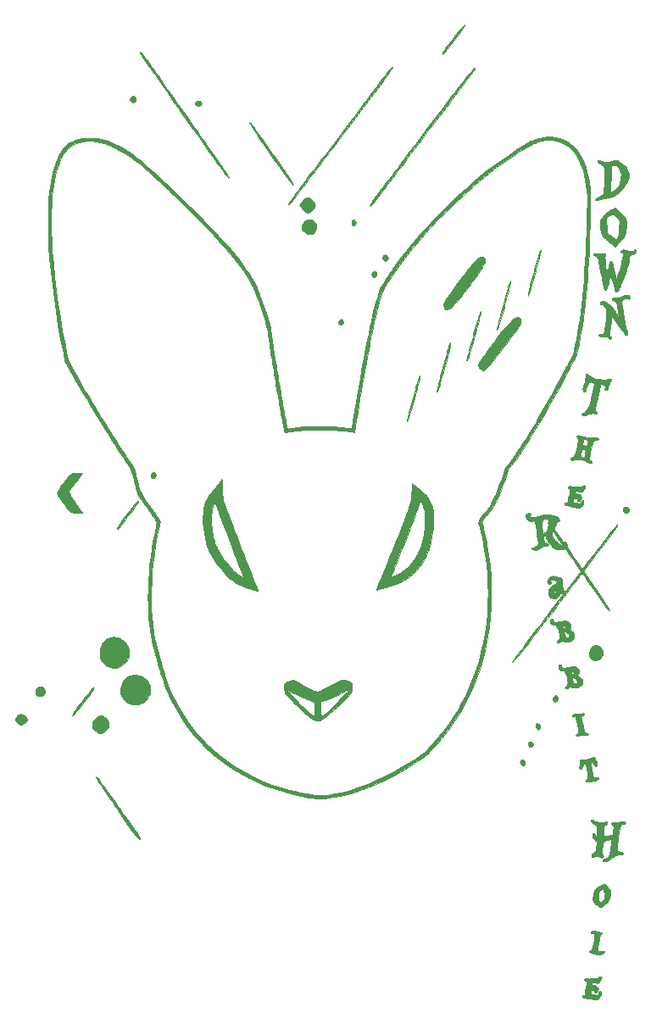
<source format=gbr>
%TF.GenerationSoftware,KiCad,Pcbnew,8.0.1*%
%TF.CreationDate,2024-04-06T17:40:54-05:00*%
%TF.ProjectId,BSidesKC24-L2S,42536964-6573-44b4-9332-342d4c32532e,rev?*%
%TF.SameCoordinates,Original*%
%TF.FileFunction,Legend,Top*%
%TF.FilePolarity,Positive*%
%FSLAX46Y46*%
G04 Gerber Fmt 4.6, Leading zero omitted, Abs format (unit mm)*
G04 Created by KiCad (PCBNEW 8.0.1) date 2024-04-06 17:40:54*
%MOMM*%
%LPD*%
G01*
G04 APERTURE LIST*
%ADD10C,0.010000*%
G04 APERTURE END LIST*
D10*
%TO.C,G\u002A\u002A\u002A*%
X93744872Y-73214130D02*
X93791610Y-73245451D01*
X93858911Y-73321201D01*
X93904055Y-73410416D01*
X93918667Y-73488887D01*
X93903528Y-73561098D01*
X93864654Y-73642231D01*
X93811858Y-73715387D01*
X93761208Y-73760035D01*
X93679679Y-73796861D01*
X93612518Y-73795847D01*
X93559950Y-73761950D01*
X93517312Y-73694104D01*
X93490467Y-73600140D01*
X93480074Y-73493473D01*
X93486793Y-73387523D01*
X93511285Y-73295706D01*
X93534895Y-73252834D01*
X93593296Y-73204824D01*
X93666437Y-73191833D01*
X93744872Y-73214130D01*
G36*
X93744872Y-73214130D02*
G01*
X93791610Y-73245451D01*
X93858911Y-73321201D01*
X93904055Y-73410416D01*
X93918667Y-73488887D01*
X93903528Y-73561098D01*
X93864654Y-73642231D01*
X93811858Y-73715387D01*
X93761208Y-73760035D01*
X93679679Y-73796861D01*
X93612518Y-73795847D01*
X93559950Y-73761950D01*
X93517312Y-73694104D01*
X93490467Y-73600140D01*
X93480074Y-73493473D01*
X93486793Y-73387523D01*
X93511285Y-73295706D01*
X93534895Y-73252834D01*
X93593296Y-73204824D01*
X93666437Y-73191833D01*
X93744872Y-73214130D01*
G37*
X113952102Y-120720863D02*
X114004499Y-120769093D01*
X114042284Y-120838981D01*
X114063573Y-120923955D01*
X114066481Y-121017443D01*
X114049122Y-121112872D01*
X114009612Y-121203670D01*
X113967485Y-121261269D01*
X113898515Y-121311335D01*
X113812320Y-121336872D01*
X113726612Y-121333705D01*
X113698917Y-121324573D01*
X113625236Y-121273006D01*
X113584866Y-121196123D01*
X113575959Y-121115130D01*
X113594792Y-120983857D01*
X113644013Y-120867937D01*
X113718927Y-120775347D01*
X113811013Y-120715666D01*
X113886978Y-120700863D01*
X113952102Y-120720863D01*
G36*
X113952102Y-120720863D02*
G01*
X114004499Y-120769093D01*
X114042284Y-120838981D01*
X114063573Y-120923955D01*
X114066481Y-121017443D01*
X114049122Y-121112872D01*
X114009612Y-121203670D01*
X113967485Y-121261269D01*
X113898515Y-121311335D01*
X113812320Y-121336872D01*
X113726612Y-121333705D01*
X113698917Y-121324573D01*
X113625236Y-121273006D01*
X113584866Y-121196123D01*
X113575959Y-121115130D01*
X113594792Y-120983857D01*
X113644013Y-120867937D01*
X113718927Y-120775347D01*
X113811013Y-120715666D01*
X113886978Y-120700863D01*
X113952102Y-120720863D01*
G37*
X92489415Y-83135699D02*
X92548473Y-83187065D01*
X92594217Y-83261258D01*
X92624141Y-83348933D01*
X92635739Y-83440747D01*
X92626506Y-83527358D01*
X92593935Y-83599424D01*
X92558468Y-83634459D01*
X92493337Y-83659796D01*
X92408297Y-83667437D01*
X92321620Y-83657968D01*
X92251578Y-83631977D01*
X92240396Y-83624242D01*
X92189137Y-83562234D01*
X92170306Y-83480118D01*
X92183239Y-83374015D01*
X92192038Y-83340935D01*
X92236292Y-83238798D01*
X92298903Y-83164236D01*
X92374087Y-83122954D01*
X92419549Y-83116500D01*
X92489415Y-83135699D01*
G36*
X92489415Y-83135699D02*
G01*
X92548473Y-83187065D01*
X92594217Y-83261258D01*
X92624141Y-83348933D01*
X92635739Y-83440747D01*
X92626506Y-83527358D01*
X92593935Y-83599424D01*
X92558468Y-83634459D01*
X92493337Y-83659796D01*
X92408297Y-83667437D01*
X92321620Y-83657968D01*
X92251578Y-83631977D01*
X92240396Y-83624242D01*
X92189137Y-83562234D01*
X92170306Y-83480118D01*
X92183239Y-83374015D01*
X92192038Y-83340935D01*
X92236292Y-83238798D01*
X92298903Y-83164236D01*
X92374087Y-83122954D01*
X92419549Y-83116500D01*
X92489415Y-83135699D01*
G37*
X96910499Y-76714290D02*
X96938595Y-76727134D01*
X97027923Y-76793082D01*
X97086441Y-76879925D01*
X97113689Y-76979038D01*
X97109201Y-77081799D01*
X97072515Y-77179584D01*
X97003168Y-77263770D01*
X96968828Y-77289953D01*
X96884165Y-77331094D01*
X96808382Y-77332187D01*
X96735003Y-77292633D01*
X96705185Y-77265608D01*
X96631256Y-77171711D01*
X96587135Y-77073002D01*
X96570413Y-76975040D01*
X96578680Y-76883384D01*
X96609525Y-76803594D01*
X96660540Y-76741231D01*
X96729314Y-76701852D01*
X96813437Y-76691019D01*
X96910499Y-76714290D01*
G36*
X96910499Y-76714290D02*
G01*
X96938595Y-76727134D01*
X97027923Y-76793082D01*
X97086441Y-76879925D01*
X97113689Y-76979038D01*
X97109201Y-77081799D01*
X97072515Y-77179584D01*
X97003168Y-77263770D01*
X96968828Y-77289953D01*
X96884165Y-77331094D01*
X96808382Y-77332187D01*
X96735003Y-77292633D01*
X96705185Y-77265608D01*
X96631256Y-77171711D01*
X96587135Y-77073002D01*
X96570413Y-76975040D01*
X96578680Y-76883384D01*
X96609525Y-76803594D01*
X96660540Y-76741231D01*
X96729314Y-76701852D01*
X96813437Y-76691019D01*
X96910499Y-76714290D01*
G37*
X110565100Y-127113191D02*
X110641503Y-127156378D01*
X110710448Y-127232382D01*
X110748714Y-127301041D01*
X110775656Y-127387149D01*
X110786767Y-127482304D01*
X110781746Y-127571307D01*
X110760292Y-127638963D01*
X110755550Y-127646457D01*
X110705452Y-127683286D01*
X110631509Y-127693051D01*
X110542398Y-127675785D01*
X110471267Y-127645348D01*
X110380004Y-127575106D01*
X110322709Y-127480671D01*
X110301721Y-127365984D01*
X110301667Y-127359404D01*
X110316594Y-127251407D01*
X110356985Y-127171927D01*
X110416257Y-127121824D01*
X110487823Y-127101959D01*
X110565100Y-127113191D01*
G36*
X110565100Y-127113191D02*
G01*
X110641503Y-127156378D01*
X110710448Y-127232382D01*
X110748714Y-127301041D01*
X110775656Y-127387149D01*
X110786767Y-127482304D01*
X110781746Y-127571307D01*
X110760292Y-127638963D01*
X110755550Y-127646457D01*
X110705452Y-127683286D01*
X110631509Y-127693051D01*
X110542398Y-127675785D01*
X110471267Y-127645348D01*
X110380004Y-127575106D01*
X110322709Y-127480671D01*
X110301721Y-127365984D01*
X110301667Y-127359404D01*
X110316594Y-127251407D01*
X110356985Y-127171927D01*
X110416257Y-127121824D01*
X110487823Y-127101959D01*
X110565100Y-127113191D01*
G37*
X112146539Y-123539554D02*
X112221296Y-123593193D01*
X112282633Y-123663727D01*
X112320968Y-123743637D01*
X112327370Y-123773828D01*
X112330541Y-123875538D01*
X112305311Y-123959131D01*
X112246502Y-124041862D01*
X112180112Y-124096021D01*
X112109924Y-124117882D01*
X112045556Y-124105913D01*
X112011417Y-124079292D01*
X111955411Y-123993191D01*
X111915680Y-123888059D01*
X111894748Y-123777066D01*
X111895141Y-123673383D01*
X111918085Y-123592643D01*
X111953249Y-123543649D01*
X111992462Y-123513988D01*
X111995100Y-123513052D01*
X112067946Y-123510334D01*
X112146539Y-123539554D01*
G36*
X112146539Y-123539554D02*
G01*
X112221296Y-123593193D01*
X112282633Y-123663727D01*
X112320968Y-123743637D01*
X112327370Y-123773828D01*
X112330541Y-123875538D01*
X112305311Y-123959131D01*
X112246502Y-124041862D01*
X112180112Y-124096021D01*
X112109924Y-124117882D01*
X112045556Y-124105913D01*
X112011417Y-124079292D01*
X111955411Y-123993191D01*
X111915680Y-123888059D01*
X111894748Y-123777066D01*
X111895141Y-123673383D01*
X111918085Y-123592643D01*
X111953249Y-123543649D01*
X111992462Y-123513988D01*
X111995100Y-123513052D01*
X112067946Y-123510334D01*
X112146539Y-123539554D01*
G37*
X120976619Y-101860796D02*
X121061658Y-101901303D01*
X121128773Y-101972131D01*
X121145986Y-102003158D01*
X121179155Y-102110014D01*
X121180184Y-102212842D01*
X121153832Y-102306358D01*
X121104860Y-102385275D01*
X121038027Y-102444308D01*
X120958092Y-102478171D01*
X120869816Y-102481578D01*
X120777958Y-102449244D01*
X120756342Y-102435871D01*
X120666431Y-102354910D01*
X120609939Y-102259608D01*
X120588957Y-102157188D01*
X120605575Y-102054874D01*
X120630886Y-102002265D01*
X120700789Y-101921342D01*
X120787501Y-101870800D01*
X120882339Y-101850623D01*
X120976619Y-101860796D01*
G36*
X120976619Y-101860796D02*
G01*
X121061658Y-101901303D01*
X121128773Y-101972131D01*
X121145986Y-102003158D01*
X121179155Y-102110014D01*
X121180184Y-102212842D01*
X121153832Y-102306358D01*
X121104860Y-102385275D01*
X121038027Y-102444308D01*
X120958092Y-102478171D01*
X120869816Y-102481578D01*
X120777958Y-102449244D01*
X120756342Y-102435871D01*
X120666431Y-102354910D01*
X120609939Y-102259608D01*
X120588957Y-102157188D01*
X120605575Y-102054874D01*
X120630886Y-102002265D01*
X120700789Y-101921342D01*
X120787501Y-101870800D01*
X120882339Y-101850623D01*
X120976619Y-101860796D01*
G37*
X73786168Y-98457305D02*
X73860847Y-98511723D01*
X73913993Y-98588586D01*
X73937004Y-98681339D01*
X73937334Y-98694141D01*
X73924030Y-98775531D01*
X73889322Y-98864909D01*
X73841012Y-98947108D01*
X73786901Y-99006957D01*
X73770566Y-99018368D01*
X73686484Y-99051696D01*
X73610447Y-99044704D01*
X73536491Y-98996588D01*
X73524585Y-98985152D01*
X73457118Y-98893678D01*
X73421680Y-98792499D01*
X73417035Y-98689799D01*
X73441947Y-98593762D01*
X73495180Y-98512572D01*
X73575497Y-98454413D01*
X73606616Y-98442036D01*
X73698557Y-98431891D01*
X73786168Y-98457305D01*
G36*
X73786168Y-98457305D02*
G01*
X73860847Y-98511723D01*
X73913993Y-98588586D01*
X73937004Y-98681339D01*
X73937334Y-98694141D01*
X73924030Y-98775531D01*
X73889322Y-98864909D01*
X73841012Y-98947108D01*
X73786901Y-99006957D01*
X73770566Y-99018368D01*
X73686484Y-99051696D01*
X73610447Y-99044704D01*
X73536491Y-98996588D01*
X73524585Y-98985152D01*
X73457118Y-98893678D01*
X73421680Y-98792499D01*
X73417035Y-98689799D01*
X73441947Y-98593762D01*
X73495180Y-98512572D01*
X73575497Y-98454413D01*
X73606616Y-98442036D01*
X73698557Y-98431891D01*
X73786168Y-98457305D01*
G37*
X78304858Y-61318890D02*
X78371783Y-61344659D01*
X78426030Y-61400038D01*
X78467909Y-61478431D01*
X78487639Y-61560598D01*
X78488088Y-61573445D01*
X78470262Y-61645144D01*
X78424468Y-61717427D01*
X78361909Y-61774817D01*
X78329633Y-61792357D01*
X78221047Y-61818673D01*
X78106918Y-61814832D01*
X78032034Y-61793061D01*
X77968144Y-61752603D01*
X77909861Y-61694726D01*
X77867967Y-61632217D01*
X77853167Y-61580923D01*
X77870600Y-61515348D01*
X77916236Y-61444720D01*
X77980085Y-61382241D01*
X78026028Y-61352557D01*
X78114088Y-61322021D01*
X78212415Y-61310676D01*
X78304858Y-61318890D01*
G36*
X78304858Y-61318890D02*
G01*
X78371783Y-61344659D01*
X78426030Y-61400038D01*
X78467909Y-61478431D01*
X78487639Y-61560598D01*
X78488088Y-61573445D01*
X78470262Y-61645144D01*
X78424468Y-61717427D01*
X78361909Y-61774817D01*
X78329633Y-61792357D01*
X78221047Y-61818673D01*
X78106918Y-61814832D01*
X78032034Y-61793061D01*
X77968144Y-61752603D01*
X77909861Y-61694726D01*
X77867967Y-61632217D01*
X77853167Y-61580923D01*
X77870600Y-61515348D01*
X77916236Y-61444720D01*
X77980085Y-61382241D01*
X78026028Y-61352557D01*
X78114088Y-61322021D01*
X78212415Y-61310676D01*
X78304858Y-61318890D01*
G37*
X95762568Y-78319264D02*
X95822796Y-78337937D01*
X95829697Y-78340553D01*
X95917690Y-78392859D01*
X95971681Y-78470050D01*
X95992283Y-78573067D01*
X95992535Y-78590099D01*
X95977848Y-78697851D01*
X95938854Y-78792270D01*
X95881444Y-78868289D01*
X95811510Y-78920844D01*
X95734943Y-78944867D01*
X95657634Y-78935294D01*
X95616426Y-78913518D01*
X95557552Y-78850504D01*
X95512566Y-78760423D01*
X95487831Y-78657868D01*
X95485000Y-78611974D01*
X95502695Y-78500699D01*
X95553337Y-78410720D01*
X95633265Y-78347816D01*
X95659966Y-78336003D01*
X95715767Y-78318820D01*
X95762568Y-78319264D01*
G36*
X95762568Y-78319264D02*
G01*
X95822796Y-78337937D01*
X95829697Y-78340553D01*
X95917690Y-78392859D01*
X95971681Y-78470050D01*
X95992283Y-78573067D01*
X95992535Y-78590099D01*
X95977848Y-78697851D01*
X95938854Y-78792270D01*
X95881444Y-78868289D01*
X95811510Y-78920844D01*
X95734943Y-78944867D01*
X95657634Y-78935294D01*
X95616426Y-78913518D01*
X95557552Y-78850504D01*
X95512566Y-78760423D01*
X95487831Y-78657868D01*
X95485000Y-78611974D01*
X95502695Y-78500699D01*
X95553337Y-78410720D01*
X95633265Y-78347816D01*
X95659966Y-78336003D01*
X95715767Y-78318820D01*
X95762568Y-78319264D01*
G37*
X71729373Y-60855370D02*
X71790951Y-60880303D01*
X71864129Y-60949655D01*
X71908724Y-61036926D01*
X71926275Y-61133885D01*
X71918319Y-61232301D01*
X71886396Y-61323941D01*
X71832043Y-61400576D01*
X71756798Y-61453972D01*
X71679872Y-61474716D01*
X71618446Y-61476877D01*
X71571957Y-61471591D01*
X71566667Y-61469820D01*
X71483345Y-61417211D01*
X71410742Y-61338847D01*
X71358037Y-61247606D01*
X71334411Y-61156367D01*
X71333942Y-61143339D01*
X71352268Y-61056692D01*
X71402139Y-60968658D01*
X71475548Y-60892939D01*
X71484119Y-60886391D01*
X71553477Y-60856327D01*
X71641560Y-60845861D01*
X71729373Y-60855370D01*
G36*
X71729373Y-60855370D02*
G01*
X71790951Y-60880303D01*
X71864129Y-60949655D01*
X71908724Y-61036926D01*
X71926275Y-61133885D01*
X71918319Y-61232301D01*
X71886396Y-61323941D01*
X71832043Y-61400576D01*
X71756798Y-61453972D01*
X71679872Y-61474716D01*
X71618446Y-61476877D01*
X71571957Y-61471591D01*
X71566667Y-61469820D01*
X71483345Y-61417211D01*
X71410742Y-61338847D01*
X71358037Y-61247606D01*
X71334411Y-61156367D01*
X71333942Y-61143339D01*
X71352268Y-61056692D01*
X71402139Y-60968658D01*
X71475548Y-60892939D01*
X71484119Y-60886391D01*
X71553477Y-60856327D01*
X71641560Y-60845861D01*
X71729373Y-60855370D01*
G37*
X111407898Y-125336736D02*
X111454481Y-125352408D01*
X111498267Y-125389006D01*
X111520377Y-125412481D01*
X111566832Y-125470799D01*
X111588097Y-125524498D01*
X111592834Y-125587417D01*
X111586472Y-125657721D01*
X111561364Y-125712762D01*
X111524029Y-125758367D01*
X111446401Y-125817370D01*
X111356123Y-125846133D01*
X111266535Y-125841147D01*
X111241857Y-125832576D01*
X111167019Y-125779384D01*
X111112019Y-125699402D01*
X111085836Y-125606754D01*
X111084834Y-125585482D01*
X111090872Y-125518398D01*
X111114734Y-125464800D01*
X111157290Y-125412481D01*
X111205723Y-125364629D01*
X111248748Y-125341276D01*
X111306049Y-125333849D01*
X111338834Y-125333417D01*
X111407898Y-125336736D01*
G36*
X111407898Y-125336736D02*
G01*
X111454481Y-125352408D01*
X111498267Y-125389006D01*
X111520377Y-125412481D01*
X111566832Y-125470799D01*
X111588097Y-125524498D01*
X111592834Y-125587417D01*
X111586472Y-125657721D01*
X111561364Y-125712762D01*
X111524029Y-125758367D01*
X111446401Y-125817370D01*
X111356123Y-125846133D01*
X111266535Y-125841147D01*
X111241857Y-125832576D01*
X111167019Y-125779384D01*
X111112019Y-125699402D01*
X111085836Y-125606754D01*
X111084834Y-125585482D01*
X111090872Y-125518398D01*
X111114734Y-125464800D01*
X111157290Y-125412481D01*
X111205723Y-125364629D01*
X111248748Y-125341276D01*
X111306049Y-125333849D01*
X111338834Y-125333417D01*
X111407898Y-125336736D01*
G37*
X62439570Y-119845694D02*
X62541873Y-119864744D01*
X62650554Y-119912059D01*
X62737952Y-119989834D01*
X62795436Y-120089782D01*
X62803876Y-120116351D01*
X62819036Y-120207799D01*
X62823055Y-120316998D01*
X62816857Y-120429964D01*
X62801365Y-120532717D01*
X62777502Y-120611275D01*
X62770247Y-120625652D01*
X62708940Y-120694295D01*
X62617102Y-120749656D01*
X62505267Y-120788738D01*
X62383969Y-120808548D01*
X62263741Y-120806087D01*
X62189834Y-120790730D01*
X62077057Y-120736846D01*
X61992893Y-120651764D01*
X61937342Y-120535482D01*
X61910403Y-120388001D01*
X61907635Y-120306273D01*
X61925929Y-120159609D01*
X61976718Y-120037876D01*
X62056739Y-119943347D01*
X62162730Y-119878293D01*
X62291428Y-119844985D01*
X62439570Y-119845694D01*
G36*
X62439570Y-119845694D02*
G01*
X62541873Y-119864744D01*
X62650554Y-119912059D01*
X62737952Y-119989834D01*
X62795436Y-120089782D01*
X62803876Y-120116351D01*
X62819036Y-120207799D01*
X62823055Y-120316998D01*
X62816857Y-120429964D01*
X62801365Y-120532717D01*
X62777502Y-120611275D01*
X62770247Y-120625652D01*
X62708940Y-120694295D01*
X62617102Y-120749656D01*
X62505267Y-120788738D01*
X62383969Y-120808548D01*
X62263741Y-120806087D01*
X62189834Y-120790730D01*
X62077057Y-120736846D01*
X61992893Y-120651764D01*
X61937342Y-120535482D01*
X61910403Y-120388001D01*
X61907635Y-120306273D01*
X61925929Y-120159609D01*
X61976718Y-120037876D01*
X62056739Y-119943347D01*
X62162730Y-119878293D01*
X62291428Y-119844985D01*
X62439570Y-119845694D01*
G37*
X60576458Y-122590513D02*
X60709143Y-122632318D01*
X60831420Y-122709803D01*
X60898065Y-122774798D01*
X60954097Y-122849974D01*
X61005114Y-122938186D01*
X61044534Y-123025985D01*
X61065777Y-123099922D01*
X61067714Y-123121500D01*
X61047798Y-123199386D01*
X60988972Y-123286570D01*
X60893147Y-123381138D01*
X60762235Y-123481170D01*
X60617159Y-123573597D01*
X60503271Y-123629781D01*
X60405750Y-123651223D01*
X60317249Y-123638248D01*
X60230420Y-123591181D01*
X60229801Y-123590733D01*
X60141566Y-123513481D01*
X60053149Y-123414154D01*
X59979452Y-123310229D01*
X59957432Y-123271287D01*
X59923385Y-123160484D01*
X59926618Y-123038875D01*
X59966646Y-122914778D01*
X59979791Y-122888976D01*
X60068998Y-122764258D01*
X60179636Y-122671261D01*
X60305337Y-122610776D01*
X60439734Y-122583597D01*
X60576458Y-122590513D01*
G36*
X60576458Y-122590513D02*
G01*
X60709143Y-122632318D01*
X60831420Y-122709803D01*
X60898065Y-122774798D01*
X60954097Y-122849974D01*
X61005114Y-122938186D01*
X61044534Y-123025985D01*
X61065777Y-123099922D01*
X61067714Y-123121500D01*
X61047798Y-123199386D01*
X60988972Y-123286570D01*
X60893147Y-123381138D01*
X60762235Y-123481170D01*
X60617159Y-123573597D01*
X60503271Y-123629781D01*
X60405750Y-123651223D01*
X60317249Y-123638248D01*
X60230420Y-123591181D01*
X60229801Y-123590733D01*
X60141566Y-123513481D01*
X60053149Y-123414154D01*
X59979452Y-123310229D01*
X59957432Y-123271287D01*
X59923385Y-123160484D01*
X59926618Y-123038875D01*
X59966646Y-122914778D01*
X59979791Y-122888976D01*
X60068998Y-122764258D01*
X60179636Y-122671261D01*
X60305337Y-122610776D01*
X60439734Y-122583597D01*
X60576458Y-122590513D01*
G37*
X118035151Y-115719743D02*
X118151511Y-115765552D01*
X118285578Y-115862067D01*
X118394674Y-115985667D01*
X118477158Y-116129488D01*
X118531387Y-116286669D01*
X118555719Y-116450346D01*
X118548512Y-116613655D01*
X118508122Y-116769735D01*
X118432907Y-116911722D01*
X118427603Y-116919157D01*
X118328922Y-117021144D01*
X118200732Y-117101258D01*
X118051027Y-117157262D01*
X117887801Y-117186919D01*
X117719048Y-117187992D01*
X117563024Y-117161075D01*
X117449476Y-117119585D01*
X117363675Y-117060675D01*
X117301920Y-116978935D01*
X117260504Y-116868954D01*
X117235725Y-116725322D01*
X117231094Y-116676250D01*
X117232551Y-116496029D01*
X117263657Y-116317886D01*
X117321083Y-116149084D01*
X117401499Y-115996884D01*
X117501575Y-115868550D01*
X117617984Y-115771344D01*
X117656132Y-115749053D01*
X117771327Y-115709820D01*
X117902326Y-115700205D01*
X118035151Y-115719743D01*
G36*
X118035151Y-115719743D02*
G01*
X118151511Y-115765552D01*
X118285578Y-115862067D01*
X118394674Y-115985667D01*
X118477158Y-116129488D01*
X118531387Y-116286669D01*
X118555719Y-116450346D01*
X118548512Y-116613655D01*
X118508122Y-116769735D01*
X118432907Y-116911722D01*
X118427603Y-116919157D01*
X118328922Y-117021144D01*
X118200732Y-117101258D01*
X118051027Y-117157262D01*
X117887801Y-117186919D01*
X117719048Y-117187992D01*
X117563024Y-117161075D01*
X117449476Y-117119585D01*
X117363675Y-117060675D01*
X117301920Y-116978935D01*
X117260504Y-116868954D01*
X117235725Y-116725322D01*
X117231094Y-116676250D01*
X117232551Y-116496029D01*
X117263657Y-116317886D01*
X117321083Y-116149084D01*
X117401499Y-115996884D01*
X117501575Y-115868550D01*
X117617984Y-115771344D01*
X117656132Y-115749053D01*
X117771327Y-115709820D01*
X117902326Y-115700205D01*
X118035151Y-115719743D01*
G37*
X89428722Y-73184670D02*
X89574793Y-73235270D01*
X89703089Y-73318769D01*
X89735918Y-73349094D01*
X89818003Y-73440628D01*
X89874061Y-73529809D01*
X89908344Y-73628047D01*
X89925103Y-73746749D01*
X89928750Y-73866667D01*
X89927738Y-73970458D01*
X89923081Y-74045202D01*
X89912347Y-74104171D01*
X89893103Y-74160632D01*
X89862919Y-74227858D01*
X89862325Y-74229112D01*
X89769809Y-74389211D01*
X89661878Y-74510321D01*
X89537244Y-74593359D01*
X89394620Y-74639244D01*
X89271808Y-74649834D01*
X89177715Y-74646271D01*
X89103321Y-74632099D01*
X89026335Y-74602091D01*
X88986912Y-74583031D01*
X88846998Y-74496437D01*
X88723211Y-74387563D01*
X88620766Y-74263538D01*
X88544876Y-74131495D01*
X88500756Y-73998564D01*
X88491598Y-73905668D01*
X88512373Y-73777328D01*
X88567480Y-73643696D01*
X88651106Y-73512912D01*
X88757436Y-73393114D01*
X88880656Y-73292443D01*
X88965897Y-73241706D01*
X89116069Y-73186744D01*
X89273079Y-73168113D01*
X89428722Y-73184670D01*
G36*
X89428722Y-73184670D02*
G01*
X89574793Y-73235270D01*
X89703089Y-73318769D01*
X89735918Y-73349094D01*
X89818003Y-73440628D01*
X89874061Y-73529809D01*
X89908344Y-73628047D01*
X89925103Y-73746749D01*
X89928750Y-73866667D01*
X89927738Y-73970458D01*
X89923081Y-74045202D01*
X89912347Y-74104171D01*
X89893103Y-74160632D01*
X89862919Y-74227858D01*
X89862325Y-74229112D01*
X89769809Y-74389211D01*
X89661878Y-74510321D01*
X89537244Y-74593359D01*
X89394620Y-74639244D01*
X89271808Y-74649834D01*
X89177715Y-74646271D01*
X89103321Y-74632099D01*
X89026335Y-74602091D01*
X88986912Y-74583031D01*
X88846998Y-74496437D01*
X88723211Y-74387563D01*
X88620766Y-74263538D01*
X88544876Y-74131495D01*
X88500756Y-73998564D01*
X88491598Y-73905668D01*
X88512373Y-73777328D01*
X88567480Y-73643696D01*
X88651106Y-73512912D01*
X88757436Y-73393114D01*
X88880656Y-73292443D01*
X88965897Y-73241706D01*
X89116069Y-73186744D01*
X89273079Y-73168113D01*
X89428722Y-73184670D01*
G37*
X67729820Y-119922985D02*
X67724303Y-119951792D01*
X67695826Y-120019665D01*
X67642418Y-120117393D01*
X67566075Y-120242169D01*
X67468796Y-120391185D01*
X67352580Y-120561634D01*
X67219423Y-120750709D01*
X67071325Y-120955602D01*
X66910284Y-121173506D01*
X66738297Y-121401612D01*
X66557364Y-121637115D01*
X66369481Y-121877206D01*
X66221549Y-122063167D01*
X66069963Y-122250430D01*
X65941638Y-122404646D01*
X65835227Y-122527212D01*
X65749380Y-122619525D01*
X65682747Y-122682982D01*
X65633979Y-122718978D01*
X65601726Y-122728911D01*
X65587270Y-122719635D01*
X65587761Y-122682750D01*
X65614390Y-122614788D01*
X65666216Y-122517212D01*
X65742297Y-122391484D01*
X65841693Y-122239068D01*
X65963462Y-122061425D01*
X66106664Y-121860020D01*
X66270356Y-121636314D01*
X66371657Y-121500466D01*
X66564020Y-121246156D01*
X66746174Y-121009389D01*
X66916862Y-120791603D01*
X67074828Y-120594235D01*
X67218816Y-120418725D01*
X67347569Y-120266511D01*
X67459833Y-120139032D01*
X67554349Y-120037724D01*
X67629862Y-119964027D01*
X67685116Y-119919380D01*
X67718854Y-119905219D01*
X67729820Y-119922985D01*
G36*
X67729820Y-119922985D02*
G01*
X67724303Y-119951792D01*
X67695826Y-120019665D01*
X67642418Y-120117393D01*
X67566075Y-120242169D01*
X67468796Y-120391185D01*
X67352580Y-120561634D01*
X67219423Y-120750709D01*
X67071325Y-120955602D01*
X66910284Y-121173506D01*
X66738297Y-121401612D01*
X66557364Y-121637115D01*
X66369481Y-121877206D01*
X66221549Y-122063167D01*
X66069963Y-122250430D01*
X65941638Y-122404646D01*
X65835227Y-122527212D01*
X65749380Y-122619525D01*
X65682747Y-122682982D01*
X65633979Y-122718978D01*
X65601726Y-122728911D01*
X65587270Y-122719635D01*
X65587761Y-122682750D01*
X65614390Y-122614788D01*
X65666216Y-122517212D01*
X65742297Y-122391484D01*
X65841693Y-122239068D01*
X65963462Y-122061425D01*
X66106664Y-121860020D01*
X66270356Y-121636314D01*
X66371657Y-121500466D01*
X66564020Y-121246156D01*
X66746174Y-121009389D01*
X66916862Y-120791603D01*
X67074828Y-120594235D01*
X67218816Y-120418725D01*
X67347569Y-120266511D01*
X67459833Y-120139032D01*
X67554349Y-120037724D01*
X67629862Y-119964027D01*
X67685116Y-119919380D01*
X67718854Y-119905219D01*
X67729820Y-119922985D01*
G37*
X89126448Y-70975668D02*
X89138573Y-70977965D01*
X89263917Y-71022731D01*
X89394419Y-71100263D01*
X89521625Y-71203242D01*
X89637079Y-71324350D01*
X89732326Y-71456268D01*
X89769986Y-71524513D01*
X89815984Y-71639822D01*
X89829948Y-71743017D01*
X89811847Y-71847852D01*
X89769029Y-71953090D01*
X89710471Y-72047933D01*
X89625672Y-72152367D01*
X89525443Y-72255502D01*
X89420592Y-72346450D01*
X89321929Y-72414322D01*
X89298818Y-72426748D01*
X89192155Y-72472087D01*
X89102159Y-72488238D01*
X89015024Y-72474693D01*
X88916943Y-72430946D01*
X88882642Y-72411459D01*
X88778967Y-72340774D01*
X88672757Y-72251361D01*
X88569507Y-72149754D01*
X88474716Y-72042483D01*
X88393879Y-71936082D01*
X88332494Y-71837082D01*
X88296056Y-71752017D01*
X88288334Y-71705185D01*
X88304557Y-71646644D01*
X88349402Y-71569374D01*
X88417125Y-71479373D01*
X88501986Y-71382638D01*
X88598245Y-71285168D01*
X88700159Y-71192959D01*
X88801988Y-71112010D01*
X88897990Y-71048318D01*
X88937489Y-71027019D01*
X89017924Y-70990930D01*
X89076441Y-70974904D01*
X89126448Y-70975668D01*
G36*
X89126448Y-70975668D02*
G01*
X89138573Y-70977965D01*
X89263917Y-71022731D01*
X89394419Y-71100263D01*
X89521625Y-71203242D01*
X89637079Y-71324350D01*
X89732326Y-71456268D01*
X89769986Y-71524513D01*
X89815984Y-71639822D01*
X89829948Y-71743017D01*
X89811847Y-71847852D01*
X89769029Y-71953090D01*
X89710471Y-72047933D01*
X89625672Y-72152367D01*
X89525443Y-72255502D01*
X89420592Y-72346450D01*
X89321929Y-72414322D01*
X89298818Y-72426748D01*
X89192155Y-72472087D01*
X89102159Y-72488238D01*
X89015024Y-72474693D01*
X88916943Y-72430946D01*
X88882642Y-72411459D01*
X88778967Y-72340774D01*
X88672757Y-72251361D01*
X88569507Y-72149754D01*
X88474716Y-72042483D01*
X88393879Y-71936082D01*
X88332494Y-71837082D01*
X88296056Y-71752017D01*
X88288334Y-71705185D01*
X88304557Y-71646644D01*
X88349402Y-71569374D01*
X88417125Y-71479373D01*
X88501986Y-71382638D01*
X88598245Y-71285168D01*
X88700159Y-71192959D01*
X88801988Y-71112010D01*
X88897990Y-71048318D01*
X88937489Y-71027019D01*
X89017924Y-70990930D01*
X89076441Y-70974904D01*
X89126448Y-70975668D01*
G37*
X69935762Y-114899745D02*
X70166676Y-114955417D01*
X70383357Y-115043905D01*
X70582999Y-115161786D01*
X70762797Y-115305638D01*
X70919948Y-115472040D01*
X71051645Y-115657568D01*
X71155086Y-115858802D01*
X71227466Y-116072319D01*
X71265979Y-116294697D01*
X71267822Y-116522514D01*
X71230189Y-116752348D01*
X71229582Y-116754732D01*
X71152771Y-116983317D01*
X71044280Y-117189007D01*
X70902337Y-117373809D01*
X70725171Y-117539729D01*
X70511011Y-117688773D01*
X70307250Y-117799463D01*
X70113471Y-117886167D01*
X69943156Y-117943888D01*
X69789829Y-117973574D01*
X69647017Y-117976172D01*
X69508244Y-117952630D01*
X69428834Y-117928008D01*
X69336504Y-117889047D01*
X69222569Y-117832036D01*
X69099549Y-117763970D01*
X68979970Y-117691843D01*
X68876354Y-117622651D01*
X68857334Y-117608805D01*
X68689957Y-117466981D01*
X68556821Y-117313407D01*
X68456187Y-117143959D01*
X68386317Y-116954515D01*
X68345472Y-116740952D01*
X68331914Y-116499147D01*
X68334694Y-116369334D01*
X68359507Y-116104749D01*
X68410936Y-115869893D01*
X68490801Y-115660180D01*
X68600924Y-115471028D01*
X68743126Y-115297853D01*
X68772058Y-115268235D01*
X68950170Y-115114024D01*
X69136962Y-115000154D01*
X69336594Y-114924871D01*
X69553227Y-114886425D01*
X69693417Y-114880311D01*
X69935762Y-114899745D01*
G36*
X69935762Y-114899745D02*
G01*
X70166676Y-114955417D01*
X70383357Y-115043905D01*
X70582999Y-115161786D01*
X70762797Y-115305638D01*
X70919948Y-115472040D01*
X71051645Y-115657568D01*
X71155086Y-115858802D01*
X71227466Y-116072319D01*
X71265979Y-116294697D01*
X71267822Y-116522514D01*
X71230189Y-116752348D01*
X71229582Y-116754732D01*
X71152771Y-116983317D01*
X71044280Y-117189007D01*
X70902337Y-117373809D01*
X70725171Y-117539729D01*
X70511011Y-117688773D01*
X70307250Y-117799463D01*
X70113471Y-117886167D01*
X69943156Y-117943888D01*
X69789829Y-117973574D01*
X69647017Y-117976172D01*
X69508244Y-117952630D01*
X69428834Y-117928008D01*
X69336504Y-117889047D01*
X69222569Y-117832036D01*
X69099549Y-117763970D01*
X68979970Y-117691843D01*
X68876354Y-117622651D01*
X68857334Y-117608805D01*
X68689957Y-117466981D01*
X68556821Y-117313407D01*
X68456187Y-117143959D01*
X68386317Y-116954515D01*
X68345472Y-116740952D01*
X68331914Y-116499147D01*
X68334694Y-116369334D01*
X68359507Y-116104749D01*
X68410936Y-115869893D01*
X68490801Y-115660180D01*
X68600924Y-115471028D01*
X68743126Y-115297853D01*
X68772058Y-115268235D01*
X68950170Y-115114024D01*
X69136962Y-115000154D01*
X69336594Y-114924871D01*
X69553227Y-114886425D01*
X69693417Y-114880311D01*
X69935762Y-114899745D01*
G37*
X72199653Y-101274045D02*
X72201667Y-101296647D01*
X72188078Y-101339530D01*
X72147307Y-101414713D01*
X72079345Y-101522205D01*
X71984186Y-101662017D01*
X71861821Y-101834160D01*
X71712244Y-102038645D01*
X71535446Y-102275480D01*
X71331421Y-102544677D01*
X71100160Y-102846247D01*
X70841657Y-103180198D01*
X70782559Y-103256178D01*
X70624985Y-103458036D01*
X70491070Y-103628076D01*
X70378951Y-103768255D01*
X70286764Y-103880531D01*
X70212647Y-103966860D01*
X70154737Y-104029200D01*
X70111170Y-104069508D01*
X70080085Y-104089740D01*
X70059617Y-104091855D01*
X70047905Y-104077809D01*
X70043085Y-104049560D01*
X70042667Y-104033485D01*
X70050737Y-103992453D01*
X70075736Y-103933022D01*
X70118848Y-103853409D01*
X70181259Y-103751831D01*
X70264153Y-103626505D01*
X70368714Y-103475648D01*
X70496128Y-103297478D01*
X70647577Y-103090210D01*
X70824248Y-102852063D01*
X70854106Y-102812084D01*
X70978286Y-102647388D01*
X71110140Y-102475107D01*
X71245727Y-102300190D01*
X71381110Y-102127587D01*
X71512349Y-101962251D01*
X71635504Y-101809131D01*
X71746638Y-101673178D01*
X71841811Y-101559342D01*
X71917083Y-101472575D01*
X71939749Y-101447624D01*
X72020671Y-101366766D01*
X72095139Y-101304500D01*
X72156160Y-101266173D01*
X72190032Y-101256334D01*
X72199653Y-101274045D01*
G36*
X72199653Y-101274045D02*
G01*
X72201667Y-101296647D01*
X72188078Y-101339530D01*
X72147307Y-101414713D01*
X72079345Y-101522205D01*
X71984186Y-101662017D01*
X71861821Y-101834160D01*
X71712244Y-102038645D01*
X71535446Y-102275480D01*
X71331421Y-102544677D01*
X71100160Y-102846247D01*
X70841657Y-103180198D01*
X70782559Y-103256178D01*
X70624985Y-103458036D01*
X70491070Y-103628076D01*
X70378951Y-103768255D01*
X70286764Y-103880531D01*
X70212647Y-103966860D01*
X70154737Y-104029200D01*
X70111170Y-104069508D01*
X70080085Y-104089740D01*
X70059617Y-104091855D01*
X70047905Y-104077809D01*
X70043085Y-104049560D01*
X70042667Y-104033485D01*
X70050737Y-103992453D01*
X70075736Y-103933022D01*
X70118848Y-103853409D01*
X70181259Y-103751831D01*
X70264153Y-103626505D01*
X70368714Y-103475648D01*
X70496128Y-103297478D01*
X70647577Y-103090210D01*
X70824248Y-102852063D01*
X70854106Y-102812084D01*
X70978286Y-102647388D01*
X71110140Y-102475107D01*
X71245727Y-102300190D01*
X71381110Y-102127587D01*
X71512349Y-101962251D01*
X71635504Y-101809131D01*
X71746638Y-101673178D01*
X71841811Y-101559342D01*
X71917083Y-101472575D01*
X71939749Y-101447624D01*
X72020671Y-101366766D01*
X72095139Y-101304500D01*
X72156160Y-101266173D01*
X72190032Y-101256334D01*
X72199653Y-101274045D01*
G37*
X104795633Y-53708350D02*
X104787064Y-53745652D01*
X104755840Y-53811278D01*
X104702572Y-53903784D01*
X104627869Y-54021726D01*
X104532338Y-54163661D01*
X104495514Y-54216709D01*
X104366059Y-54399596D01*
X104227045Y-54591815D01*
X104080755Y-54790500D01*
X103929470Y-54992785D01*
X103775472Y-55195804D01*
X103621043Y-55396690D01*
X103468464Y-55592578D01*
X103320018Y-55780601D01*
X103177985Y-55957892D01*
X103044649Y-56121587D01*
X102922290Y-56268818D01*
X102813190Y-56396720D01*
X102719632Y-56502426D01*
X102643897Y-56583070D01*
X102588266Y-56635786D01*
X102555022Y-56657708D01*
X102551858Y-56658167D01*
X102538133Y-56640012D01*
X102533500Y-56604407D01*
X102538415Y-56563894D01*
X102555012Y-56515172D01*
X102586070Y-56453343D01*
X102634369Y-56373510D01*
X102702689Y-56270775D01*
X102793809Y-56140239D01*
X102809289Y-56118417D01*
X102934742Y-55944511D01*
X103074441Y-55755542D01*
X103225227Y-55555460D01*
X103383940Y-55348216D01*
X103547420Y-55137760D01*
X103712505Y-54928041D01*
X103876037Y-54723011D01*
X104034854Y-54526620D01*
X104185798Y-54342818D01*
X104325706Y-54175555D01*
X104451420Y-54028782D01*
X104559778Y-53906449D01*
X104647622Y-53812507D01*
X104679334Y-53780820D01*
X104742377Y-53724490D01*
X104780941Y-53700815D01*
X104795633Y-53708350D01*
G36*
X104795633Y-53708350D02*
G01*
X104787064Y-53745652D01*
X104755840Y-53811278D01*
X104702572Y-53903784D01*
X104627869Y-54021726D01*
X104532338Y-54163661D01*
X104495514Y-54216709D01*
X104366059Y-54399596D01*
X104227045Y-54591815D01*
X104080755Y-54790500D01*
X103929470Y-54992785D01*
X103775472Y-55195804D01*
X103621043Y-55396690D01*
X103468464Y-55592578D01*
X103320018Y-55780601D01*
X103177985Y-55957892D01*
X103044649Y-56121587D01*
X102922290Y-56268818D01*
X102813190Y-56396720D01*
X102719632Y-56502426D01*
X102643897Y-56583070D01*
X102588266Y-56635786D01*
X102555022Y-56657708D01*
X102551858Y-56658167D01*
X102538133Y-56640012D01*
X102533500Y-56604407D01*
X102538415Y-56563894D01*
X102555012Y-56515172D01*
X102586070Y-56453343D01*
X102634369Y-56373510D01*
X102702689Y-56270775D01*
X102793809Y-56140239D01*
X102809289Y-56118417D01*
X102934742Y-55944511D01*
X103074441Y-55755542D01*
X103225227Y-55555460D01*
X103383940Y-55348216D01*
X103547420Y-55137760D01*
X103712505Y-54928041D01*
X103876037Y-54723011D01*
X104034854Y-54526620D01*
X104185798Y-54342818D01*
X104325706Y-54175555D01*
X104451420Y-54028782D01*
X104559778Y-53906449D01*
X104647622Y-53812507D01*
X104679334Y-53780820D01*
X104742377Y-53724490D01*
X104780941Y-53700815D01*
X104795633Y-53708350D01*
G37*
X68611417Y-122723703D02*
X68705466Y-122776585D01*
X68811220Y-122861711D01*
X68873338Y-122918847D01*
X69017511Y-123078174D01*
X69123757Y-123246505D01*
X69190667Y-123420962D01*
X69216831Y-123598665D01*
X69217167Y-123621134D01*
X69204105Y-123732031D01*
X69168920Y-123857301D01*
X69117615Y-123979677D01*
X69057711Y-124079847D01*
X68991745Y-124154700D01*
X68903605Y-124234308D01*
X68801477Y-124313287D01*
X68693544Y-124386250D01*
X68587994Y-124447813D01*
X68493009Y-124492590D01*
X68416775Y-124515195D01*
X68393578Y-124516829D01*
X68332355Y-124508271D01*
X68275250Y-124492753D01*
X68210468Y-124462578D01*
X68124209Y-124412540D01*
X68027399Y-124350018D01*
X67930966Y-124282392D01*
X67845834Y-124217042D01*
X67782930Y-124161348D01*
X67779645Y-124158005D01*
X67721008Y-124087124D01*
X67663477Y-124001053D01*
X67635580Y-123950380D01*
X67606060Y-123884505D01*
X67588331Y-123824935D01*
X67579535Y-123756578D01*
X67576817Y-123664342D01*
X67576750Y-123639638D01*
X67578233Y-123542801D01*
X67584975Y-123472157D01*
X67600420Y-123411608D01*
X67628008Y-123345053D01*
X67649155Y-123300972D01*
X67739448Y-123152621D01*
X67857783Y-123022337D01*
X68008956Y-122905660D01*
X68180458Y-122806859D01*
X68313594Y-122744645D01*
X68424072Y-122709122D01*
X68520483Y-122701679D01*
X68611417Y-122723703D01*
G36*
X68611417Y-122723703D02*
G01*
X68705466Y-122776585D01*
X68811220Y-122861711D01*
X68873338Y-122918847D01*
X69017511Y-123078174D01*
X69123757Y-123246505D01*
X69190667Y-123420962D01*
X69216831Y-123598665D01*
X69217167Y-123621134D01*
X69204105Y-123732031D01*
X69168920Y-123857301D01*
X69117615Y-123979677D01*
X69057711Y-124079847D01*
X68991745Y-124154700D01*
X68903605Y-124234308D01*
X68801477Y-124313287D01*
X68693544Y-124386250D01*
X68587994Y-124447813D01*
X68493009Y-124492590D01*
X68416775Y-124515195D01*
X68393578Y-124516829D01*
X68332355Y-124508271D01*
X68275250Y-124492753D01*
X68210468Y-124462578D01*
X68124209Y-124412540D01*
X68027399Y-124350018D01*
X67930966Y-124282392D01*
X67845834Y-124217042D01*
X67782930Y-124161348D01*
X67779645Y-124158005D01*
X67721008Y-124087124D01*
X67663477Y-124001053D01*
X67635580Y-123950380D01*
X67606060Y-123884505D01*
X67588331Y-123824935D01*
X67579535Y-123756578D01*
X67576817Y-123664342D01*
X67576750Y-123639638D01*
X67578233Y-123542801D01*
X67584975Y-123472157D01*
X67600420Y-123411608D01*
X67628008Y-123345053D01*
X67649155Y-123300972D01*
X67739448Y-123152621D01*
X67857783Y-123022337D01*
X68008956Y-122905660D01*
X68180458Y-122806859D01*
X68313594Y-122744645D01*
X68424072Y-122709122D01*
X68520483Y-122701679D01*
X68611417Y-122723703D01*
G37*
X100302530Y-88753315D02*
X100305510Y-88775384D01*
X100301657Y-88816974D01*
X100290241Y-88882020D01*
X100270526Y-88974455D01*
X100241780Y-89098216D01*
X100203270Y-89257236D01*
X100183016Y-89339500D01*
X100124417Y-89573646D01*
X100062832Y-89813507D01*
X99996823Y-90064400D01*
X99924955Y-90331640D01*
X99845788Y-90620544D01*
X99757887Y-90936426D01*
X99659813Y-91284603D01*
X99602118Y-91487917D01*
X99500142Y-91844421D01*
X99407539Y-92163897D01*
X99324445Y-92445921D01*
X99250992Y-92690069D01*
X99187316Y-92895920D01*
X99133550Y-93063050D01*
X99089829Y-93191036D01*
X99056286Y-93279456D01*
X99033055Y-93327886D01*
X99020271Y-93335904D01*
X99018338Y-93329417D01*
X99017607Y-93288202D01*
X99024894Y-93223435D01*
X99040742Y-93132667D01*
X99065690Y-93013449D01*
X99100280Y-92863331D01*
X99145053Y-92679864D01*
X99200550Y-92460599D01*
X99266136Y-92207584D01*
X99341734Y-91921196D01*
X99419713Y-91630840D01*
X99499223Y-91339383D01*
X99579413Y-91049694D01*
X99659430Y-90764640D01*
X99738423Y-90487090D01*
X99815542Y-90219910D01*
X99889934Y-89965969D01*
X99960749Y-89728135D01*
X100027135Y-89509276D01*
X100088241Y-89312258D01*
X100143215Y-89139952D01*
X100191207Y-88995223D01*
X100231364Y-88880940D01*
X100262836Y-88799972D01*
X100284772Y-88755185D01*
X100293452Y-88746834D01*
X100302530Y-88753315D01*
G36*
X100302530Y-88753315D02*
G01*
X100305510Y-88775384D01*
X100301657Y-88816974D01*
X100290241Y-88882020D01*
X100270526Y-88974455D01*
X100241780Y-89098216D01*
X100203270Y-89257236D01*
X100183016Y-89339500D01*
X100124417Y-89573646D01*
X100062832Y-89813507D01*
X99996823Y-90064400D01*
X99924955Y-90331640D01*
X99845788Y-90620544D01*
X99757887Y-90936426D01*
X99659813Y-91284603D01*
X99602118Y-91487917D01*
X99500142Y-91844421D01*
X99407539Y-92163897D01*
X99324445Y-92445921D01*
X99250992Y-92690069D01*
X99187316Y-92895920D01*
X99133550Y-93063050D01*
X99089829Y-93191036D01*
X99056286Y-93279456D01*
X99033055Y-93327886D01*
X99020271Y-93335904D01*
X99018338Y-93329417D01*
X99017607Y-93288202D01*
X99024894Y-93223435D01*
X99040742Y-93132667D01*
X99065690Y-93013449D01*
X99100280Y-92863331D01*
X99145053Y-92679864D01*
X99200550Y-92460599D01*
X99266136Y-92207584D01*
X99341734Y-91921196D01*
X99419713Y-91630840D01*
X99499223Y-91339383D01*
X99579413Y-91049694D01*
X99659430Y-90764640D01*
X99738423Y-90487090D01*
X99815542Y-90219910D01*
X99889934Y-89965969D01*
X99960749Y-89728135D01*
X100027135Y-89509276D01*
X100088241Y-89312258D01*
X100143215Y-89139952D01*
X100191207Y-88995223D01*
X100231364Y-88880940D01*
X100262836Y-88799972D01*
X100284772Y-88755185D01*
X100293452Y-88746834D01*
X100302530Y-88753315D01*
G37*
X112369442Y-76225996D02*
X112368283Y-76270202D01*
X112364519Y-76295542D01*
X112346367Y-76388778D01*
X112317805Y-76516661D01*
X112279849Y-76675548D01*
X112233513Y-76861802D01*
X112179811Y-77071781D01*
X112119758Y-77301847D01*
X112054368Y-77548359D01*
X111984655Y-77807677D01*
X111911634Y-78076162D01*
X111836318Y-78350173D01*
X111759723Y-78626071D01*
X111682863Y-78900216D01*
X111606752Y-79168968D01*
X111532404Y-79428688D01*
X111460833Y-79675735D01*
X111393055Y-79906469D01*
X111330083Y-80117251D01*
X111272932Y-80304441D01*
X111222616Y-80464399D01*
X111180150Y-80593485D01*
X111146547Y-80688059D01*
X111127271Y-80735250D01*
X111088401Y-80819917D01*
X111086746Y-80745834D01*
X111091844Y-80693298D01*
X111107971Y-80603619D01*
X111134186Y-80480255D01*
X111169544Y-80326667D01*
X111213103Y-80146315D01*
X111263919Y-79942660D01*
X111321048Y-79719160D01*
X111383548Y-79479278D01*
X111450474Y-79226472D01*
X111520883Y-78964203D01*
X111593833Y-78695932D01*
X111668379Y-78425117D01*
X111743578Y-78155220D01*
X111818487Y-77889701D01*
X111892162Y-77632020D01*
X111963660Y-77385637D01*
X112032038Y-77154012D01*
X112096352Y-76940605D01*
X112155658Y-76748877D01*
X112209014Y-76582287D01*
X112255476Y-76444297D01*
X112273022Y-76394831D01*
X112308306Y-76305091D01*
X112337464Y-76245600D01*
X112358505Y-76218515D01*
X112369442Y-76225996D01*
G36*
X112369442Y-76225996D02*
G01*
X112368283Y-76270202D01*
X112364519Y-76295542D01*
X112346367Y-76388778D01*
X112317805Y-76516661D01*
X112279849Y-76675548D01*
X112233513Y-76861802D01*
X112179811Y-77071781D01*
X112119758Y-77301847D01*
X112054368Y-77548359D01*
X111984655Y-77807677D01*
X111911634Y-78076162D01*
X111836318Y-78350173D01*
X111759723Y-78626071D01*
X111682863Y-78900216D01*
X111606752Y-79168968D01*
X111532404Y-79428688D01*
X111460833Y-79675735D01*
X111393055Y-79906469D01*
X111330083Y-80117251D01*
X111272932Y-80304441D01*
X111222616Y-80464399D01*
X111180150Y-80593485D01*
X111146547Y-80688059D01*
X111127271Y-80735250D01*
X111088401Y-80819917D01*
X111086746Y-80745834D01*
X111091844Y-80693298D01*
X111107971Y-80603619D01*
X111134186Y-80480255D01*
X111169544Y-80326667D01*
X111213103Y-80146315D01*
X111263919Y-79942660D01*
X111321048Y-79719160D01*
X111383548Y-79479278D01*
X111450474Y-79226472D01*
X111520883Y-78964203D01*
X111593833Y-78695932D01*
X111668379Y-78425117D01*
X111743578Y-78155220D01*
X111818487Y-77889701D01*
X111892162Y-77632020D01*
X111963660Y-77385637D01*
X112032038Y-77154012D01*
X112096352Y-76940605D01*
X112155658Y-76748877D01*
X112209014Y-76582287D01*
X112255476Y-76444297D01*
X112273022Y-76394831D01*
X112308306Y-76305091D01*
X112337464Y-76245600D01*
X112358505Y-76218515D01*
X112369442Y-76225996D01*
G37*
X106371985Y-82363325D02*
X106370106Y-82410030D01*
X106357032Y-82494365D01*
X106334361Y-82609995D01*
X106295006Y-82790507D01*
X106244702Y-83006349D01*
X106184851Y-83252360D01*
X106116856Y-83523379D01*
X106042118Y-83814245D01*
X105962041Y-84119797D01*
X105878026Y-84434873D01*
X105791477Y-84754312D01*
X105703795Y-85072954D01*
X105616384Y-85385637D01*
X105530644Y-85687200D01*
X105447980Y-85972482D01*
X105369793Y-86236322D01*
X105297486Y-86473558D01*
X105232461Y-86679030D01*
X105210326Y-86746584D01*
X105152842Y-86914390D01*
X105101415Y-87053268D01*
X105056984Y-87161310D01*
X105020489Y-87236608D01*
X104992868Y-87277256D01*
X104975061Y-87281346D01*
X104968008Y-87246973D01*
X104967934Y-87238709D01*
X104973975Y-87189738D01*
X104991157Y-87103660D01*
X105018560Y-86983732D01*
X105055261Y-86833212D01*
X105100340Y-86655357D01*
X105152876Y-86453425D01*
X105211949Y-86230675D01*
X105276637Y-85990363D01*
X105346020Y-85735749D01*
X105419176Y-85470089D01*
X105495185Y-85196643D01*
X105573126Y-84918666D01*
X105652078Y-84639418D01*
X105731120Y-84362156D01*
X105809331Y-84090138D01*
X105885791Y-83826622D01*
X105959578Y-83574866D01*
X106029771Y-83338128D01*
X106095451Y-83119664D01*
X106155695Y-82922735D01*
X106209582Y-82750596D01*
X106256193Y-82606506D01*
X106294606Y-82493723D01*
X106323900Y-82415505D01*
X106342381Y-82376280D01*
X106362725Y-82352617D01*
X106371985Y-82363325D01*
G36*
X106371985Y-82363325D02*
G01*
X106370106Y-82410030D01*
X106357032Y-82494365D01*
X106334361Y-82609995D01*
X106295006Y-82790507D01*
X106244702Y-83006349D01*
X106184851Y-83252360D01*
X106116856Y-83523379D01*
X106042118Y-83814245D01*
X105962041Y-84119797D01*
X105878026Y-84434873D01*
X105791477Y-84754312D01*
X105703795Y-85072954D01*
X105616384Y-85385637D01*
X105530644Y-85687200D01*
X105447980Y-85972482D01*
X105369793Y-86236322D01*
X105297486Y-86473558D01*
X105232461Y-86679030D01*
X105210326Y-86746584D01*
X105152842Y-86914390D01*
X105101415Y-87053268D01*
X105056984Y-87161310D01*
X105020489Y-87236608D01*
X104992868Y-87277256D01*
X104975061Y-87281346D01*
X104968008Y-87246973D01*
X104967934Y-87238709D01*
X104973975Y-87189738D01*
X104991157Y-87103660D01*
X105018560Y-86983732D01*
X105055261Y-86833212D01*
X105100340Y-86655357D01*
X105152876Y-86453425D01*
X105211949Y-86230675D01*
X105276637Y-85990363D01*
X105346020Y-85735749D01*
X105419176Y-85470089D01*
X105495185Y-85196643D01*
X105573126Y-84918666D01*
X105652078Y-84639418D01*
X105731120Y-84362156D01*
X105809331Y-84090138D01*
X105885791Y-83826622D01*
X105959578Y-83574866D01*
X106029771Y-83338128D01*
X106095451Y-83119664D01*
X106155695Y-82922735D01*
X106209582Y-82750596D01*
X106256193Y-82606506D01*
X106294606Y-82493723D01*
X106323900Y-82415505D01*
X106342381Y-82376280D01*
X106362725Y-82352617D01*
X106371985Y-82363325D01*
G37*
X72065372Y-118691030D02*
X72177486Y-118706178D01*
X72280095Y-118727088D01*
X72381136Y-118752689D01*
X72463412Y-118778473D01*
X72484403Y-118786627D01*
X72702439Y-118900964D01*
X72897205Y-119049060D01*
X73065369Y-119227326D01*
X73203595Y-119432174D01*
X73308550Y-119660018D01*
X73316386Y-119681917D01*
X73340974Y-119756108D01*
X73357639Y-119820157D01*
X73367873Y-119885615D01*
X73373164Y-119964032D01*
X73375003Y-120066962D01*
X73375085Y-120137000D01*
X73373971Y-120259778D01*
X73370094Y-120352140D01*
X73361941Y-120425985D01*
X73347999Y-120493212D01*
X73326753Y-120565721D01*
X73316620Y-120596624D01*
X73225692Y-120805603D01*
X73098873Y-121002932D01*
X72942244Y-121182464D01*
X72761887Y-121338056D01*
X72563885Y-121463563D01*
X72378083Y-121544866D01*
X72131689Y-121610532D01*
X71887851Y-121636366D01*
X71650613Y-121622057D01*
X71566667Y-121606819D01*
X71322043Y-121533611D01*
X71099802Y-121424646D01*
X70901224Y-121280803D01*
X70727586Y-121102957D01*
X70620773Y-120957493D01*
X70504380Y-120743347D01*
X70429202Y-120520987D01*
X70395218Y-120290035D01*
X70402407Y-120050117D01*
X70450748Y-119800856D01*
X70540220Y-119541878D01*
X70542502Y-119536422D01*
X70648637Y-119314724D01*
X70766402Y-119126250D01*
X70893786Y-118973680D01*
X71028781Y-118859695D01*
X71068655Y-118834480D01*
X71187573Y-118780795D01*
X71338180Y-118737539D01*
X71510869Y-118705823D01*
X71696035Y-118686758D01*
X71884071Y-118681457D01*
X72065372Y-118691030D01*
G36*
X72065372Y-118691030D02*
G01*
X72177486Y-118706178D01*
X72280095Y-118727088D01*
X72381136Y-118752689D01*
X72463412Y-118778473D01*
X72484403Y-118786627D01*
X72702439Y-118900964D01*
X72897205Y-119049060D01*
X73065369Y-119227326D01*
X73203595Y-119432174D01*
X73308550Y-119660018D01*
X73316386Y-119681917D01*
X73340974Y-119756108D01*
X73357639Y-119820157D01*
X73367873Y-119885615D01*
X73373164Y-119964032D01*
X73375003Y-120066962D01*
X73375085Y-120137000D01*
X73373971Y-120259778D01*
X73370094Y-120352140D01*
X73361941Y-120425985D01*
X73347999Y-120493212D01*
X73326753Y-120565721D01*
X73316620Y-120596624D01*
X73225692Y-120805603D01*
X73098873Y-121002932D01*
X72942244Y-121182464D01*
X72761887Y-121338056D01*
X72563885Y-121463563D01*
X72378083Y-121544866D01*
X72131689Y-121610532D01*
X71887851Y-121636366D01*
X71650613Y-121622057D01*
X71566667Y-121606819D01*
X71322043Y-121533611D01*
X71099802Y-121424646D01*
X70901224Y-121280803D01*
X70727586Y-121102957D01*
X70620773Y-120957493D01*
X70504380Y-120743347D01*
X70429202Y-120520987D01*
X70395218Y-120290035D01*
X70402407Y-120050117D01*
X70450748Y-119800856D01*
X70540220Y-119541878D01*
X70542502Y-119536422D01*
X70648637Y-119314724D01*
X70766402Y-119126250D01*
X70893786Y-118973680D01*
X71028781Y-118859695D01*
X71068655Y-118834480D01*
X71187573Y-118780795D01*
X71338180Y-118737539D01*
X71510869Y-118705823D01*
X71696035Y-118686758D01*
X71884071Y-118681457D01*
X72065372Y-118691030D01*
G37*
X109360925Y-79403335D02*
X109349173Y-79474861D01*
X109326365Y-79583469D01*
X109293473Y-79725652D01*
X109251466Y-79897903D01*
X109201317Y-80096714D01*
X109143996Y-80318577D01*
X109080474Y-80559987D01*
X109011722Y-80817435D01*
X108938710Y-81087415D01*
X108862410Y-81366419D01*
X108783793Y-81650941D01*
X108703829Y-81937472D01*
X108623489Y-82222505D01*
X108543745Y-82502535D01*
X108465567Y-82774052D01*
X108389925Y-83033550D01*
X108317792Y-83277523D01*
X108250137Y-83502462D01*
X108187932Y-83704860D01*
X108132148Y-83881211D01*
X108083755Y-84028007D01*
X108067869Y-84074267D01*
X108039100Y-84145930D01*
X108015985Y-84182027D01*
X108000473Y-84180868D01*
X107994513Y-84140762D01*
X107994500Y-84137930D01*
X108000211Y-84089237D01*
X108016724Y-84003741D01*
X108043108Y-83885315D01*
X108078431Y-83737830D01*
X108121762Y-83565159D01*
X108172169Y-83371174D01*
X108228723Y-83159747D01*
X108237593Y-83127084D01*
X108265273Y-83024334D01*
X108301682Y-82887638D01*
X108344966Y-82724037D01*
X108393272Y-82540573D01*
X108444745Y-82344289D01*
X108497533Y-82142226D01*
X108549780Y-81941427D01*
X108555752Y-81918420D01*
X108646735Y-81571403D01*
X108735257Y-81240846D01*
X108820634Y-80929019D01*
X108902181Y-80638192D01*
X108979215Y-80370634D01*
X109051052Y-80128615D01*
X109117007Y-79914404D01*
X109176397Y-79730272D01*
X109228537Y-79578488D01*
X109272744Y-79461321D01*
X109308334Y-79381041D01*
X109332024Y-79342661D01*
X109373157Y-79295917D01*
X109360925Y-79403335D01*
G36*
X109360925Y-79403335D02*
G01*
X109349173Y-79474861D01*
X109326365Y-79583469D01*
X109293473Y-79725652D01*
X109251466Y-79897903D01*
X109201317Y-80096714D01*
X109143996Y-80318577D01*
X109080474Y-80559987D01*
X109011722Y-80817435D01*
X108938710Y-81087415D01*
X108862410Y-81366419D01*
X108783793Y-81650941D01*
X108703829Y-81937472D01*
X108623489Y-82222505D01*
X108543745Y-82502535D01*
X108465567Y-82774052D01*
X108389925Y-83033550D01*
X108317792Y-83277523D01*
X108250137Y-83502462D01*
X108187932Y-83704860D01*
X108132148Y-83881211D01*
X108083755Y-84028007D01*
X108067869Y-84074267D01*
X108039100Y-84145930D01*
X108015985Y-84182027D01*
X108000473Y-84180868D01*
X107994513Y-84140762D01*
X107994500Y-84137930D01*
X108000211Y-84089237D01*
X108016724Y-84003741D01*
X108043108Y-83885315D01*
X108078431Y-83737830D01*
X108121762Y-83565159D01*
X108172169Y-83371174D01*
X108228723Y-83159747D01*
X108237593Y-83127084D01*
X108265273Y-83024334D01*
X108301682Y-82887638D01*
X108344966Y-82724037D01*
X108393272Y-82540573D01*
X108444745Y-82344289D01*
X108497533Y-82142226D01*
X108549780Y-81941427D01*
X108555752Y-81918420D01*
X108646735Y-81571403D01*
X108735257Y-81240846D01*
X108820634Y-80929019D01*
X108902181Y-80638192D01*
X108979215Y-80370634D01*
X109051052Y-80128615D01*
X109117007Y-79914404D01*
X109176397Y-79730272D01*
X109228537Y-79578488D01*
X109272744Y-79461321D01*
X109308334Y-79381041D01*
X109332024Y-79342661D01*
X109373157Y-79295917D01*
X109360925Y-79403335D01*
G37*
X103366024Y-85526156D02*
X103360120Y-85594542D01*
X103341693Y-85702916D01*
X103310795Y-85851068D01*
X103267479Y-86038789D01*
X103211798Y-86265871D01*
X103143805Y-86532104D01*
X103063554Y-86837279D01*
X102971098Y-87181188D01*
X102866489Y-87563621D01*
X102749782Y-87984369D01*
X102621028Y-88443224D01*
X102522069Y-88792943D01*
X102427983Y-89123055D01*
X102344475Y-89413175D01*
X102271263Y-89664226D01*
X102208063Y-89877131D01*
X102154593Y-90052814D01*
X102110570Y-90192198D01*
X102075710Y-90296207D01*
X102049732Y-90365765D01*
X102032351Y-90401795D01*
X102027561Y-90407143D01*
X101999396Y-90406557D01*
X101996702Y-90404314D01*
X101986735Y-90375127D01*
X101983167Y-90331679D01*
X101988636Y-90291328D01*
X102004513Y-90213224D01*
X102030001Y-90100436D01*
X102064306Y-89956035D01*
X102106630Y-89783090D01*
X102156179Y-89584673D01*
X102212156Y-89363852D01*
X102273766Y-89123699D01*
X102340211Y-88867284D01*
X102410698Y-88597676D01*
X102484429Y-88317946D01*
X102560609Y-88031164D01*
X102638442Y-87740400D01*
X102717132Y-87448725D01*
X102795884Y-87159208D01*
X102873900Y-86874920D01*
X102950386Y-86598931D01*
X102956412Y-86577315D01*
X103021638Y-86344126D01*
X103076908Y-86148419D01*
X103123320Y-85986812D01*
X103161973Y-85855923D01*
X103193964Y-85752369D01*
X103220393Y-85672770D01*
X103242358Y-85613741D01*
X103260957Y-85571901D01*
X103277289Y-85543868D01*
X103292452Y-85526260D01*
X103299637Y-85520519D01*
X103338369Y-85499926D01*
X103359350Y-85497966D01*
X103366024Y-85526156D01*
G36*
X103366024Y-85526156D02*
G01*
X103360120Y-85594542D01*
X103341693Y-85702916D01*
X103310795Y-85851068D01*
X103267479Y-86038789D01*
X103211798Y-86265871D01*
X103143805Y-86532104D01*
X103063554Y-86837279D01*
X102971098Y-87181188D01*
X102866489Y-87563621D01*
X102749782Y-87984369D01*
X102621028Y-88443224D01*
X102522069Y-88792943D01*
X102427983Y-89123055D01*
X102344475Y-89413175D01*
X102271263Y-89664226D01*
X102208063Y-89877131D01*
X102154593Y-90052814D01*
X102110570Y-90192198D01*
X102075710Y-90296207D01*
X102049732Y-90365765D01*
X102032351Y-90401795D01*
X102027561Y-90407143D01*
X101999396Y-90406557D01*
X101996702Y-90404314D01*
X101986735Y-90375127D01*
X101983167Y-90331679D01*
X101988636Y-90291328D01*
X102004513Y-90213224D01*
X102030001Y-90100436D01*
X102064306Y-89956035D01*
X102106630Y-89783090D01*
X102156179Y-89584673D01*
X102212156Y-89363852D01*
X102273766Y-89123699D01*
X102340211Y-88867284D01*
X102410698Y-88597676D01*
X102484429Y-88317946D01*
X102560609Y-88031164D01*
X102638442Y-87740400D01*
X102717132Y-87448725D01*
X102795884Y-87159208D01*
X102873900Y-86874920D01*
X102950386Y-86598931D01*
X102956412Y-86577315D01*
X103021638Y-86344126D01*
X103076908Y-86148419D01*
X103123320Y-85986812D01*
X103161973Y-85855923D01*
X103193964Y-85752369D01*
X103220393Y-85672770D01*
X103242358Y-85613741D01*
X103260957Y-85571901D01*
X103277289Y-85543868D01*
X103292452Y-85526260D01*
X103299637Y-85520519D01*
X103338369Y-85499926D01*
X103359350Y-85497966D01*
X103366024Y-85526156D01*
G37*
X110138051Y-82963004D02*
X110242832Y-83008820D01*
X110318840Y-83082071D01*
X110365239Y-83180214D01*
X110381192Y-83300705D01*
X110365865Y-83441001D01*
X110318420Y-83598559D01*
X110261446Y-83726150D01*
X110209123Y-83819418D01*
X110131920Y-83942262D01*
X110032099Y-84091767D01*
X109911922Y-84265025D01*
X109773653Y-84459121D01*
X109619555Y-84671146D01*
X109451889Y-84898188D01*
X109272920Y-85137334D01*
X109084910Y-85385674D01*
X108890122Y-85640296D01*
X108690818Y-85898289D01*
X108489262Y-86156740D01*
X108287717Y-86412739D01*
X108088444Y-86663374D01*
X107893708Y-86905733D01*
X107705771Y-87136905D01*
X107526895Y-87353978D01*
X107359344Y-87554041D01*
X107205381Y-87734183D01*
X107067268Y-87891491D01*
X106947268Y-88023054D01*
X106847644Y-88125961D01*
X106824093Y-88148875D01*
X106761097Y-88207295D01*
X106708869Y-88252303D01*
X106675253Y-88277289D01*
X106668124Y-88280238D01*
X106638160Y-88273036D01*
X106586543Y-88256411D01*
X106573842Y-88251945D01*
X106455958Y-88195322D01*
X106344040Y-88115267D01*
X106244788Y-88019317D01*
X106164903Y-87915008D01*
X106111084Y-87809879D01*
X106090032Y-87711467D01*
X106089965Y-87707605D01*
X106101148Y-87663744D01*
X106135476Y-87591936D01*
X106193356Y-87491578D01*
X106275193Y-87362064D01*
X106381395Y-87202788D01*
X106512367Y-87013146D01*
X106668515Y-86792532D01*
X106850247Y-86540342D01*
X107057967Y-86255971D01*
X107133058Y-86153917D01*
X107471110Y-85698503D01*
X107787609Y-85278894D01*
X108082899Y-84894665D01*
X108357322Y-84545388D01*
X108611222Y-84230637D01*
X108844941Y-83949987D01*
X109058822Y-83703012D01*
X109253209Y-83489284D01*
X109401036Y-83335783D01*
X109523967Y-83213924D01*
X109624102Y-83120065D01*
X109706909Y-83050689D01*
X109777857Y-83002279D01*
X109842414Y-82971319D01*
X109906048Y-82954293D01*
X109974228Y-82947683D01*
X110005334Y-82947167D01*
X110138051Y-82963004D01*
G36*
X110138051Y-82963004D02*
G01*
X110242832Y-83008820D01*
X110318840Y-83082071D01*
X110365239Y-83180214D01*
X110381192Y-83300705D01*
X110365865Y-83441001D01*
X110318420Y-83598559D01*
X110261446Y-83726150D01*
X110209123Y-83819418D01*
X110131920Y-83942262D01*
X110032099Y-84091767D01*
X109911922Y-84265025D01*
X109773653Y-84459121D01*
X109619555Y-84671146D01*
X109451889Y-84898188D01*
X109272920Y-85137334D01*
X109084910Y-85385674D01*
X108890122Y-85640296D01*
X108690818Y-85898289D01*
X108489262Y-86156740D01*
X108287717Y-86412739D01*
X108088444Y-86663374D01*
X107893708Y-86905733D01*
X107705771Y-87136905D01*
X107526895Y-87353978D01*
X107359344Y-87554041D01*
X107205381Y-87734183D01*
X107067268Y-87891491D01*
X106947268Y-88023054D01*
X106847644Y-88125961D01*
X106824093Y-88148875D01*
X106761097Y-88207295D01*
X106708869Y-88252303D01*
X106675253Y-88277289D01*
X106668124Y-88280238D01*
X106638160Y-88273036D01*
X106586543Y-88256411D01*
X106573842Y-88251945D01*
X106455958Y-88195322D01*
X106344040Y-88115267D01*
X106244788Y-88019317D01*
X106164903Y-87915008D01*
X106111084Y-87809879D01*
X106090032Y-87711467D01*
X106089965Y-87707605D01*
X106101148Y-87663744D01*
X106135476Y-87591936D01*
X106193356Y-87491578D01*
X106275193Y-87362064D01*
X106381395Y-87202788D01*
X106512367Y-87013146D01*
X106668515Y-86792532D01*
X106850247Y-86540342D01*
X107057967Y-86255971D01*
X107133058Y-86153917D01*
X107471110Y-85698503D01*
X107787609Y-85278894D01*
X108082899Y-84894665D01*
X108357322Y-84545388D01*
X108611222Y-84230637D01*
X108844941Y-83949987D01*
X109058822Y-83703012D01*
X109253209Y-83489284D01*
X109401036Y-83335783D01*
X109523967Y-83213924D01*
X109624102Y-83120065D01*
X109706909Y-83050689D01*
X109777857Y-83002279D01*
X109842414Y-82971319D01*
X109906048Y-82954293D01*
X109974228Y-82947683D01*
X110005334Y-82947167D01*
X110138051Y-82963004D01*
G37*
X83301470Y-63476076D02*
X83339802Y-63502757D01*
X83394954Y-63556979D01*
X83467783Y-63639781D01*
X83559147Y-63752203D01*
X83669904Y-63895284D01*
X83800911Y-64070065D01*
X83953027Y-64277583D01*
X84127109Y-64518879D01*
X84227395Y-64659167D01*
X84361256Y-64847393D01*
X84509410Y-65056558D01*
X84669770Y-65283666D01*
X84840247Y-65525720D01*
X85018755Y-65779723D01*
X85203205Y-66042680D01*
X85391510Y-66311593D01*
X85581583Y-66583466D01*
X85771336Y-66855302D01*
X85958681Y-67124106D01*
X86141531Y-67386880D01*
X86317798Y-67640627D01*
X86485395Y-67882352D01*
X86642234Y-68109058D01*
X86786227Y-68317748D01*
X86915286Y-68505426D01*
X87027326Y-68669095D01*
X87120256Y-68805759D01*
X87191991Y-68912421D01*
X87220859Y-68956000D01*
X87319553Y-69109296D01*
X87410953Y-69257188D01*
X87491822Y-69394021D01*
X87558921Y-69514139D01*
X87609013Y-69611889D01*
X87638859Y-69681617D01*
X87642067Y-69691542D01*
X87646879Y-69731813D01*
X87628920Y-69739305D01*
X87590403Y-69715412D01*
X87533541Y-69661530D01*
X87460548Y-69579052D01*
X87457280Y-69575125D01*
X87384576Y-69485807D01*
X87304494Y-69383888D01*
X87215400Y-69267100D01*
X87115660Y-69133172D01*
X87003639Y-68979833D01*
X86877703Y-68804815D01*
X86736219Y-68605847D01*
X86577551Y-68380659D01*
X86400066Y-68126981D01*
X86202130Y-67842543D01*
X85998261Y-67548417D01*
X85835679Y-67313649D01*
X85662458Y-67063807D01*
X85483023Y-66805256D01*
X85301796Y-66544357D01*
X85123203Y-66287474D01*
X84951665Y-66040970D01*
X84791606Y-65811208D01*
X84647450Y-65604550D01*
X84541499Y-65452917D01*
X84302819Y-65110300D01*
X84088690Y-64800059D01*
X83899216Y-64522351D01*
X83734500Y-64277334D01*
X83594644Y-64065166D01*
X83479751Y-63886005D01*
X83389924Y-63740009D01*
X83325266Y-63627336D01*
X83285879Y-63548143D01*
X83271866Y-63502590D01*
X83271834Y-63501180D01*
X83279100Y-63475897D01*
X83301470Y-63476076D01*
G36*
X83301470Y-63476076D02*
G01*
X83339802Y-63502757D01*
X83394954Y-63556979D01*
X83467783Y-63639781D01*
X83559147Y-63752203D01*
X83669904Y-63895284D01*
X83800911Y-64070065D01*
X83953027Y-64277583D01*
X84127109Y-64518879D01*
X84227395Y-64659167D01*
X84361256Y-64847393D01*
X84509410Y-65056558D01*
X84669770Y-65283666D01*
X84840247Y-65525720D01*
X85018755Y-65779723D01*
X85203205Y-66042680D01*
X85391510Y-66311593D01*
X85581583Y-66583466D01*
X85771336Y-66855302D01*
X85958681Y-67124106D01*
X86141531Y-67386880D01*
X86317798Y-67640627D01*
X86485395Y-67882352D01*
X86642234Y-68109058D01*
X86786227Y-68317748D01*
X86915286Y-68505426D01*
X87027326Y-68669095D01*
X87120256Y-68805759D01*
X87191991Y-68912421D01*
X87220859Y-68956000D01*
X87319553Y-69109296D01*
X87410953Y-69257188D01*
X87491822Y-69394021D01*
X87558921Y-69514139D01*
X87609013Y-69611889D01*
X87638859Y-69681617D01*
X87642067Y-69691542D01*
X87646879Y-69731813D01*
X87628920Y-69739305D01*
X87590403Y-69715412D01*
X87533541Y-69661530D01*
X87460548Y-69579052D01*
X87457280Y-69575125D01*
X87384576Y-69485807D01*
X87304494Y-69383888D01*
X87215400Y-69267100D01*
X87115660Y-69133172D01*
X87003639Y-68979833D01*
X86877703Y-68804815D01*
X86736219Y-68605847D01*
X86577551Y-68380659D01*
X86400066Y-68126981D01*
X86202130Y-67842543D01*
X85998261Y-67548417D01*
X85835679Y-67313649D01*
X85662458Y-67063807D01*
X85483023Y-66805256D01*
X85301796Y-66544357D01*
X85123203Y-66287474D01*
X84951665Y-66040970D01*
X84791606Y-65811208D01*
X84647450Y-65604550D01*
X84541499Y-65452917D01*
X84302819Y-65110300D01*
X84088690Y-64800059D01*
X83899216Y-64522351D01*
X83734500Y-64277334D01*
X83594644Y-64065166D01*
X83479751Y-63886005D01*
X83389924Y-63740009D01*
X83325266Y-63627336D01*
X83285879Y-63548143D01*
X83271866Y-63502590D01*
X83271834Y-63501180D01*
X83279100Y-63475897D01*
X83301470Y-63476076D01*
G37*
X67936154Y-128781898D02*
X67978807Y-128819050D01*
X68042566Y-128888835D01*
X68064695Y-128914660D01*
X68150572Y-129019611D01*
X68258208Y-129157684D01*
X68387832Y-129329193D01*
X68539676Y-129534452D01*
X68713969Y-129773776D01*
X68910944Y-130047480D01*
X69130831Y-130355878D01*
X69358843Y-130678000D01*
X69614449Y-131039593D01*
X69850342Y-131371955D01*
X70070661Y-131680829D01*
X70279544Y-131971959D01*
X70481129Y-132251087D01*
X70679554Y-132523958D01*
X70878958Y-132796315D01*
X71083480Y-133073901D01*
X71150916Y-133165084D01*
X71343508Y-133426036D01*
X71512283Y-133656496D01*
X71659292Y-133859479D01*
X71786586Y-134038003D01*
X71896217Y-134195084D01*
X71990235Y-134333739D01*
X72070693Y-134456986D01*
X72139641Y-134567842D01*
X72199131Y-134669323D01*
X72251214Y-134764445D01*
X72290511Y-134841182D01*
X72337321Y-134946922D01*
X72358685Y-135023262D01*
X72354882Y-135068996D01*
X72326189Y-135082921D01*
X72272881Y-135063833D01*
X72243418Y-135045815D01*
X72163867Y-134982781D01*
X72064626Y-134887443D01*
X71948734Y-134763212D01*
X71819231Y-134613499D01*
X71679157Y-134441714D01*
X71531551Y-134251268D01*
X71510538Y-134223417D01*
X71419087Y-134099785D01*
X71319998Y-133962344D01*
X71218153Y-133818185D01*
X71118437Y-133674397D01*
X71025733Y-133538073D01*
X70944924Y-133416302D01*
X70880895Y-133316177D01*
X70847269Y-133260334D01*
X70809296Y-133197722D01*
X70749503Y-133103621D01*
X70670129Y-132981373D01*
X70573414Y-132834319D01*
X70461597Y-132665803D01*
X70336919Y-132479165D01*
X70201619Y-132277749D01*
X70057937Y-132064896D01*
X69908112Y-131843948D01*
X69754385Y-131618247D01*
X69598994Y-131391137D01*
X69444179Y-131165957D01*
X69428810Y-131143667D01*
X69242979Y-130873160D01*
X69063064Y-130609219D01*
X68890571Y-130354158D01*
X68727007Y-130110296D01*
X68573876Y-129879948D01*
X68432685Y-129665432D01*
X68304939Y-129469065D01*
X68192143Y-129293162D01*
X68095803Y-129140041D01*
X68017426Y-129012019D01*
X67958516Y-128911411D01*
X67920579Y-128840536D01*
X67905121Y-128801709D01*
X67904834Y-128798722D01*
X67912275Y-128775686D01*
X67936154Y-128781898D01*
G36*
X67936154Y-128781898D02*
G01*
X67978807Y-128819050D01*
X68042566Y-128888835D01*
X68064695Y-128914660D01*
X68150572Y-129019611D01*
X68258208Y-129157684D01*
X68387832Y-129329193D01*
X68539676Y-129534452D01*
X68713969Y-129773776D01*
X68910944Y-130047480D01*
X69130831Y-130355878D01*
X69358843Y-130678000D01*
X69614449Y-131039593D01*
X69850342Y-131371955D01*
X70070661Y-131680829D01*
X70279544Y-131971959D01*
X70481129Y-132251087D01*
X70679554Y-132523958D01*
X70878958Y-132796315D01*
X71083480Y-133073901D01*
X71150916Y-133165084D01*
X71343508Y-133426036D01*
X71512283Y-133656496D01*
X71659292Y-133859479D01*
X71786586Y-134038003D01*
X71896217Y-134195084D01*
X71990235Y-134333739D01*
X72070693Y-134456986D01*
X72139641Y-134567842D01*
X72199131Y-134669323D01*
X72251214Y-134764445D01*
X72290511Y-134841182D01*
X72337321Y-134946922D01*
X72358685Y-135023262D01*
X72354882Y-135068996D01*
X72326189Y-135082921D01*
X72272881Y-135063833D01*
X72243418Y-135045815D01*
X72163867Y-134982781D01*
X72064626Y-134887443D01*
X71948734Y-134763212D01*
X71819231Y-134613499D01*
X71679157Y-134441714D01*
X71531551Y-134251268D01*
X71510538Y-134223417D01*
X71419087Y-134099785D01*
X71319998Y-133962344D01*
X71218153Y-133818185D01*
X71118437Y-133674397D01*
X71025733Y-133538073D01*
X70944924Y-133416302D01*
X70880895Y-133316177D01*
X70847269Y-133260334D01*
X70809296Y-133197722D01*
X70749503Y-133103621D01*
X70670129Y-132981373D01*
X70573414Y-132834319D01*
X70461597Y-132665803D01*
X70336919Y-132479165D01*
X70201619Y-132277749D01*
X70057937Y-132064896D01*
X69908112Y-131843948D01*
X69754385Y-131618247D01*
X69598994Y-131391137D01*
X69444179Y-131165957D01*
X69428810Y-131143667D01*
X69242979Y-130873160D01*
X69063064Y-130609219D01*
X68890571Y-130354158D01*
X68727007Y-130110296D01*
X68573876Y-129879948D01*
X68432685Y-129665432D01*
X68304939Y-129469065D01*
X68192143Y-129293162D01*
X68095803Y-129140041D01*
X68017426Y-129012019D01*
X67958516Y-128911411D01*
X67920579Y-128840536D01*
X67905121Y-128801709D01*
X67904834Y-128798722D01*
X67912275Y-128775686D01*
X67936154Y-128781898D01*
G37*
X106539830Y-76886460D02*
X106596995Y-76900637D01*
X106649017Y-76930766D01*
X106664380Y-76942179D01*
X106733459Y-77008336D01*
X106780570Y-77085898D01*
X106805039Y-77176743D01*
X106806195Y-77282750D01*
X106783364Y-77405797D01*
X106735875Y-77547763D01*
X106663053Y-77710525D01*
X106564228Y-77895961D01*
X106438727Y-78105951D01*
X106285876Y-78342372D01*
X106105003Y-78607102D01*
X106029973Y-78713834D01*
X105937173Y-78843230D01*
X105822563Y-79000232D01*
X105690453Y-79179134D01*
X105545156Y-79374228D01*
X105390982Y-79579810D01*
X105232243Y-79790171D01*
X105073251Y-79999606D01*
X104918317Y-80202408D01*
X104771753Y-80392870D01*
X104637870Y-80565286D01*
X104520980Y-80713949D01*
X104478735Y-80767000D01*
X104252906Y-81045656D01*
X104048461Y-81290061D01*
X103863943Y-81501609D01*
X103697897Y-81681693D01*
X103548865Y-81831707D01*
X103415393Y-81953043D01*
X103296022Y-82047094D01*
X103189298Y-82115254D01*
X103093764Y-82158916D01*
X103007964Y-82179474D01*
X103001569Y-82180153D01*
X102934297Y-82182811D01*
X102886739Y-82169891D01*
X102837154Y-82134376D01*
X102823722Y-82122754D01*
X102753322Y-82037157D01*
X102699325Y-81924305D01*
X102667150Y-81797827D01*
X102660500Y-81712295D01*
X102663238Y-81664165D01*
X102672310Y-81612083D01*
X102689001Y-81554052D01*
X102714597Y-81488080D01*
X102750383Y-81412170D01*
X102797645Y-81324328D01*
X102857669Y-81222560D01*
X102931741Y-81104871D01*
X103021145Y-80969267D01*
X103127168Y-80813752D01*
X103251096Y-80636331D01*
X103394213Y-80435012D01*
X103557806Y-80207797D01*
X103743160Y-79952694D01*
X103951561Y-79667707D01*
X104170201Y-79370000D01*
X104405767Y-79050897D01*
X104619235Y-78764265D01*
X104812512Y-78507709D01*
X104987509Y-78278832D01*
X105146132Y-78075238D01*
X105290290Y-77894530D01*
X105421891Y-77734311D01*
X105542844Y-77592186D01*
X105655057Y-77465757D01*
X105760438Y-77352629D01*
X105847021Y-77264184D01*
X105981250Y-77134925D01*
X106095279Y-77036280D01*
X106194316Y-76965005D01*
X106283570Y-76917854D01*
X106368251Y-76891582D01*
X106453568Y-76882945D01*
X106459093Y-76882917D01*
X106539830Y-76886460D01*
G36*
X106539830Y-76886460D02*
G01*
X106596995Y-76900637D01*
X106649017Y-76930766D01*
X106664380Y-76942179D01*
X106733459Y-77008336D01*
X106780570Y-77085898D01*
X106805039Y-77176743D01*
X106806195Y-77282750D01*
X106783364Y-77405797D01*
X106735875Y-77547763D01*
X106663053Y-77710525D01*
X106564228Y-77895961D01*
X106438727Y-78105951D01*
X106285876Y-78342372D01*
X106105003Y-78607102D01*
X106029973Y-78713834D01*
X105937173Y-78843230D01*
X105822563Y-79000232D01*
X105690453Y-79179134D01*
X105545156Y-79374228D01*
X105390982Y-79579810D01*
X105232243Y-79790171D01*
X105073251Y-79999606D01*
X104918317Y-80202408D01*
X104771753Y-80392870D01*
X104637870Y-80565286D01*
X104520980Y-80713949D01*
X104478735Y-80767000D01*
X104252906Y-81045656D01*
X104048461Y-81290061D01*
X103863943Y-81501609D01*
X103697897Y-81681693D01*
X103548865Y-81831707D01*
X103415393Y-81953043D01*
X103296022Y-82047094D01*
X103189298Y-82115254D01*
X103093764Y-82158916D01*
X103007964Y-82179474D01*
X103001569Y-82180153D01*
X102934297Y-82182811D01*
X102886739Y-82169891D01*
X102837154Y-82134376D01*
X102823722Y-82122754D01*
X102753322Y-82037157D01*
X102699325Y-81924305D01*
X102667150Y-81797827D01*
X102660500Y-81712295D01*
X102663238Y-81664165D01*
X102672310Y-81612083D01*
X102689001Y-81554052D01*
X102714597Y-81488080D01*
X102750383Y-81412170D01*
X102797645Y-81324328D01*
X102857669Y-81222560D01*
X102931741Y-81104871D01*
X103021145Y-80969267D01*
X103127168Y-80813752D01*
X103251096Y-80636331D01*
X103394213Y-80435012D01*
X103557806Y-80207797D01*
X103743160Y-79952694D01*
X103951561Y-79667707D01*
X104170201Y-79370000D01*
X104405767Y-79050897D01*
X104619235Y-78764265D01*
X104812512Y-78507709D01*
X104987509Y-78278832D01*
X105146132Y-78075238D01*
X105290290Y-77894530D01*
X105421891Y-77734311D01*
X105542844Y-77592186D01*
X105655057Y-77465757D01*
X105760438Y-77352629D01*
X105847021Y-77264184D01*
X105981250Y-77134925D01*
X106095279Y-77036280D01*
X106194316Y-76965005D01*
X106283570Y-76917854D01*
X106368251Y-76891582D01*
X106453568Y-76882945D01*
X106459093Y-76882917D01*
X106539830Y-76886460D01*
G37*
X66499409Y-98464562D02*
X66551029Y-98467926D01*
X66579109Y-98473716D01*
X66588340Y-98482144D01*
X66587693Y-98486604D01*
X66572241Y-98512070D01*
X66535364Y-98566691D01*
X66480639Y-98645463D01*
X66411646Y-98743383D01*
X66331963Y-98855446D01*
X66245168Y-98976647D01*
X66154842Y-99101983D01*
X66064562Y-99226450D01*
X65977908Y-99345044D01*
X65898457Y-99452759D01*
X65855736Y-99510084D01*
X65754066Y-99643418D01*
X65654798Y-99769140D01*
X65562140Y-99882258D01*
X65480300Y-99977777D01*
X65413487Y-100050706D01*
X65365910Y-100096049D01*
X65354941Y-100104244D01*
X65293561Y-100168638D01*
X65263752Y-100259675D01*
X65265464Y-100375851D01*
X65298645Y-100515664D01*
X65363245Y-100677612D01*
X65375226Y-100702861D01*
X65422235Y-100796052D01*
X65474932Y-100891911D01*
X65535999Y-100994481D01*
X65608119Y-101107802D01*
X65693977Y-101235916D01*
X65796254Y-101382862D01*
X65917635Y-101552684D01*
X66060802Y-101749421D01*
X66157308Y-101880750D01*
X66256322Y-102015254D01*
X66347582Y-102139492D01*
X66427966Y-102249192D01*
X66494352Y-102340084D01*
X66543617Y-102407895D01*
X66572639Y-102448356D01*
X66578926Y-102457542D01*
X66576211Y-102466943D01*
X66552106Y-102473823D01*
X66502267Y-102478451D01*
X66422347Y-102481092D01*
X66308001Y-102482015D01*
X66186291Y-102481681D01*
X66052513Y-102480052D01*
X65927500Y-102476925D01*
X65819681Y-102472634D01*
X65737486Y-102467513D01*
X65689849Y-102461998D01*
X65579453Y-102428725D01*
X65466070Y-102370833D01*
X65347159Y-102286046D01*
X65220178Y-102172085D01*
X65082586Y-102026677D01*
X64931840Y-101847543D01*
X64769091Y-101637334D01*
X64612753Y-101424865D01*
X64472751Y-101226625D01*
X64350719Y-101045271D01*
X64248288Y-100883459D01*
X64167093Y-100743845D01*
X64108765Y-100629088D01*
X64074938Y-100541843D01*
X64066611Y-100494334D01*
X64079987Y-100430949D01*
X64118942Y-100338107D01*
X64181718Y-100218674D01*
X64266554Y-100075513D01*
X64371691Y-99911490D01*
X64495372Y-99729471D01*
X64635836Y-99532320D01*
X64761899Y-99361917D01*
X64913144Y-99164021D01*
X65045325Y-98998865D01*
X65161670Y-98863203D01*
X65265409Y-98753786D01*
X65359772Y-98667369D01*
X65447988Y-98600704D01*
X65533286Y-98550544D01*
X65597667Y-98521654D01*
X65641782Y-98505867D01*
X65687934Y-98493835D01*
X65743078Y-98484878D01*
X65814166Y-98478313D01*
X65908151Y-98473459D01*
X66031987Y-98469633D01*
X66156396Y-98466872D01*
X66306783Y-98464250D01*
X66419557Y-98463408D01*
X66499409Y-98464562D01*
G36*
X66499409Y-98464562D02*
G01*
X66551029Y-98467926D01*
X66579109Y-98473716D01*
X66588340Y-98482144D01*
X66587693Y-98486604D01*
X66572241Y-98512070D01*
X66535364Y-98566691D01*
X66480639Y-98645463D01*
X66411646Y-98743383D01*
X66331963Y-98855446D01*
X66245168Y-98976647D01*
X66154842Y-99101983D01*
X66064562Y-99226450D01*
X65977908Y-99345044D01*
X65898457Y-99452759D01*
X65855736Y-99510084D01*
X65754066Y-99643418D01*
X65654798Y-99769140D01*
X65562140Y-99882258D01*
X65480300Y-99977777D01*
X65413487Y-100050706D01*
X65365910Y-100096049D01*
X65354941Y-100104244D01*
X65293561Y-100168638D01*
X65263752Y-100259675D01*
X65265464Y-100375851D01*
X65298645Y-100515664D01*
X65363245Y-100677612D01*
X65375226Y-100702861D01*
X65422235Y-100796052D01*
X65474932Y-100891911D01*
X65535999Y-100994481D01*
X65608119Y-101107802D01*
X65693977Y-101235916D01*
X65796254Y-101382862D01*
X65917635Y-101552684D01*
X66060802Y-101749421D01*
X66157308Y-101880750D01*
X66256322Y-102015254D01*
X66347582Y-102139492D01*
X66427966Y-102249192D01*
X66494352Y-102340084D01*
X66543617Y-102407895D01*
X66572639Y-102448356D01*
X66578926Y-102457542D01*
X66576211Y-102466943D01*
X66552106Y-102473823D01*
X66502267Y-102478451D01*
X66422347Y-102481092D01*
X66308001Y-102482015D01*
X66186291Y-102481681D01*
X66052513Y-102480052D01*
X65927500Y-102476925D01*
X65819681Y-102472634D01*
X65737486Y-102467513D01*
X65689849Y-102461998D01*
X65579453Y-102428725D01*
X65466070Y-102370833D01*
X65347159Y-102286046D01*
X65220178Y-102172085D01*
X65082586Y-102026677D01*
X64931840Y-101847543D01*
X64769091Y-101637334D01*
X64612753Y-101424865D01*
X64472751Y-101226625D01*
X64350719Y-101045271D01*
X64248288Y-100883459D01*
X64167093Y-100743845D01*
X64108765Y-100629088D01*
X64074938Y-100541843D01*
X64066611Y-100494334D01*
X64079987Y-100430949D01*
X64118942Y-100338107D01*
X64181718Y-100218674D01*
X64266554Y-100075513D01*
X64371691Y-99911490D01*
X64495372Y-99729471D01*
X64635836Y-99532320D01*
X64761899Y-99361917D01*
X64913144Y-99164021D01*
X65045325Y-98998865D01*
X65161670Y-98863203D01*
X65265409Y-98753786D01*
X65359772Y-98667369D01*
X65447988Y-98600704D01*
X65533286Y-98550544D01*
X65597667Y-98521654D01*
X65641782Y-98505867D01*
X65687934Y-98493835D01*
X65743078Y-98484878D01*
X65814166Y-98478313D01*
X65908151Y-98473459D01*
X66031987Y-98469633D01*
X66156396Y-98466872D01*
X66306783Y-98464250D01*
X66419557Y-98463408D01*
X66499409Y-98464562D01*
G37*
X116617917Y-122495080D02*
X116667558Y-122516990D01*
X116690879Y-122559589D01*
X116694000Y-122592334D01*
X116692862Y-122623876D01*
X116684545Y-122646636D01*
X116661698Y-122665768D01*
X116616969Y-122686427D01*
X116543007Y-122713770D01*
X116498209Y-122729635D01*
X116438052Y-122753572D01*
X116408274Y-122776759D01*
X116398475Y-122809820D01*
X116397815Y-122832209D01*
X116402858Y-122883799D01*
X116416135Y-122961882D01*
X116435092Y-123052016D01*
X116441486Y-123079167D01*
X116465582Y-123184285D01*
X116492329Y-123309547D01*
X116517174Y-123433381D01*
X116525148Y-123475467D01*
X116549043Y-123592366D01*
X116578249Y-123718017D01*
X116607733Y-123831228D01*
X116618106Y-123867050D01*
X116647111Y-123971372D01*
X116674272Y-124082831D01*
X116694133Y-124178895D01*
X116695512Y-124186813D01*
X116721488Y-124296934D01*
X116759281Y-124372454D01*
X116814951Y-124420711D01*
X116894561Y-124449044D01*
X116915603Y-124453281D01*
X117000907Y-124478754D01*
X117056458Y-124516578D01*
X117058478Y-124518980D01*
X117089930Y-124566096D01*
X117089509Y-124601687D01*
X117056960Y-124642374D01*
X117056595Y-124642739D01*
X117002903Y-124671983D01*
X116911670Y-124692210D01*
X116786804Y-124703022D01*
X116632209Y-124704020D01*
X116508214Y-124698656D01*
X116401463Y-124693231D01*
X116323271Y-124693151D01*
X116260056Y-124699738D01*
X116198235Y-124714312D01*
X116133084Y-124735176D01*
X116055666Y-124758877D01*
X115990501Y-124774152D01*
X115950721Y-124777970D01*
X115948870Y-124777656D01*
X115911684Y-124750402D01*
X115894505Y-124698663D01*
X115900363Y-124645145D01*
X115927032Y-124608858D01*
X115976717Y-124571169D01*
X115993164Y-124562026D01*
X116061100Y-124522992D01*
X116100828Y-124483606D01*
X116118236Y-124431873D01*
X116119212Y-124355801D01*
X116115980Y-124311845D01*
X116096362Y-124106596D01*
X116074366Y-123930290D01*
X116047887Y-123769535D01*
X116014821Y-123610941D01*
X115988755Y-123502500D01*
X115947030Y-123334688D01*
X115914660Y-123200909D01*
X115890066Y-123094302D01*
X115871673Y-123008002D01*
X115857902Y-122935147D01*
X115856391Y-122926430D01*
X115834715Y-122863489D01*
X115793546Y-122833790D01*
X115727214Y-122834460D01*
X115691419Y-122842849D01*
X115609637Y-122850945D01*
X115550055Y-122826318D01*
X115517055Y-122771327D01*
X115512715Y-122746612D01*
X115517145Y-122689407D01*
X115549770Y-122651209D01*
X115555048Y-122647630D01*
X115638341Y-122608479D01*
X115753079Y-122576315D01*
X115888641Y-122553379D01*
X116034406Y-122541913D01*
X116059000Y-122541274D01*
X116172738Y-122536080D01*
X116294408Y-122525562D01*
X116401606Y-122511759D01*
X116422955Y-122508136D01*
X116537776Y-122492562D01*
X116617917Y-122495080D01*
G36*
X116617917Y-122495080D02*
G01*
X116667558Y-122516990D01*
X116690879Y-122559589D01*
X116694000Y-122592334D01*
X116692862Y-122623876D01*
X116684545Y-122646636D01*
X116661698Y-122665768D01*
X116616969Y-122686427D01*
X116543007Y-122713770D01*
X116498209Y-122729635D01*
X116438052Y-122753572D01*
X116408274Y-122776759D01*
X116398475Y-122809820D01*
X116397815Y-122832209D01*
X116402858Y-122883799D01*
X116416135Y-122961882D01*
X116435092Y-123052016D01*
X116441486Y-123079167D01*
X116465582Y-123184285D01*
X116492329Y-123309547D01*
X116517174Y-123433381D01*
X116525148Y-123475467D01*
X116549043Y-123592366D01*
X116578249Y-123718017D01*
X116607733Y-123831228D01*
X116618106Y-123867050D01*
X116647111Y-123971372D01*
X116674272Y-124082831D01*
X116694133Y-124178895D01*
X116695512Y-124186813D01*
X116721488Y-124296934D01*
X116759281Y-124372454D01*
X116814951Y-124420711D01*
X116894561Y-124449044D01*
X116915603Y-124453281D01*
X117000907Y-124478754D01*
X117056458Y-124516578D01*
X117058478Y-124518980D01*
X117089930Y-124566096D01*
X117089509Y-124601687D01*
X117056960Y-124642374D01*
X117056595Y-124642739D01*
X117002903Y-124671983D01*
X116911670Y-124692210D01*
X116786804Y-124703022D01*
X116632209Y-124704020D01*
X116508214Y-124698656D01*
X116401463Y-124693231D01*
X116323271Y-124693151D01*
X116260056Y-124699738D01*
X116198235Y-124714312D01*
X116133084Y-124735176D01*
X116055666Y-124758877D01*
X115990501Y-124774152D01*
X115950721Y-124777970D01*
X115948870Y-124777656D01*
X115911684Y-124750402D01*
X115894505Y-124698663D01*
X115900363Y-124645145D01*
X115927032Y-124608858D01*
X115976717Y-124571169D01*
X115993164Y-124562026D01*
X116061100Y-124522992D01*
X116100828Y-124483606D01*
X116118236Y-124431873D01*
X116119212Y-124355801D01*
X116115980Y-124311845D01*
X116096362Y-124106596D01*
X116074366Y-123930290D01*
X116047887Y-123769535D01*
X116014821Y-123610941D01*
X115988755Y-123502500D01*
X115947030Y-123334688D01*
X115914660Y-123200909D01*
X115890066Y-123094302D01*
X115871673Y-123008002D01*
X115857902Y-122935147D01*
X115856391Y-122926430D01*
X115834715Y-122863489D01*
X115793546Y-122833790D01*
X115727214Y-122834460D01*
X115691419Y-122842849D01*
X115609637Y-122850945D01*
X115550055Y-122826318D01*
X115517055Y-122771327D01*
X115512715Y-122746612D01*
X115517145Y-122689407D01*
X115549770Y-122651209D01*
X115555048Y-122647630D01*
X115638341Y-122608479D01*
X115753079Y-122576315D01*
X115888641Y-122553379D01*
X116034406Y-122541913D01*
X116059000Y-122541274D01*
X116172738Y-122536080D01*
X116294408Y-122525562D01*
X116401606Y-122511759D01*
X116422955Y-122508136D01*
X116537776Y-122492562D01*
X116617917Y-122495080D01*
G37*
X72373073Y-56438573D02*
X72416025Y-56478616D01*
X72477084Y-56545948D01*
X72556603Y-56641054D01*
X72654939Y-56764420D01*
X72772445Y-56916531D01*
X72909477Y-57097873D01*
X73066388Y-57308930D01*
X73243534Y-57550189D01*
X73441269Y-57822135D01*
X73659949Y-58125254D01*
X73899926Y-58460030D01*
X74161558Y-58826949D01*
X74445197Y-59226498D01*
X74751199Y-59659160D01*
X75079919Y-60125423D01*
X75431710Y-60625770D01*
X75788870Y-61134917D01*
X76099142Y-61577632D01*
X76387371Y-61988816D01*
X76655777Y-62371625D01*
X76906578Y-62729218D01*
X77141995Y-63064755D01*
X77364245Y-63381393D01*
X77575549Y-63682292D01*
X77778125Y-63970609D01*
X77974192Y-64249504D01*
X78165970Y-64522134D01*
X78355678Y-64791659D01*
X78545535Y-65061237D01*
X78737760Y-65334027D01*
X78934573Y-65613187D01*
X79112649Y-65865667D01*
X79378044Y-66242387D01*
X79619928Y-66586834D01*
X79839656Y-66900994D01*
X80038582Y-67186858D01*
X80218058Y-67446412D01*
X80379438Y-67681647D01*
X80524076Y-67894549D01*
X80653325Y-68087108D01*
X80768539Y-68261312D01*
X80871071Y-68419149D01*
X80962275Y-68562608D01*
X81043505Y-68693677D01*
X81089963Y-68770442D01*
X81144841Y-68867465D01*
X81179446Y-68940234D01*
X81193508Y-68986329D01*
X81186755Y-69003331D01*
X81158919Y-68988818D01*
X81109728Y-68940370D01*
X81108844Y-68939393D01*
X81050921Y-68871713D01*
X80973322Y-68775136D01*
X80875814Y-68649335D01*
X80758162Y-68493985D01*
X80620135Y-68308761D01*
X80461499Y-68093337D01*
X80282021Y-67847389D01*
X80081467Y-67570589D01*
X79859604Y-67262614D01*
X79616200Y-66923137D01*
X79351021Y-66551833D01*
X79063835Y-66148376D01*
X78754407Y-65712441D01*
X78422504Y-65243703D01*
X78067894Y-64741836D01*
X77690344Y-64206514D01*
X77289619Y-63637412D01*
X76865488Y-63034205D01*
X76417716Y-62396567D01*
X76223075Y-62119167D01*
X75893281Y-61649070D01*
X75586656Y-61212066D01*
X75302089Y-60806571D01*
X75038465Y-60431001D01*
X74794671Y-60083775D01*
X74569593Y-59763307D01*
X74362119Y-59468016D01*
X74171134Y-59196317D01*
X73995526Y-58946628D01*
X73834180Y-58717365D01*
X73685984Y-58506944D01*
X73549824Y-58313784D01*
X73424586Y-58136299D01*
X73309157Y-57972907D01*
X73202423Y-57822025D01*
X73103272Y-57682070D01*
X73037601Y-57589500D01*
X72860901Y-57338402D01*
X72710233Y-57119550D01*
X72585138Y-56932169D01*
X72485158Y-56775484D01*
X72409832Y-56648721D01*
X72358703Y-56551104D01*
X72331311Y-56481859D01*
X72327196Y-56440212D01*
X72345901Y-56425387D01*
X72347872Y-56425334D01*
X72373073Y-56438573D01*
G36*
X72373073Y-56438573D02*
G01*
X72416025Y-56478616D01*
X72477084Y-56545948D01*
X72556603Y-56641054D01*
X72654939Y-56764420D01*
X72772445Y-56916531D01*
X72909477Y-57097873D01*
X73066388Y-57308930D01*
X73243534Y-57550189D01*
X73441269Y-57822135D01*
X73659949Y-58125254D01*
X73899926Y-58460030D01*
X74161558Y-58826949D01*
X74445197Y-59226498D01*
X74751199Y-59659160D01*
X75079919Y-60125423D01*
X75431710Y-60625770D01*
X75788870Y-61134917D01*
X76099142Y-61577632D01*
X76387371Y-61988816D01*
X76655777Y-62371625D01*
X76906578Y-62729218D01*
X77141995Y-63064755D01*
X77364245Y-63381393D01*
X77575549Y-63682292D01*
X77778125Y-63970609D01*
X77974192Y-64249504D01*
X78165970Y-64522134D01*
X78355678Y-64791659D01*
X78545535Y-65061237D01*
X78737760Y-65334027D01*
X78934573Y-65613187D01*
X79112649Y-65865667D01*
X79378044Y-66242387D01*
X79619928Y-66586834D01*
X79839656Y-66900994D01*
X80038582Y-67186858D01*
X80218058Y-67446412D01*
X80379438Y-67681647D01*
X80524076Y-67894549D01*
X80653325Y-68087108D01*
X80768539Y-68261312D01*
X80871071Y-68419149D01*
X80962275Y-68562608D01*
X81043505Y-68693677D01*
X81089963Y-68770442D01*
X81144841Y-68867465D01*
X81179446Y-68940234D01*
X81193508Y-68986329D01*
X81186755Y-69003331D01*
X81158919Y-68988818D01*
X81109728Y-68940370D01*
X81108844Y-68939393D01*
X81050921Y-68871713D01*
X80973322Y-68775136D01*
X80875814Y-68649335D01*
X80758162Y-68493985D01*
X80620135Y-68308761D01*
X80461499Y-68093337D01*
X80282021Y-67847389D01*
X80081467Y-67570589D01*
X79859604Y-67262614D01*
X79616200Y-66923137D01*
X79351021Y-66551833D01*
X79063835Y-66148376D01*
X78754407Y-65712441D01*
X78422504Y-65243703D01*
X78067894Y-64741836D01*
X77690344Y-64206514D01*
X77289619Y-63637412D01*
X76865488Y-63034205D01*
X76417716Y-62396567D01*
X76223075Y-62119167D01*
X75893281Y-61649070D01*
X75586656Y-61212066D01*
X75302089Y-60806571D01*
X75038465Y-60431001D01*
X74794671Y-60083775D01*
X74569593Y-59763307D01*
X74362119Y-59468016D01*
X74171134Y-59196317D01*
X73995526Y-58946628D01*
X73834180Y-58717365D01*
X73685984Y-58506944D01*
X73549824Y-58313784D01*
X73424586Y-58136299D01*
X73309157Y-57972907D01*
X73202423Y-57822025D01*
X73103272Y-57682070D01*
X73037601Y-57589500D01*
X72860901Y-57338402D01*
X72710233Y-57119550D01*
X72585138Y-56932169D01*
X72485158Y-56775484D01*
X72409832Y-56648721D01*
X72358703Y-56551104D01*
X72331311Y-56481859D01*
X72327196Y-56440212D01*
X72345901Y-56425387D01*
X72347872Y-56425334D01*
X72373073Y-56438573D01*
G37*
X118757125Y-139542017D02*
X118827402Y-139587823D01*
X118865785Y-139627708D01*
X118981526Y-139763002D01*
X119086870Y-139889759D01*
X119178259Y-140003455D01*
X119252133Y-140099566D01*
X119304933Y-140173567D01*
X119333098Y-140220935D01*
X119333857Y-140222665D01*
X119353860Y-140309232D01*
X119356075Y-140425213D01*
X119342005Y-140562338D01*
X119313156Y-140712340D01*
X119271031Y-140866950D01*
X119217136Y-141017901D01*
X119169889Y-141123750D01*
X119110390Y-141236589D01*
X119054555Y-141320887D01*
X118992765Y-141388297D01*
X118915398Y-141450472D01*
X118879697Y-141475298D01*
X118813440Y-141523657D01*
X118732471Y-141587774D01*
X118653148Y-141654649D01*
X118645145Y-141661687D01*
X118540705Y-141750480D01*
X118458585Y-141810620D01*
X118392582Y-141844738D01*
X118336495Y-141855463D01*
X118284120Y-141845426D01*
X118249750Y-141829357D01*
X118203221Y-141798328D01*
X118154500Y-141759255D01*
X118109959Y-141726451D01*
X118041513Y-141683244D01*
X117963033Y-141638334D01*
X117953417Y-141633146D01*
X117843475Y-141569707D01*
X117763045Y-141510293D01*
X117701583Y-141445234D01*
X117648546Y-141364858D01*
X117635551Y-141341574D01*
X117611866Y-141296453D01*
X117596008Y-141257626D01*
X117586829Y-141215663D01*
X117586149Y-141205488D01*
X118126413Y-141205488D01*
X118230415Y-141296475D01*
X118285086Y-141343004D01*
X118326492Y-141375828D01*
X118345000Y-141387530D01*
X118364512Y-141374539D01*
X118408077Y-141339634D01*
X118468095Y-141289009D01*
X118503750Y-141258121D01*
X118574997Y-141191525D01*
X118637513Y-141125323D01*
X118681167Y-141070529D01*
X118690786Y-141054829D01*
X118710781Y-140999438D01*
X118731634Y-140911353D01*
X118751301Y-140800112D01*
X118762366Y-140720810D01*
X118795077Y-140460607D01*
X118692748Y-140287315D01*
X118626026Y-140182247D01*
X118568636Y-140114584D01*
X118514323Y-140082373D01*
X118456832Y-140083660D01*
X118389911Y-140116489D01*
X118317921Y-140170188D01*
X118259996Y-140218692D01*
X118224097Y-140256944D01*
X118202889Y-140298502D01*
X118189038Y-140356924D01*
X118177642Y-140429480D01*
X118167391Y-140514103D01*
X118157033Y-140627127D01*
X118147689Y-140754636D01*
X118140481Y-140882716D01*
X118139701Y-140900036D01*
X118126413Y-141205488D01*
X117586149Y-141205488D01*
X117583181Y-141161138D01*
X117583916Y-141084620D01*
X117587886Y-140976681D01*
X117588705Y-140956823D01*
X117607289Y-140717005D01*
X117641546Y-140510025D01*
X117690957Y-140338195D01*
X117755002Y-140203828D01*
X117759573Y-140196579D01*
X117869797Y-140055671D01*
X118013917Y-139919711D01*
X118183555Y-139795895D01*
X118315605Y-139718930D01*
X118409868Y-139669205D01*
X118498773Y-139621991D01*
X118570473Y-139583594D01*
X118604577Y-139565069D01*
X118685196Y-139534995D01*
X118757125Y-139542017D01*
G36*
X118757125Y-139542017D02*
G01*
X118827402Y-139587823D01*
X118865785Y-139627708D01*
X118981526Y-139763002D01*
X119086870Y-139889759D01*
X119178259Y-140003455D01*
X119252133Y-140099566D01*
X119304933Y-140173567D01*
X119333098Y-140220935D01*
X119333857Y-140222665D01*
X119353860Y-140309232D01*
X119356075Y-140425213D01*
X119342005Y-140562338D01*
X119313156Y-140712340D01*
X119271031Y-140866950D01*
X119217136Y-141017901D01*
X119169889Y-141123750D01*
X119110390Y-141236589D01*
X119054555Y-141320887D01*
X118992765Y-141388297D01*
X118915398Y-141450472D01*
X118879697Y-141475298D01*
X118813440Y-141523657D01*
X118732471Y-141587774D01*
X118653148Y-141654649D01*
X118645145Y-141661687D01*
X118540705Y-141750480D01*
X118458585Y-141810620D01*
X118392582Y-141844738D01*
X118336495Y-141855463D01*
X118284120Y-141845426D01*
X118249750Y-141829357D01*
X118203221Y-141798328D01*
X118154500Y-141759255D01*
X118109959Y-141726451D01*
X118041513Y-141683244D01*
X117963033Y-141638334D01*
X117953417Y-141633146D01*
X117843475Y-141569707D01*
X117763045Y-141510293D01*
X117701583Y-141445234D01*
X117648546Y-141364858D01*
X117635551Y-141341574D01*
X117611866Y-141296453D01*
X117596008Y-141257626D01*
X117586829Y-141215663D01*
X117586149Y-141205488D01*
X118126413Y-141205488D01*
X118230415Y-141296475D01*
X118285086Y-141343004D01*
X118326492Y-141375828D01*
X118345000Y-141387530D01*
X118364512Y-141374539D01*
X118408077Y-141339634D01*
X118468095Y-141289009D01*
X118503750Y-141258121D01*
X118574997Y-141191525D01*
X118637513Y-141125323D01*
X118681167Y-141070529D01*
X118690786Y-141054829D01*
X118710781Y-140999438D01*
X118731634Y-140911353D01*
X118751301Y-140800112D01*
X118762366Y-140720810D01*
X118795077Y-140460607D01*
X118692748Y-140287315D01*
X118626026Y-140182247D01*
X118568636Y-140114584D01*
X118514323Y-140082373D01*
X118456832Y-140083660D01*
X118389911Y-140116489D01*
X118317921Y-140170188D01*
X118259996Y-140218692D01*
X118224097Y-140256944D01*
X118202889Y-140298502D01*
X118189038Y-140356924D01*
X118177642Y-140429480D01*
X118167391Y-140514103D01*
X118157033Y-140627127D01*
X118147689Y-140754636D01*
X118140481Y-140882716D01*
X118139701Y-140900036D01*
X118126413Y-141205488D01*
X117586149Y-141205488D01*
X117583181Y-141161138D01*
X117583916Y-141084620D01*
X117587886Y-140976681D01*
X117588705Y-140956823D01*
X117607289Y-140717005D01*
X117641546Y-140510025D01*
X117690957Y-140338195D01*
X117755002Y-140203828D01*
X117759573Y-140196579D01*
X117869797Y-140055671D01*
X118013917Y-139919711D01*
X118183555Y-139795895D01*
X118315605Y-139718930D01*
X118409868Y-139669205D01*
X118498773Y-139621991D01*
X118570473Y-139583594D01*
X118604577Y-139565069D01*
X118685196Y-139534995D01*
X118757125Y-139542017D01*
G37*
X97532738Y-57976176D02*
X97528971Y-58007542D01*
X97497688Y-58072807D01*
X97440009Y-58170970D01*
X97355926Y-58302043D01*
X97245431Y-58466039D01*
X97108513Y-58662971D01*
X96945166Y-58892849D01*
X96755379Y-59155687D01*
X96539145Y-59451496D01*
X96296453Y-59780290D01*
X96027297Y-60142080D01*
X95731667Y-60536878D01*
X95632177Y-60669250D01*
X95382239Y-61001322D01*
X95126325Y-61340958D01*
X94866474Y-61685472D01*
X94604723Y-62032175D01*
X94343109Y-62378381D01*
X94083671Y-62721402D01*
X93828445Y-63058551D01*
X93579470Y-63387141D01*
X93338782Y-63704485D01*
X93108420Y-64007894D01*
X92890420Y-64294683D01*
X92686821Y-64562163D01*
X92499661Y-64807647D01*
X92330975Y-65028449D01*
X92182803Y-65221880D01*
X92057182Y-65385254D01*
X92012614Y-65442996D01*
X91875804Y-65620126D01*
X91745167Y-65789558D01*
X91618344Y-65954389D01*
X91492983Y-66117719D01*
X91366725Y-66282644D01*
X91237217Y-66452263D01*
X91102102Y-66629674D01*
X90959025Y-66817975D01*
X90805630Y-67020265D01*
X90639562Y-67239642D01*
X90458464Y-67479203D01*
X90259983Y-67742048D01*
X90041761Y-68031273D01*
X89801443Y-68349977D01*
X89695642Y-68490334D01*
X89384517Y-68902725D01*
X89097747Y-69282018D01*
X88834566Y-69629188D01*
X88594208Y-69945211D01*
X88375907Y-70231062D01*
X88178896Y-70487717D01*
X88002411Y-70716152D01*
X87845684Y-70917342D01*
X87707951Y-71092263D01*
X87588444Y-71241891D01*
X87486399Y-71367201D01*
X87401049Y-71469170D01*
X87331629Y-71548772D01*
X87277371Y-71606984D01*
X87237511Y-71644781D01*
X87211283Y-71663139D01*
X87203150Y-71665334D01*
X87191791Y-71646590D01*
X87191444Y-71597826D01*
X87193147Y-71582916D01*
X87212195Y-71518655D01*
X87250591Y-71438479D01*
X87289052Y-71375550D01*
X87331766Y-71314443D01*
X87394662Y-71227242D01*
X87478177Y-71113368D01*
X87582746Y-70972242D01*
X87708806Y-70803287D01*
X87856792Y-70605922D01*
X88027141Y-70379571D01*
X88220289Y-70123653D01*
X88436673Y-69837590D01*
X88676728Y-69520803D01*
X88940890Y-69172714D01*
X89229595Y-68792744D01*
X89543281Y-68380314D01*
X89846220Y-67982334D01*
X90396024Y-67259978D01*
X90932623Y-66554357D01*
X91455095Y-65866687D01*
X91962518Y-65198188D01*
X92453973Y-64550080D01*
X92928536Y-63923580D01*
X93385288Y-63319909D01*
X93823306Y-62740284D01*
X94241670Y-62185926D01*
X94639458Y-61658052D01*
X95015749Y-61157882D01*
X95369621Y-60686635D01*
X95700153Y-60245530D01*
X96006425Y-59835786D01*
X96221421Y-59547417D01*
X96418510Y-59283360D01*
X96592672Y-59051427D01*
X96745689Y-58849367D01*
X96879341Y-58674928D01*
X96995409Y-58525858D01*
X97095674Y-58399906D01*
X97181917Y-58294821D01*
X97255918Y-58208351D01*
X97319458Y-58138245D01*
X97374318Y-58082250D01*
X97398122Y-58059696D01*
X97465020Y-58002954D01*
X97510687Y-57974798D01*
X97532738Y-57976176D01*
G36*
X97532738Y-57976176D02*
G01*
X97528971Y-58007542D01*
X97497688Y-58072807D01*
X97440009Y-58170970D01*
X97355926Y-58302043D01*
X97245431Y-58466039D01*
X97108513Y-58662971D01*
X96945166Y-58892849D01*
X96755379Y-59155687D01*
X96539145Y-59451496D01*
X96296453Y-59780290D01*
X96027297Y-60142080D01*
X95731667Y-60536878D01*
X95632177Y-60669250D01*
X95382239Y-61001322D01*
X95126325Y-61340958D01*
X94866474Y-61685472D01*
X94604723Y-62032175D01*
X94343109Y-62378381D01*
X94083671Y-62721402D01*
X93828445Y-63058551D01*
X93579470Y-63387141D01*
X93338782Y-63704485D01*
X93108420Y-64007894D01*
X92890420Y-64294683D01*
X92686821Y-64562163D01*
X92499661Y-64807647D01*
X92330975Y-65028449D01*
X92182803Y-65221880D01*
X92057182Y-65385254D01*
X92012614Y-65442996D01*
X91875804Y-65620126D01*
X91745167Y-65789558D01*
X91618344Y-65954389D01*
X91492983Y-66117719D01*
X91366725Y-66282644D01*
X91237217Y-66452263D01*
X91102102Y-66629674D01*
X90959025Y-66817975D01*
X90805630Y-67020265D01*
X90639562Y-67239642D01*
X90458464Y-67479203D01*
X90259983Y-67742048D01*
X90041761Y-68031273D01*
X89801443Y-68349977D01*
X89695642Y-68490334D01*
X89384517Y-68902725D01*
X89097747Y-69282018D01*
X88834566Y-69629188D01*
X88594208Y-69945211D01*
X88375907Y-70231062D01*
X88178896Y-70487717D01*
X88002411Y-70716152D01*
X87845684Y-70917342D01*
X87707951Y-71092263D01*
X87588444Y-71241891D01*
X87486399Y-71367201D01*
X87401049Y-71469170D01*
X87331629Y-71548772D01*
X87277371Y-71606984D01*
X87237511Y-71644781D01*
X87211283Y-71663139D01*
X87203150Y-71665334D01*
X87191791Y-71646590D01*
X87191444Y-71597826D01*
X87193147Y-71582916D01*
X87212195Y-71518655D01*
X87250591Y-71438479D01*
X87289052Y-71375550D01*
X87331766Y-71314443D01*
X87394662Y-71227242D01*
X87478177Y-71113368D01*
X87582746Y-70972242D01*
X87708806Y-70803287D01*
X87856792Y-70605922D01*
X88027141Y-70379571D01*
X88220289Y-70123653D01*
X88436673Y-69837590D01*
X88676728Y-69520803D01*
X88940890Y-69172714D01*
X89229595Y-68792744D01*
X89543281Y-68380314D01*
X89846220Y-67982334D01*
X90396024Y-67259978D01*
X90932623Y-66554357D01*
X91455095Y-65866687D01*
X91962518Y-65198188D01*
X92453973Y-64550080D01*
X92928536Y-63923580D01*
X93385288Y-63319909D01*
X93823306Y-62740284D01*
X94241670Y-62185926D01*
X94639458Y-61658052D01*
X95015749Y-61157882D01*
X95369621Y-60686635D01*
X95700153Y-60245530D01*
X96006425Y-59835786D01*
X96221421Y-59547417D01*
X96418510Y-59283360D01*
X96592672Y-59051427D01*
X96745689Y-58849367D01*
X96879341Y-58674928D01*
X96995409Y-58525858D01*
X97095674Y-58399906D01*
X97181917Y-58294821D01*
X97255918Y-58208351D01*
X97319458Y-58138245D01*
X97374318Y-58082250D01*
X97398122Y-58059696D01*
X97465020Y-58002954D01*
X97510687Y-57974798D01*
X97532738Y-57976176D01*
G37*
X117677011Y-144189330D02*
X117743606Y-144204379D01*
X117760149Y-144208588D01*
X117850529Y-144234180D01*
X117955348Y-144267463D01*
X118038084Y-144296260D01*
X118136489Y-144326439D01*
X118233313Y-144346091D01*
X118292665Y-144351220D01*
X118384327Y-144361749D01*
X118452021Y-144390017D01*
X118488674Y-144432324D01*
X118493167Y-144456109D01*
X118474245Y-144507235D01*
X118419717Y-144538923D01*
X118389242Y-144545430D01*
X118359471Y-144558251D01*
X118331819Y-144590047D01*
X118305283Y-144644235D01*
X118278860Y-144724232D01*
X118251546Y-144833456D01*
X118222337Y-144975323D01*
X118190228Y-145153250D01*
X118163261Y-145314750D01*
X118145330Y-145419415D01*
X118121780Y-145549225D01*
X118095628Y-145687881D01*
X118069895Y-145819086D01*
X118069158Y-145822750D01*
X118045031Y-145947785D01*
X118030476Y-146037218D01*
X118024897Y-146096542D01*
X118027700Y-146131248D01*
X118034389Y-146143895D01*
X118087580Y-146182721D01*
X118166035Y-146224055D01*
X118253811Y-146260704D01*
X118334965Y-146285478D01*
X118358039Y-146289891D01*
X118420262Y-146296130D01*
X118456723Y-146288342D01*
X118482708Y-146262849D01*
X118485246Y-146259289D01*
X118536200Y-146221532D01*
X118585384Y-146214334D01*
X118656937Y-146227177D01*
X118695990Y-146266530D01*
X118704834Y-146315229D01*
X118690262Y-146367510D01*
X118654027Y-146430280D01*
X118607344Y-146487364D01*
X118561431Y-146522588D01*
X118560849Y-146522849D01*
X118508228Y-146538079D01*
X118426789Y-146552501D01*
X118326807Y-146565271D01*
X118218557Y-146575546D01*
X118112314Y-146582481D01*
X118018355Y-146585233D01*
X117946953Y-146582959D01*
X117911084Y-146576194D01*
X117876014Y-146563388D01*
X117809159Y-146541085D01*
X117719232Y-146512119D01*
X117614944Y-146479324D01*
X117583000Y-146469423D01*
X117457006Y-146430265D01*
X117365709Y-146400716D01*
X117303314Y-146378035D01*
X117264027Y-146359482D01*
X117242053Y-146342317D01*
X117231598Y-146323797D01*
X117226866Y-146301183D01*
X117226834Y-146300965D01*
X117235380Y-146241038D01*
X117276950Y-146203044D01*
X117327902Y-146193167D01*
X117382212Y-146177717D01*
X117434639Y-146139931D01*
X117470235Y-146092652D01*
X117477297Y-146064803D01*
X117486735Y-146024500D01*
X117506068Y-145979531D01*
X117529861Y-145920014D01*
X117548640Y-145850246D01*
X117549467Y-145845975D01*
X117561480Y-145794452D01*
X117582956Y-145713946D01*
X117610750Y-145615888D01*
X117638794Y-145521330D01*
X117671774Y-145401233D01*
X117701637Y-145272213D01*
X117724440Y-145152378D01*
X117734121Y-145083386D01*
X117741135Y-144989227D01*
X117744126Y-144881681D01*
X117743473Y-144769317D01*
X117739552Y-144660700D01*
X117732740Y-144564400D01*
X117723414Y-144488983D01*
X117711952Y-144443018D01*
X117705535Y-144433756D01*
X117672656Y-144429553D01*
X117618614Y-144436102D01*
X117607309Y-144438542D01*
X117533640Y-144451229D01*
X117462849Y-144456979D01*
X117461292Y-144456995D01*
X117413801Y-144452981D01*
X117395261Y-144432507D01*
X117392500Y-144398046D01*
X117402287Y-144337659D01*
X117436385Y-144288558D01*
X117501897Y-144242177D01*
X117537899Y-144222771D01*
X117590695Y-144197471D01*
X117631554Y-144186675D01*
X117677011Y-144189330D01*
G36*
X117677011Y-144189330D02*
G01*
X117743606Y-144204379D01*
X117760149Y-144208588D01*
X117850529Y-144234180D01*
X117955348Y-144267463D01*
X118038084Y-144296260D01*
X118136489Y-144326439D01*
X118233313Y-144346091D01*
X118292665Y-144351220D01*
X118384327Y-144361749D01*
X118452021Y-144390017D01*
X118488674Y-144432324D01*
X118493167Y-144456109D01*
X118474245Y-144507235D01*
X118419717Y-144538923D01*
X118389242Y-144545430D01*
X118359471Y-144558251D01*
X118331819Y-144590047D01*
X118305283Y-144644235D01*
X118278860Y-144724232D01*
X118251546Y-144833456D01*
X118222337Y-144975323D01*
X118190228Y-145153250D01*
X118163261Y-145314750D01*
X118145330Y-145419415D01*
X118121780Y-145549225D01*
X118095628Y-145687881D01*
X118069895Y-145819086D01*
X118069158Y-145822750D01*
X118045031Y-145947785D01*
X118030476Y-146037218D01*
X118024897Y-146096542D01*
X118027700Y-146131248D01*
X118034389Y-146143895D01*
X118087580Y-146182721D01*
X118166035Y-146224055D01*
X118253811Y-146260704D01*
X118334965Y-146285478D01*
X118358039Y-146289891D01*
X118420262Y-146296130D01*
X118456723Y-146288342D01*
X118482708Y-146262849D01*
X118485246Y-146259289D01*
X118536200Y-146221532D01*
X118585384Y-146214334D01*
X118656937Y-146227177D01*
X118695990Y-146266530D01*
X118704834Y-146315229D01*
X118690262Y-146367510D01*
X118654027Y-146430280D01*
X118607344Y-146487364D01*
X118561431Y-146522588D01*
X118560849Y-146522849D01*
X118508228Y-146538079D01*
X118426789Y-146552501D01*
X118326807Y-146565271D01*
X118218557Y-146575546D01*
X118112314Y-146582481D01*
X118018355Y-146585233D01*
X117946953Y-146582959D01*
X117911084Y-146576194D01*
X117876014Y-146563388D01*
X117809159Y-146541085D01*
X117719232Y-146512119D01*
X117614944Y-146479324D01*
X117583000Y-146469423D01*
X117457006Y-146430265D01*
X117365709Y-146400716D01*
X117303314Y-146378035D01*
X117264027Y-146359482D01*
X117242053Y-146342317D01*
X117231598Y-146323797D01*
X117226866Y-146301183D01*
X117226834Y-146300965D01*
X117235380Y-146241038D01*
X117276950Y-146203044D01*
X117327902Y-146193167D01*
X117382212Y-146177717D01*
X117434639Y-146139931D01*
X117470235Y-146092652D01*
X117477297Y-146064803D01*
X117486735Y-146024500D01*
X117506068Y-145979531D01*
X117529861Y-145920014D01*
X117548640Y-145850246D01*
X117549467Y-145845975D01*
X117561480Y-145794452D01*
X117582956Y-145713946D01*
X117610750Y-145615888D01*
X117638794Y-145521330D01*
X117671774Y-145401233D01*
X117701637Y-145272213D01*
X117724440Y-145152378D01*
X117734121Y-145083386D01*
X117741135Y-144989227D01*
X117744126Y-144881681D01*
X117743473Y-144769317D01*
X117739552Y-144660700D01*
X117732740Y-144564400D01*
X117723414Y-144488983D01*
X117711952Y-144443018D01*
X117705535Y-144433756D01*
X117672656Y-144429553D01*
X117618614Y-144436102D01*
X117607309Y-144438542D01*
X117533640Y-144451229D01*
X117462849Y-144456979D01*
X117461292Y-144456995D01*
X117413801Y-144452981D01*
X117395261Y-144432507D01*
X117392500Y-144398046D01*
X117402287Y-144337659D01*
X117436385Y-144288558D01*
X117501897Y-144242177D01*
X117537899Y-144222771D01*
X117590695Y-144197471D01*
X117631554Y-144186675D01*
X117677011Y-144189330D01*
G37*
X105808614Y-57997301D02*
X105808559Y-58021047D01*
X105798406Y-58055341D01*
X105776883Y-58101989D01*
X105742714Y-58162794D01*
X105694626Y-58239561D01*
X105631345Y-58334096D01*
X105551598Y-58448201D01*
X105454110Y-58583683D01*
X105337608Y-58742346D01*
X105200818Y-58925994D01*
X105042466Y-59136431D01*
X104861278Y-59375464D01*
X104655981Y-59644895D01*
X104520173Y-59822584D01*
X104298439Y-60112735D01*
X104053433Y-60433909D01*
X103787297Y-60783270D01*
X103502177Y-61157987D01*
X103200215Y-61555226D01*
X102883556Y-61972155D01*
X102554343Y-62405941D01*
X102214720Y-62853750D01*
X101866832Y-63312750D01*
X101512822Y-63780107D01*
X101154833Y-64252990D01*
X100795010Y-64728564D01*
X100435497Y-65203998D01*
X100078437Y-65676458D01*
X99725974Y-66143110D01*
X99380252Y-66601123D01*
X99043415Y-67047664D01*
X98717607Y-67479898D01*
X98404971Y-67894994D01*
X98107652Y-68290119D01*
X97827793Y-68662439D01*
X97567538Y-69009122D01*
X97496257Y-69104167D01*
X97245324Y-69438759D01*
X97018316Y-69741257D01*
X96813828Y-70013486D01*
X96630457Y-70257272D01*
X96466798Y-70474439D01*
X96321448Y-70666814D01*
X96193001Y-70836221D01*
X96080054Y-70984485D01*
X95981202Y-71113434D01*
X95895041Y-71224890D01*
X95820168Y-71320681D01*
X95755177Y-71402631D01*
X95698665Y-71472566D01*
X95649227Y-71532311D01*
X95605459Y-71583692D01*
X95565957Y-71628533D01*
X95529317Y-71668661D01*
X95497510Y-71702375D01*
X95422435Y-71772982D01*
X95366648Y-71808075D01*
X95330932Y-71807409D01*
X95316069Y-71770737D01*
X95315667Y-71759532D01*
X95318760Y-71725774D01*
X95329966Y-71687214D01*
X95352177Y-71638599D01*
X95388284Y-71574673D01*
X95441180Y-71490180D01*
X95513755Y-71379866D01*
X95573741Y-71290507D01*
X95647180Y-71182919D01*
X95726577Y-71069286D01*
X95814211Y-70946540D01*
X95912364Y-70811611D01*
X96023316Y-70661428D01*
X96149348Y-70492924D01*
X96292741Y-70303027D01*
X96455776Y-70088668D01*
X96640734Y-69846778D01*
X96820780Y-69612167D01*
X97046546Y-69318021D01*
X97288768Y-69001744D01*
X97548152Y-68662405D01*
X97825405Y-68299075D01*
X98121235Y-67910824D01*
X98436348Y-67496719D01*
X98771452Y-67055832D01*
X99127253Y-66587232D01*
X99504458Y-66089987D01*
X99903774Y-65563169D01*
X100325908Y-65005847D01*
X100771567Y-64417089D01*
X101241459Y-63795966D01*
X101549082Y-63389167D01*
X101870741Y-62963806D01*
X102168299Y-62570462D01*
X102443132Y-62207340D01*
X102696615Y-61872648D01*
X102930122Y-61564590D01*
X103145029Y-61281374D01*
X103342710Y-61021206D01*
X103524540Y-60782292D01*
X103691895Y-60562837D01*
X103846149Y-60361050D01*
X103988676Y-60175134D01*
X104120853Y-60003298D01*
X104244054Y-59843747D01*
X104359653Y-59694688D01*
X104469026Y-59554326D01*
X104573548Y-59420868D01*
X104674594Y-59292520D01*
X104773538Y-59167489D01*
X104871755Y-59043980D01*
X104970621Y-58920200D01*
X105061009Y-58807436D01*
X105233747Y-58594352D01*
X105384710Y-58412560D01*
X105513470Y-58262523D01*
X105619598Y-58144705D01*
X105702668Y-58059570D01*
X105762250Y-58007582D01*
X105797918Y-57989203D01*
X105808614Y-57997301D01*
G36*
X105808614Y-57997301D02*
G01*
X105808559Y-58021047D01*
X105798406Y-58055341D01*
X105776883Y-58101989D01*
X105742714Y-58162794D01*
X105694626Y-58239561D01*
X105631345Y-58334096D01*
X105551598Y-58448201D01*
X105454110Y-58583683D01*
X105337608Y-58742346D01*
X105200818Y-58925994D01*
X105042466Y-59136431D01*
X104861278Y-59375464D01*
X104655981Y-59644895D01*
X104520173Y-59822584D01*
X104298439Y-60112735D01*
X104053433Y-60433909D01*
X103787297Y-60783270D01*
X103502177Y-61157987D01*
X103200215Y-61555226D01*
X102883556Y-61972155D01*
X102554343Y-62405941D01*
X102214720Y-62853750D01*
X101866832Y-63312750D01*
X101512822Y-63780107D01*
X101154833Y-64252990D01*
X100795010Y-64728564D01*
X100435497Y-65203998D01*
X100078437Y-65676458D01*
X99725974Y-66143110D01*
X99380252Y-66601123D01*
X99043415Y-67047664D01*
X98717607Y-67479898D01*
X98404971Y-67894994D01*
X98107652Y-68290119D01*
X97827793Y-68662439D01*
X97567538Y-69009122D01*
X97496257Y-69104167D01*
X97245324Y-69438759D01*
X97018316Y-69741257D01*
X96813828Y-70013486D01*
X96630457Y-70257272D01*
X96466798Y-70474439D01*
X96321448Y-70666814D01*
X96193001Y-70836221D01*
X96080054Y-70984485D01*
X95981202Y-71113434D01*
X95895041Y-71224890D01*
X95820168Y-71320681D01*
X95755177Y-71402631D01*
X95698665Y-71472566D01*
X95649227Y-71532311D01*
X95605459Y-71583692D01*
X95565957Y-71628533D01*
X95529317Y-71668661D01*
X95497510Y-71702375D01*
X95422435Y-71772982D01*
X95366648Y-71808075D01*
X95330932Y-71807409D01*
X95316069Y-71770737D01*
X95315667Y-71759532D01*
X95318760Y-71725774D01*
X95329966Y-71687214D01*
X95352177Y-71638599D01*
X95388284Y-71574673D01*
X95441180Y-71490180D01*
X95513755Y-71379866D01*
X95573741Y-71290507D01*
X95647180Y-71182919D01*
X95726577Y-71069286D01*
X95814211Y-70946540D01*
X95912364Y-70811611D01*
X96023316Y-70661428D01*
X96149348Y-70492924D01*
X96292741Y-70303027D01*
X96455776Y-70088668D01*
X96640734Y-69846778D01*
X96820780Y-69612167D01*
X97046546Y-69318021D01*
X97288768Y-69001744D01*
X97548152Y-68662405D01*
X97825405Y-68299075D01*
X98121235Y-67910824D01*
X98436348Y-67496719D01*
X98771452Y-67055832D01*
X99127253Y-66587232D01*
X99504458Y-66089987D01*
X99903774Y-65563169D01*
X100325908Y-65005847D01*
X100771567Y-64417089D01*
X101241459Y-63795966D01*
X101549082Y-63389167D01*
X101870741Y-62963806D01*
X102168299Y-62570462D01*
X102443132Y-62207340D01*
X102696615Y-61872648D01*
X102930122Y-61564590D01*
X103145029Y-61281374D01*
X103342710Y-61021206D01*
X103524540Y-60782292D01*
X103691895Y-60562837D01*
X103846149Y-60361050D01*
X103988676Y-60175134D01*
X104120853Y-60003298D01*
X104244054Y-59843747D01*
X104359653Y-59694688D01*
X104469026Y-59554326D01*
X104573548Y-59420868D01*
X104674594Y-59292520D01*
X104773538Y-59167489D01*
X104871755Y-59043980D01*
X104970621Y-58920200D01*
X105061009Y-58807436D01*
X105233747Y-58594352D01*
X105384710Y-58412560D01*
X105513470Y-58262523D01*
X105619598Y-58144705D01*
X105702668Y-58059570D01*
X105762250Y-58007582D01*
X105797918Y-57989203D01*
X105808614Y-57997301D01*
G37*
X117743345Y-126873868D02*
X117773493Y-126916209D01*
X117788382Y-126954464D01*
X117813798Y-127022528D01*
X117846021Y-127110347D01*
X117877087Y-127196084D01*
X117936144Y-127378851D01*
X117969840Y-127528730D01*
X117978170Y-127645500D01*
X117961131Y-127728938D01*
X117918717Y-127778823D01*
X117889494Y-127790748D01*
X117829226Y-127786037D01*
X117774064Y-127747187D01*
X117732703Y-127682240D01*
X117717714Y-127631907D01*
X117699944Y-127567102D01*
X117676104Y-127513683D01*
X117674699Y-127511461D01*
X117638353Y-127475278D01*
X117578491Y-127433131D01*
X117509562Y-127393427D01*
X117446017Y-127364574D01*
X117405511Y-127354834D01*
X117388991Y-127359885D01*
X117377551Y-127377316D01*
X117371499Y-127410539D01*
X117371144Y-127462969D01*
X117376792Y-127538017D01*
X117388753Y-127639099D01*
X117407335Y-127769626D01*
X117432844Y-127933013D01*
X117465590Y-128132672D01*
X117487512Y-128263427D01*
X117517569Y-128435852D01*
X117543974Y-128571892D01*
X117568433Y-128677153D01*
X117592650Y-128757244D01*
X117618331Y-128817770D01*
X117647179Y-128864341D01*
X117680899Y-128902562D01*
X117682205Y-128903834D01*
X117753903Y-128973326D01*
X117856780Y-128915496D01*
X117954763Y-128872552D01*
X118035615Y-128860812D01*
X118095228Y-128878537D01*
X118129495Y-128923993D01*
X118134309Y-128995440D01*
X118127328Y-129029934D01*
X118086859Y-129105755D01*
X118013344Y-129171576D01*
X117915785Y-129222316D01*
X117803181Y-129252891D01*
X117720584Y-129259576D01*
X117649303Y-129263031D01*
X117545546Y-129273644D01*
X117406689Y-129291739D01*
X117230109Y-129317642D01*
X117138500Y-129331799D01*
X117055647Y-129342849D01*
X116984854Y-129348878D01*
X116940153Y-129348737D01*
X116937417Y-129348292D01*
X116876428Y-129323961D01*
X116852504Y-129280790D01*
X116855798Y-129241537D01*
X116892078Y-129161830D01*
X116960475Y-129105007D01*
X116994952Y-129088587D01*
X117060009Y-129061640D01*
X117047456Y-128774445D01*
X117040738Y-128650699D01*
X117031703Y-128525539D01*
X117021528Y-128413497D01*
X117011392Y-128329105D01*
X117011302Y-128328500D01*
X116993133Y-128216303D01*
X116970707Y-128093177D01*
X116945583Y-127966120D01*
X116919322Y-127842129D01*
X116893484Y-127728202D01*
X116869629Y-127631338D01*
X116849317Y-127558533D01*
X116834107Y-127516786D01*
X116828763Y-127509685D01*
X116795132Y-127511258D01*
X116742025Y-127526882D01*
X116728350Y-127532300D01*
X116693222Y-127550356D01*
X116662923Y-127576599D01*
X116632127Y-127618426D01*
X116595506Y-127683234D01*
X116547734Y-127778419D01*
X116540671Y-127792908D01*
X116493293Y-127889360D01*
X116458997Y-127954206D01*
X116432513Y-127993990D01*
X116408573Y-128015257D01*
X116381907Y-128024550D01*
X116351317Y-128028077D01*
X116292888Y-128026660D01*
X116256034Y-128004700D01*
X116238504Y-127981591D01*
X116221646Y-127951566D01*
X116215063Y-127920598D01*
X116219037Y-127877064D01*
X116233851Y-127809346D01*
X116243647Y-127769803D01*
X116264181Y-127675952D01*
X116273216Y-127594026D01*
X116272007Y-127504313D01*
X116265581Y-127424706D01*
X116258725Y-127334665D01*
X116255989Y-127256148D01*
X116257710Y-127202089D01*
X116259484Y-127191114D01*
X116289912Y-127147190D01*
X116348433Y-127128412D01*
X116427837Y-127136560D01*
X116451805Y-127143570D01*
X116529567Y-127157909D01*
X116628543Y-127155251D01*
X116752851Y-127134933D01*
X116906605Y-127096291D01*
X117085584Y-127041390D01*
X117168346Y-127016723D01*
X117248244Y-126996682D01*
X117291945Y-126988225D01*
X117352099Y-126972629D01*
X117431602Y-126943352D01*
X117508081Y-126909165D01*
X117611889Y-126866530D01*
X117689388Y-126854740D01*
X117743345Y-126873868D01*
G36*
X117743345Y-126873868D02*
G01*
X117773493Y-126916209D01*
X117788382Y-126954464D01*
X117813798Y-127022528D01*
X117846021Y-127110347D01*
X117877087Y-127196084D01*
X117936144Y-127378851D01*
X117969840Y-127528730D01*
X117978170Y-127645500D01*
X117961131Y-127728938D01*
X117918717Y-127778823D01*
X117889494Y-127790748D01*
X117829226Y-127786037D01*
X117774064Y-127747187D01*
X117732703Y-127682240D01*
X117717714Y-127631907D01*
X117699944Y-127567102D01*
X117676104Y-127513683D01*
X117674699Y-127511461D01*
X117638353Y-127475278D01*
X117578491Y-127433131D01*
X117509562Y-127393427D01*
X117446017Y-127364574D01*
X117405511Y-127354834D01*
X117388991Y-127359885D01*
X117377551Y-127377316D01*
X117371499Y-127410539D01*
X117371144Y-127462969D01*
X117376792Y-127538017D01*
X117388753Y-127639099D01*
X117407335Y-127769626D01*
X117432844Y-127933013D01*
X117465590Y-128132672D01*
X117487512Y-128263427D01*
X117517569Y-128435852D01*
X117543974Y-128571892D01*
X117568433Y-128677153D01*
X117592650Y-128757244D01*
X117618331Y-128817770D01*
X117647179Y-128864341D01*
X117680899Y-128902562D01*
X117682205Y-128903834D01*
X117753903Y-128973326D01*
X117856780Y-128915496D01*
X117954763Y-128872552D01*
X118035615Y-128860812D01*
X118095228Y-128878537D01*
X118129495Y-128923993D01*
X118134309Y-128995440D01*
X118127328Y-129029934D01*
X118086859Y-129105755D01*
X118013344Y-129171576D01*
X117915785Y-129222316D01*
X117803181Y-129252891D01*
X117720584Y-129259576D01*
X117649303Y-129263031D01*
X117545546Y-129273644D01*
X117406689Y-129291739D01*
X117230109Y-129317642D01*
X117138500Y-129331799D01*
X117055647Y-129342849D01*
X116984854Y-129348878D01*
X116940153Y-129348737D01*
X116937417Y-129348292D01*
X116876428Y-129323961D01*
X116852504Y-129280790D01*
X116855798Y-129241537D01*
X116892078Y-129161830D01*
X116960475Y-129105007D01*
X116994952Y-129088587D01*
X117060009Y-129061640D01*
X117047456Y-128774445D01*
X117040738Y-128650699D01*
X117031703Y-128525539D01*
X117021528Y-128413497D01*
X117011392Y-128329105D01*
X117011302Y-128328500D01*
X116993133Y-128216303D01*
X116970707Y-128093177D01*
X116945583Y-127966120D01*
X116919322Y-127842129D01*
X116893484Y-127728202D01*
X116869629Y-127631338D01*
X116849317Y-127558533D01*
X116834107Y-127516786D01*
X116828763Y-127509685D01*
X116795132Y-127511258D01*
X116742025Y-127526882D01*
X116728350Y-127532300D01*
X116693222Y-127550356D01*
X116662923Y-127576599D01*
X116632127Y-127618426D01*
X116595506Y-127683234D01*
X116547734Y-127778419D01*
X116540671Y-127792908D01*
X116493293Y-127889360D01*
X116458997Y-127954206D01*
X116432513Y-127993990D01*
X116408573Y-128015257D01*
X116381907Y-128024550D01*
X116351317Y-128028077D01*
X116292888Y-128026660D01*
X116256034Y-128004700D01*
X116238504Y-127981591D01*
X116221646Y-127951566D01*
X116215063Y-127920598D01*
X116219037Y-127877064D01*
X116233851Y-127809346D01*
X116243647Y-127769803D01*
X116264181Y-127675952D01*
X116273216Y-127594026D01*
X116272007Y-127504313D01*
X116265581Y-127424706D01*
X116258725Y-127334665D01*
X116255989Y-127256148D01*
X116257710Y-127202089D01*
X116259484Y-127191114D01*
X116289912Y-127147190D01*
X116348433Y-127128412D01*
X116427837Y-127136560D01*
X116451805Y-127143570D01*
X116529567Y-127157909D01*
X116628543Y-127155251D01*
X116752851Y-127134933D01*
X116906605Y-127096291D01*
X117085584Y-127041390D01*
X117168346Y-127016723D01*
X117248244Y-126996682D01*
X117291945Y-126988225D01*
X117352099Y-126972629D01*
X117431602Y-126943352D01*
X117508081Y-126909165D01*
X117611889Y-126866530D01*
X117689388Y-126854740D01*
X117743345Y-126873868D01*
G37*
X114375569Y-117616951D02*
X114381572Y-117623459D01*
X114397137Y-117659365D01*
X114411967Y-117719331D01*
X114416987Y-117748969D01*
X114435117Y-117822083D01*
X114463338Y-117886329D01*
X114474110Y-117902427D01*
X114499005Y-117929768D01*
X114527854Y-117946022D01*
X114571739Y-117954035D01*
X114641741Y-117956656D01*
X114685924Y-117956834D01*
X114813638Y-117949610D01*
X114965553Y-117929777D01*
X115126424Y-117900090D01*
X115281007Y-117863306D01*
X115396551Y-117828354D01*
X115534464Y-117793748D01*
X115656736Y-117792852D01*
X115773809Y-117826033D01*
X115809941Y-117842921D01*
X115935420Y-117911446D01*
X116027180Y-117974029D01*
X116092269Y-118036140D01*
X116131953Y-118092755D01*
X116186677Y-118220126D01*
X116200629Y-118338510D01*
X116173883Y-118446875D01*
X116106509Y-118544189D01*
X116100110Y-118550724D01*
X116020834Y-118630000D01*
X116132569Y-118706955D01*
X116228797Y-118780935D01*
X116322681Y-118866691D01*
X116406711Y-118956018D01*
X116473378Y-119040713D01*
X116515170Y-119112573D01*
X116522442Y-119132849D01*
X116542171Y-119241107D01*
X116546228Y-119356055D01*
X116535318Y-119463333D01*
X116510143Y-119548577D01*
X116501263Y-119565500D01*
X116413607Y-119683540D01*
X116305467Y-119775011D01*
X116170321Y-119844216D01*
X116001646Y-119895459D01*
X116000981Y-119895614D01*
X115935079Y-119909235D01*
X115873744Y-119916792D01*
X115805911Y-119918455D01*
X115720510Y-119914395D01*
X115606476Y-119904782D01*
X115578254Y-119902112D01*
X115298592Y-119875352D01*
X115176088Y-119935747D01*
X115089707Y-119970852D01*
X114997898Y-119996832D01*
X114944515Y-120005522D01*
X114877667Y-120008758D01*
X114839623Y-120001534D01*
X114817459Y-119980527D01*
X114812223Y-119971509D01*
X114790274Y-119898921D01*
X114808757Y-119838816D01*
X114845160Y-119804613D01*
X114935854Y-119737128D01*
X114994924Y-119674974D01*
X115029819Y-119607191D01*
X115047990Y-119522819D01*
X115050290Y-119502823D01*
X115054171Y-119422140D01*
X115053132Y-119315926D01*
X115047541Y-119200648D01*
X115042003Y-119132406D01*
X115032988Y-119044573D01*
X115023114Y-118974387D01*
X115016356Y-118943865D01*
X115515643Y-118943865D01*
X115523000Y-119006227D01*
X115537142Y-119101872D01*
X115543242Y-119142167D01*
X115563622Y-119221709D01*
X115599062Y-119310197D01*
X115643226Y-119395566D01*
X115689780Y-119465750D01*
X115732388Y-119508686D01*
X115737220Y-119511590D01*
X115788262Y-119535423D01*
X115831600Y-119540965D01*
X115884644Y-119528126D01*
X115930774Y-119510605D01*
X115986193Y-119480858D01*
X116022483Y-119447408D01*
X116027548Y-119437562D01*
X116030055Y-119379442D01*
X116013154Y-119300477D01*
X115981105Y-119214921D01*
X115938166Y-119137028D01*
X115937425Y-119135938D01*
X115884092Y-119078742D01*
X115804257Y-119017083D01*
X115711623Y-118959753D01*
X115619890Y-118915544D01*
X115566232Y-118897760D01*
X115540364Y-118891733D01*
X115523716Y-118893092D01*
X115515678Y-118908311D01*
X115515643Y-118943865D01*
X115016356Y-118943865D01*
X115009359Y-118912264D01*
X114988699Y-118848621D01*
X114958112Y-118773876D01*
X114914575Y-118678446D01*
X114867236Y-118578339D01*
X114741537Y-118313924D01*
X115386290Y-118313924D01*
X115388856Y-118326037D01*
X115398649Y-118361244D01*
X115412779Y-118423172D01*
X115424928Y-118482134D01*
X115449997Y-118609555D01*
X115526957Y-118597750D01*
X115589266Y-118584613D01*
X115637969Y-118568423D01*
X115641083Y-118566911D01*
X115664945Y-118549041D01*
X115663564Y-118522640D01*
X115648385Y-118490481D01*
X115582990Y-118401687D01*
X115496935Y-118337473D01*
X115446649Y-118317092D01*
X115400867Y-118306908D01*
X115386290Y-118313924D01*
X114741537Y-118313924D01*
X114714917Y-118257928D01*
X114562792Y-118249912D01*
X114472955Y-118242201D01*
X114408503Y-118227149D01*
X114352555Y-118199780D01*
X114320391Y-118178447D01*
X114233597Y-118104241D01*
X114179627Y-118021779D01*
X114152596Y-117919544D01*
X114146721Y-117838640D01*
X114146502Y-117761568D01*
X114153054Y-117713213D01*
X114170359Y-117680050D01*
X114202402Y-117648555D01*
X114202805Y-117648207D01*
X114266575Y-117609173D01*
X114328129Y-117598205D01*
X114375569Y-117616951D01*
G36*
X114375569Y-117616951D02*
G01*
X114381572Y-117623459D01*
X114397137Y-117659365D01*
X114411967Y-117719331D01*
X114416987Y-117748969D01*
X114435117Y-117822083D01*
X114463338Y-117886329D01*
X114474110Y-117902427D01*
X114499005Y-117929768D01*
X114527854Y-117946022D01*
X114571739Y-117954035D01*
X114641741Y-117956656D01*
X114685924Y-117956834D01*
X114813638Y-117949610D01*
X114965553Y-117929777D01*
X115126424Y-117900090D01*
X115281007Y-117863306D01*
X115396551Y-117828354D01*
X115534464Y-117793748D01*
X115656736Y-117792852D01*
X115773809Y-117826033D01*
X115809941Y-117842921D01*
X115935420Y-117911446D01*
X116027180Y-117974029D01*
X116092269Y-118036140D01*
X116131953Y-118092755D01*
X116186677Y-118220126D01*
X116200629Y-118338510D01*
X116173883Y-118446875D01*
X116106509Y-118544189D01*
X116100110Y-118550724D01*
X116020834Y-118630000D01*
X116132569Y-118706955D01*
X116228797Y-118780935D01*
X116322681Y-118866691D01*
X116406711Y-118956018D01*
X116473378Y-119040713D01*
X116515170Y-119112573D01*
X116522442Y-119132849D01*
X116542171Y-119241107D01*
X116546228Y-119356055D01*
X116535318Y-119463333D01*
X116510143Y-119548577D01*
X116501263Y-119565500D01*
X116413607Y-119683540D01*
X116305467Y-119775011D01*
X116170321Y-119844216D01*
X116001646Y-119895459D01*
X116000981Y-119895614D01*
X115935079Y-119909235D01*
X115873744Y-119916792D01*
X115805911Y-119918455D01*
X115720510Y-119914395D01*
X115606476Y-119904782D01*
X115578254Y-119902112D01*
X115298592Y-119875352D01*
X115176088Y-119935747D01*
X115089707Y-119970852D01*
X114997898Y-119996832D01*
X114944515Y-120005522D01*
X114877667Y-120008758D01*
X114839623Y-120001534D01*
X114817459Y-119980527D01*
X114812223Y-119971509D01*
X114790274Y-119898921D01*
X114808757Y-119838816D01*
X114845160Y-119804613D01*
X114935854Y-119737128D01*
X114994924Y-119674974D01*
X115029819Y-119607191D01*
X115047990Y-119522819D01*
X115050290Y-119502823D01*
X115054171Y-119422140D01*
X115053132Y-119315926D01*
X115047541Y-119200648D01*
X115042003Y-119132406D01*
X115032988Y-119044573D01*
X115023114Y-118974387D01*
X115016356Y-118943865D01*
X115515643Y-118943865D01*
X115523000Y-119006227D01*
X115537142Y-119101872D01*
X115543242Y-119142167D01*
X115563622Y-119221709D01*
X115599062Y-119310197D01*
X115643226Y-119395566D01*
X115689780Y-119465750D01*
X115732388Y-119508686D01*
X115737220Y-119511590D01*
X115788262Y-119535423D01*
X115831600Y-119540965D01*
X115884644Y-119528126D01*
X115930774Y-119510605D01*
X115986193Y-119480858D01*
X116022483Y-119447408D01*
X116027548Y-119437562D01*
X116030055Y-119379442D01*
X116013154Y-119300477D01*
X115981105Y-119214921D01*
X115938166Y-119137028D01*
X115937425Y-119135938D01*
X115884092Y-119078742D01*
X115804257Y-119017083D01*
X115711623Y-118959753D01*
X115619890Y-118915544D01*
X115566232Y-118897760D01*
X115540364Y-118891733D01*
X115523716Y-118893092D01*
X115515678Y-118908311D01*
X115515643Y-118943865D01*
X115016356Y-118943865D01*
X115009359Y-118912264D01*
X114988699Y-118848621D01*
X114958112Y-118773876D01*
X114914575Y-118678446D01*
X114867236Y-118578339D01*
X114741537Y-118313924D01*
X115386290Y-118313924D01*
X115388856Y-118326037D01*
X115398649Y-118361244D01*
X115412779Y-118423172D01*
X115424928Y-118482134D01*
X115449997Y-118609555D01*
X115526957Y-118597750D01*
X115589266Y-118584613D01*
X115637969Y-118568423D01*
X115641083Y-118566911D01*
X115664945Y-118549041D01*
X115663564Y-118522640D01*
X115648385Y-118490481D01*
X115582990Y-118401687D01*
X115496935Y-118337473D01*
X115446649Y-118317092D01*
X115400867Y-118306908D01*
X115386290Y-118313924D01*
X114741537Y-118313924D01*
X114714917Y-118257928D01*
X114562792Y-118249912D01*
X114472955Y-118242201D01*
X114408503Y-118227149D01*
X114352555Y-118199780D01*
X114320391Y-118178447D01*
X114233597Y-118104241D01*
X114179627Y-118021779D01*
X114152596Y-117919544D01*
X114146721Y-117838640D01*
X114146502Y-117761568D01*
X114153054Y-117713213D01*
X114170359Y-117680050D01*
X114202402Y-117648555D01*
X114202805Y-117648207D01*
X114266575Y-117609173D01*
X114328129Y-117598205D01*
X114375569Y-117616951D01*
G37*
X113554671Y-113043912D02*
X113589915Y-113091682D01*
X113603667Y-113154192D01*
X113617001Y-113244481D01*
X113652816Y-113320399D01*
X113704832Y-113370157D01*
X113723098Y-113378371D01*
X113794793Y-113389719D01*
X113899418Y-113388779D01*
X114029724Y-113376600D01*
X114178464Y-113354232D01*
X114338389Y-113322726D01*
X114502253Y-113283130D01*
X114628323Y-113247250D01*
X114742189Y-113221117D01*
X114841223Y-113221328D01*
X114942853Y-113249295D01*
X115008224Y-113278003D01*
X115157856Y-113363465D01*
X115268501Y-113456895D01*
X115338703Y-113557046D01*
X115341602Y-113563253D01*
X115373880Y-113671487D01*
X115377873Y-113782030D01*
X115355431Y-113884339D01*
X115308407Y-113967868D01*
X115263427Y-114008499D01*
X115220347Y-114045964D01*
X115218684Y-114074755D01*
X115249375Y-114092241D01*
X115290015Y-114115378D01*
X115351000Y-114162095D01*
X115424081Y-114224753D01*
X115501011Y-114295712D01*
X115573545Y-114367333D01*
X115633434Y-114431977D01*
X115672432Y-114482003D01*
X115675495Y-114486963D01*
X115702779Y-114541425D01*
X115718822Y-114599615D01*
X115726559Y-114675848D01*
X115728582Y-114746161D01*
X115728058Y-114838257D01*
X115721514Y-114902876D01*
X115705958Y-114954767D01*
X115678402Y-115008675D01*
X115673756Y-115016646D01*
X115591859Y-115125316D01*
X115484921Y-115211520D01*
X115347543Y-115278770D01*
X115201445Y-115323997D01*
X115137839Y-115338548D01*
X115080146Y-115347136D01*
X115017729Y-115349994D01*
X114939954Y-115347358D01*
X114836186Y-115339460D01*
X114769887Y-115333487D01*
X114482084Y-115306868D01*
X114344500Y-115372417D01*
X114239911Y-115413472D01*
X114143892Y-115434983D01*
X114065249Y-115435894D01*
X114012787Y-115415145D01*
X114010067Y-115412600D01*
X113992099Y-115374626D01*
X113984667Y-115319361D01*
X113990188Y-115275061D01*
X114013096Y-115241338D01*
X114062909Y-115205850D01*
X114080074Y-115195611D01*
X114139541Y-115158769D01*
X114182635Y-115123588D01*
X114211648Y-115082795D01*
X114228867Y-115029119D01*
X114236584Y-114955290D01*
X114237087Y-114854037D01*
X114232666Y-114718089D01*
X114232419Y-114711823D01*
X114226867Y-114585278D01*
X114219763Y-114484990D01*
X114208483Y-114401298D01*
X114204696Y-114385215D01*
X114707285Y-114385215D01*
X114712909Y-114457211D01*
X114725996Y-114541463D01*
X114745374Y-114628429D01*
X114769873Y-114708566D01*
X114771916Y-114714118D01*
X114809816Y-114794712D01*
X114858196Y-114870606D01*
X114888194Y-114906220D01*
X114937300Y-114950249D01*
X114977652Y-114968069D01*
X115026712Y-114966708D01*
X115035217Y-114965396D01*
X115102554Y-114947338D01*
X115160352Y-114920738D01*
X115161656Y-114919896D01*
X115199638Y-114871635D01*
X115211632Y-114800498D01*
X115199299Y-114715669D01*
X115164297Y-114626333D01*
X115108285Y-114541674D01*
X115089502Y-114520521D01*
X115046886Y-114485312D01*
X114981770Y-114442095D01*
X114905543Y-114397222D01*
X114829592Y-114357045D01*
X114765306Y-114327915D01*
X114724073Y-114316184D01*
X114723106Y-114316167D01*
X114710294Y-114335019D01*
X114707285Y-114385215D01*
X114204696Y-114385215D01*
X114190405Y-114324536D01*
X114162907Y-114245044D01*
X114123366Y-114153157D01*
X114069160Y-114039212D01*
X114025951Y-113951042D01*
X113935021Y-113766170D01*
X114581988Y-113766170D01*
X114593150Y-113822856D01*
X114599189Y-113850500D01*
X114618779Y-113940676D01*
X114632937Y-113996970D01*
X114646556Y-114026552D01*
X114664530Y-114036597D01*
X114691750Y-114034276D01*
X114720824Y-114028796D01*
X114780507Y-114012738D01*
X114824057Y-113991487D01*
X114827946Y-113988251D01*
X114841159Y-113950461D01*
X114824564Y-113899765D01*
X114784970Y-113844499D01*
X114729185Y-113793001D01*
X114664018Y-113753608D01*
X114624959Y-113739683D01*
X114595864Y-113733305D01*
X114582217Y-113739227D01*
X114581988Y-113766170D01*
X113935021Y-113766170D01*
X113893211Y-113681167D01*
X113768763Y-113681167D01*
X113637953Y-113663541D01*
X113520637Y-113614039D01*
X113424932Y-113537728D01*
X113358957Y-113439673D01*
X113351013Y-113420497D01*
X113333585Y-113342592D01*
X113329622Y-113250614D01*
X113339056Y-113165150D01*
X113352001Y-113123580D01*
X113395108Y-113071125D01*
X113459556Y-113034347D01*
X113507901Y-113025000D01*
X113554671Y-113043912D01*
G36*
X113554671Y-113043912D02*
G01*
X113589915Y-113091682D01*
X113603667Y-113154192D01*
X113617001Y-113244481D01*
X113652816Y-113320399D01*
X113704832Y-113370157D01*
X113723098Y-113378371D01*
X113794793Y-113389719D01*
X113899418Y-113388779D01*
X114029724Y-113376600D01*
X114178464Y-113354232D01*
X114338389Y-113322726D01*
X114502253Y-113283130D01*
X114628323Y-113247250D01*
X114742189Y-113221117D01*
X114841223Y-113221328D01*
X114942853Y-113249295D01*
X115008224Y-113278003D01*
X115157856Y-113363465D01*
X115268501Y-113456895D01*
X115338703Y-113557046D01*
X115341602Y-113563253D01*
X115373880Y-113671487D01*
X115377873Y-113782030D01*
X115355431Y-113884339D01*
X115308407Y-113967868D01*
X115263427Y-114008499D01*
X115220347Y-114045964D01*
X115218684Y-114074755D01*
X115249375Y-114092241D01*
X115290015Y-114115378D01*
X115351000Y-114162095D01*
X115424081Y-114224753D01*
X115501011Y-114295712D01*
X115573545Y-114367333D01*
X115633434Y-114431977D01*
X115672432Y-114482003D01*
X115675495Y-114486963D01*
X115702779Y-114541425D01*
X115718822Y-114599615D01*
X115726559Y-114675848D01*
X115728582Y-114746161D01*
X115728058Y-114838257D01*
X115721514Y-114902876D01*
X115705958Y-114954767D01*
X115678402Y-115008675D01*
X115673756Y-115016646D01*
X115591859Y-115125316D01*
X115484921Y-115211520D01*
X115347543Y-115278770D01*
X115201445Y-115323997D01*
X115137839Y-115338548D01*
X115080146Y-115347136D01*
X115017729Y-115349994D01*
X114939954Y-115347358D01*
X114836186Y-115339460D01*
X114769887Y-115333487D01*
X114482084Y-115306868D01*
X114344500Y-115372417D01*
X114239911Y-115413472D01*
X114143892Y-115434983D01*
X114065249Y-115435894D01*
X114012787Y-115415145D01*
X114010067Y-115412600D01*
X113992099Y-115374626D01*
X113984667Y-115319361D01*
X113990188Y-115275061D01*
X114013096Y-115241338D01*
X114062909Y-115205850D01*
X114080074Y-115195611D01*
X114139541Y-115158769D01*
X114182635Y-115123588D01*
X114211648Y-115082795D01*
X114228867Y-115029119D01*
X114236584Y-114955290D01*
X114237087Y-114854037D01*
X114232666Y-114718089D01*
X114232419Y-114711823D01*
X114226867Y-114585278D01*
X114219763Y-114484990D01*
X114208483Y-114401298D01*
X114204696Y-114385215D01*
X114707285Y-114385215D01*
X114712909Y-114457211D01*
X114725996Y-114541463D01*
X114745374Y-114628429D01*
X114769873Y-114708566D01*
X114771916Y-114714118D01*
X114809816Y-114794712D01*
X114858196Y-114870606D01*
X114888194Y-114906220D01*
X114937300Y-114950249D01*
X114977652Y-114968069D01*
X115026712Y-114966708D01*
X115035217Y-114965396D01*
X115102554Y-114947338D01*
X115160352Y-114920738D01*
X115161656Y-114919896D01*
X115199638Y-114871635D01*
X115211632Y-114800498D01*
X115199299Y-114715669D01*
X115164297Y-114626333D01*
X115108285Y-114541674D01*
X115089502Y-114520521D01*
X115046886Y-114485312D01*
X114981770Y-114442095D01*
X114905543Y-114397222D01*
X114829592Y-114357045D01*
X114765306Y-114327915D01*
X114724073Y-114316184D01*
X114723106Y-114316167D01*
X114710294Y-114335019D01*
X114707285Y-114385215D01*
X114204696Y-114385215D01*
X114190405Y-114324536D01*
X114162907Y-114245044D01*
X114123366Y-114153157D01*
X114069160Y-114039212D01*
X114025951Y-113951042D01*
X113935021Y-113766170D01*
X114581988Y-113766170D01*
X114593150Y-113822856D01*
X114599189Y-113850500D01*
X114618779Y-113940676D01*
X114632937Y-113996970D01*
X114646556Y-114026552D01*
X114664530Y-114036597D01*
X114691750Y-114034276D01*
X114720824Y-114028796D01*
X114780507Y-114012738D01*
X114824057Y-113991487D01*
X114827946Y-113988251D01*
X114841159Y-113950461D01*
X114824564Y-113899765D01*
X114784970Y-113844499D01*
X114729185Y-113793001D01*
X114664018Y-113753608D01*
X114624959Y-113739683D01*
X114595864Y-113733305D01*
X114582217Y-113739227D01*
X114581988Y-113766170D01*
X113935021Y-113766170D01*
X113893211Y-113681167D01*
X113768763Y-113681167D01*
X113637953Y-113663541D01*
X113520637Y-113614039D01*
X113424932Y-113537728D01*
X113358957Y-113439673D01*
X113351013Y-113420497D01*
X113333585Y-113342592D01*
X113329622Y-113250614D01*
X113339056Y-113165150D01*
X113352001Y-113123580D01*
X113395108Y-113071125D01*
X113459556Y-113034347D01*
X113507901Y-113025000D01*
X113554671Y-113043912D01*
G37*
X116755521Y-99731548D02*
X116758230Y-99732636D01*
X116799876Y-99755732D01*
X116823271Y-99786402D01*
X116827308Y-99829348D01*
X116810880Y-99889275D01*
X116772879Y-99970885D01*
X116712200Y-100078884D01*
X116654070Y-100175258D01*
X116606569Y-100247891D01*
X116562456Y-100307049D01*
X116529478Y-100342573D01*
X116523170Y-100346968D01*
X116457312Y-100364001D01*
X116358140Y-100364629D01*
X116231240Y-100349150D01*
X116111917Y-100325000D01*
X116026917Y-100305889D01*
X115956087Y-100291265D01*
X115910708Y-100283406D01*
X115902321Y-100282667D01*
X115881953Y-100300367D01*
X115852250Y-100345467D01*
X115819361Y-100405966D01*
X115789436Y-100469866D01*
X115768623Y-100525166D01*
X115762667Y-100555189D01*
X115770160Y-100572696D01*
X115797880Y-100577040D01*
X115853689Y-100568376D01*
X115900250Y-100557872D01*
X116014090Y-100551626D01*
X116130624Y-100582542D01*
X116242372Y-100646689D01*
X116341852Y-100740137D01*
X116399861Y-100820352D01*
X116430481Y-100884146D01*
X116436282Y-100944126D01*
X116416508Y-101013646D01*
X116385245Y-101078556D01*
X116315564Y-101192826D01*
X116247274Y-101266931D01*
X116177633Y-101302835D01*
X116103901Y-101302504D01*
X116081824Y-101296073D01*
X116028873Y-101261327D01*
X116001727Y-101211025D01*
X116001645Y-101157643D01*
X116029889Y-101113657D01*
X116061678Y-101096734D01*
X116091311Y-101082611D01*
X116085622Y-101069437D01*
X116042732Y-101056567D01*
X115960763Y-101043357D01*
X115876726Y-101033298D01*
X115770518Y-101023219D01*
X115698783Y-101024591D01*
X115654013Y-101043427D01*
X115628700Y-101085738D01*
X115615334Y-101157537D01*
X115607573Y-101248792D01*
X115602193Y-101336064D01*
X115605998Y-101392861D01*
X115626002Y-101425750D01*
X115669221Y-101441301D01*
X115742670Y-101446082D01*
X115818773Y-101446544D01*
X115942058Y-101458228D01*
X116055912Y-101496655D01*
X116062190Y-101499543D01*
X116145440Y-101534890D01*
X116205996Y-101549450D01*
X116257359Y-101544397D01*
X116312289Y-101521285D01*
X116367306Y-101471940D01*
X116386644Y-101420743D01*
X116416328Y-101314129D01*
X116456641Y-101246827D01*
X116509776Y-101216664D01*
X116577929Y-101221467D01*
X116585556Y-101223755D01*
X116627204Y-101257418D01*
X116651702Y-101320185D01*
X116659686Y-101402744D01*
X116651791Y-101495783D01*
X116628655Y-101589990D01*
X116590912Y-101676053D01*
X116550808Y-101732584D01*
X116516828Y-101766285D01*
X116461209Y-101817308D01*
X116394760Y-101875786D01*
X116380361Y-101888158D01*
X116284801Y-101961009D01*
X116201264Y-102001337D01*
X116118571Y-102012029D01*
X116025540Y-101995967D01*
X115996495Y-101987192D01*
X115940073Y-101971717D01*
X115853189Y-101951158D01*
X115747029Y-101928032D01*
X115632777Y-101904854D01*
X115615495Y-101901502D01*
X115489710Y-101874381D01*
X115359643Y-101841476D01*
X115240693Y-101806953D01*
X115148834Y-101775206D01*
X115056285Y-101739971D01*
X114967351Y-101708330D01*
X114897313Y-101685657D01*
X114881135Y-101681106D01*
X114809216Y-101647984D01*
X114771591Y-101601120D01*
X114766238Y-101548528D01*
X114791136Y-101498223D01*
X114844264Y-101458219D01*
X114923600Y-101436530D01*
X114943190Y-101435062D01*
X114996364Y-101430467D01*
X115027596Y-101415531D01*
X115049345Y-101379597D01*
X115068532Y-101327879D01*
X115090282Y-101237934D01*
X115103200Y-101125664D01*
X115105574Y-101059699D01*
X115110808Y-100948931D01*
X115126526Y-100866850D01*
X115147781Y-100813897D01*
X115186840Y-100719014D01*
X115224184Y-100595623D01*
X115256427Y-100457519D01*
X115280185Y-100318494D01*
X115289181Y-100237747D01*
X115295230Y-100154035D01*
X115295254Y-100103150D01*
X115287892Y-100075846D01*
X115271780Y-100062875D01*
X115262961Y-100059744D01*
X115183057Y-100029650D01*
X115137613Y-99995431D01*
X115118873Y-99949799D01*
X115117084Y-99922647D01*
X115125633Y-99864940D01*
X115157243Y-99830341D01*
X115170000Y-99823229D01*
X115243646Y-99801165D01*
X115325813Y-99798407D01*
X115396608Y-99814857D01*
X115413999Y-99824426D01*
X115443487Y-99841947D01*
X115478130Y-99855359D01*
X115523802Y-99865238D01*
X115586379Y-99872166D01*
X115671735Y-99876722D01*
X115785746Y-99879484D01*
X115934286Y-99881031D01*
X115991505Y-99881373D01*
X116419584Y-99883632D01*
X116488000Y-99825942D01*
X116588842Y-99755775D01*
X116678594Y-99724111D01*
X116755521Y-99731548D01*
G36*
X116755521Y-99731548D02*
G01*
X116758230Y-99732636D01*
X116799876Y-99755732D01*
X116823271Y-99786402D01*
X116827308Y-99829348D01*
X116810880Y-99889275D01*
X116772879Y-99970885D01*
X116712200Y-100078884D01*
X116654070Y-100175258D01*
X116606569Y-100247891D01*
X116562456Y-100307049D01*
X116529478Y-100342573D01*
X116523170Y-100346968D01*
X116457312Y-100364001D01*
X116358140Y-100364629D01*
X116231240Y-100349150D01*
X116111917Y-100325000D01*
X116026917Y-100305889D01*
X115956087Y-100291265D01*
X115910708Y-100283406D01*
X115902321Y-100282667D01*
X115881953Y-100300367D01*
X115852250Y-100345467D01*
X115819361Y-100405966D01*
X115789436Y-100469866D01*
X115768623Y-100525166D01*
X115762667Y-100555189D01*
X115770160Y-100572696D01*
X115797880Y-100577040D01*
X115853689Y-100568376D01*
X115900250Y-100557872D01*
X116014090Y-100551626D01*
X116130624Y-100582542D01*
X116242372Y-100646689D01*
X116341852Y-100740137D01*
X116399861Y-100820352D01*
X116430481Y-100884146D01*
X116436282Y-100944126D01*
X116416508Y-101013646D01*
X116385245Y-101078556D01*
X116315564Y-101192826D01*
X116247274Y-101266931D01*
X116177633Y-101302835D01*
X116103901Y-101302504D01*
X116081824Y-101296073D01*
X116028873Y-101261327D01*
X116001727Y-101211025D01*
X116001645Y-101157643D01*
X116029889Y-101113657D01*
X116061678Y-101096734D01*
X116091311Y-101082611D01*
X116085622Y-101069437D01*
X116042732Y-101056567D01*
X115960763Y-101043357D01*
X115876726Y-101033298D01*
X115770518Y-101023219D01*
X115698783Y-101024591D01*
X115654013Y-101043427D01*
X115628700Y-101085738D01*
X115615334Y-101157537D01*
X115607573Y-101248792D01*
X115602193Y-101336064D01*
X115605998Y-101392861D01*
X115626002Y-101425750D01*
X115669221Y-101441301D01*
X115742670Y-101446082D01*
X115818773Y-101446544D01*
X115942058Y-101458228D01*
X116055912Y-101496655D01*
X116062190Y-101499543D01*
X116145440Y-101534890D01*
X116205996Y-101549450D01*
X116257359Y-101544397D01*
X116312289Y-101521285D01*
X116367306Y-101471940D01*
X116386644Y-101420743D01*
X116416328Y-101314129D01*
X116456641Y-101246827D01*
X116509776Y-101216664D01*
X116577929Y-101221467D01*
X116585556Y-101223755D01*
X116627204Y-101257418D01*
X116651702Y-101320185D01*
X116659686Y-101402744D01*
X116651791Y-101495783D01*
X116628655Y-101589990D01*
X116590912Y-101676053D01*
X116550808Y-101732584D01*
X116516828Y-101766285D01*
X116461209Y-101817308D01*
X116394760Y-101875786D01*
X116380361Y-101888158D01*
X116284801Y-101961009D01*
X116201264Y-102001337D01*
X116118571Y-102012029D01*
X116025540Y-101995967D01*
X115996495Y-101987192D01*
X115940073Y-101971717D01*
X115853189Y-101951158D01*
X115747029Y-101928032D01*
X115632777Y-101904854D01*
X115615495Y-101901502D01*
X115489710Y-101874381D01*
X115359643Y-101841476D01*
X115240693Y-101806953D01*
X115148834Y-101775206D01*
X115056285Y-101739971D01*
X114967351Y-101708330D01*
X114897313Y-101685657D01*
X114881135Y-101681106D01*
X114809216Y-101647984D01*
X114771591Y-101601120D01*
X114766238Y-101548528D01*
X114791136Y-101498223D01*
X114844264Y-101458219D01*
X114923600Y-101436530D01*
X114943190Y-101435062D01*
X114996364Y-101430467D01*
X115027596Y-101415531D01*
X115049345Y-101379597D01*
X115068532Y-101327879D01*
X115090282Y-101237934D01*
X115103200Y-101125664D01*
X115105574Y-101059699D01*
X115110808Y-100948931D01*
X115126526Y-100866850D01*
X115147781Y-100813897D01*
X115186840Y-100719014D01*
X115224184Y-100595623D01*
X115256427Y-100457519D01*
X115280185Y-100318494D01*
X115289181Y-100237747D01*
X115295230Y-100154035D01*
X115295254Y-100103150D01*
X115287892Y-100075846D01*
X115271780Y-100062875D01*
X115262961Y-100059744D01*
X115183057Y-100029650D01*
X115137613Y-99995431D01*
X115118873Y-99949799D01*
X115117084Y-99922647D01*
X115125633Y-99864940D01*
X115157243Y-99830341D01*
X115170000Y-99823229D01*
X115243646Y-99801165D01*
X115325813Y-99798407D01*
X115396608Y-99814857D01*
X115413999Y-99824426D01*
X115443487Y-99841947D01*
X115478130Y-99855359D01*
X115523802Y-99865238D01*
X115586379Y-99872166D01*
X115671735Y-99876722D01*
X115785746Y-99879484D01*
X115934286Y-99881031D01*
X115991505Y-99881373D01*
X116419584Y-99883632D01*
X116488000Y-99825942D01*
X116588842Y-99755775D01*
X116678594Y-99724111D01*
X116755521Y-99731548D01*
G37*
X118390970Y-148786119D02*
X118433210Y-148819578D01*
X118442132Y-148878279D01*
X118427872Y-148940578D01*
X118402963Y-149003288D01*
X118364743Y-149084176D01*
X118318873Y-149172859D01*
X118271015Y-149258952D01*
X118226830Y-149332070D01*
X118191979Y-149381830D01*
X118180671Y-149393991D01*
X118132527Y-149422664D01*
X118066162Y-149437451D01*
X117974892Y-149438821D01*
X117852029Y-149427248D01*
X117803023Y-149420613D01*
X117710673Y-149407791D01*
X117632131Y-149397585D01*
X117578146Y-149391353D01*
X117561834Y-149390084D01*
X117535014Y-149408662D01*
X117504066Y-149458532D01*
X117473782Y-149529605D01*
X117448954Y-149611789D01*
X117442384Y-149641594D01*
X117435514Y-149688876D01*
X117443503Y-149704532D01*
X117465952Y-149699421D01*
X117600555Y-149660218D01*
X117717137Y-149654138D01*
X117775535Y-149664438D01*
X117887499Y-149708173D01*
X117986636Y-149773585D01*
X118065555Y-149853343D01*
X118116865Y-149940118D01*
X118133334Y-150019267D01*
X118122430Y-150079094D01*
X118094318Y-150158204D01*
X118055892Y-150241680D01*
X118014048Y-150314605D01*
X117975681Y-150362064D01*
X117974333Y-150363208D01*
X117920308Y-150386336D01*
X117850464Y-150391133D01*
X117786595Y-150377452D01*
X117764895Y-150364642D01*
X117735223Y-150316310D01*
X117733704Y-150257064D01*
X117758871Y-150205393D01*
X117778792Y-150189379D01*
X117795916Y-150176894D01*
X117791911Y-150167781D01*
X117761297Y-150160655D01*
X117698594Y-150154131D01*
X117614750Y-150147942D01*
X117503643Y-150141546D01*
X117427857Y-150144063D01*
X117380510Y-150161126D01*
X117354716Y-150198372D01*
X117343592Y-150261436D01*
X117340254Y-150355951D01*
X117340004Y-150372837D01*
X117337421Y-150553500D01*
X117519601Y-150553500D01*
X117666123Y-150560864D01*
X117789996Y-150584589D01*
X117832645Y-150597694D01*
X117904300Y-150620907D01*
X117950763Y-150630560D01*
X117986817Y-150627025D01*
X118027244Y-150610674D01*
X118043130Y-150602986D01*
X118090165Y-150576500D01*
X118116109Y-150546484D01*
X118129918Y-150498323D01*
X118136622Y-150450426D01*
X118156276Y-150357480D01*
X118190153Y-150300744D01*
X118241867Y-150275444D01*
X118270917Y-150273042D01*
X118329822Y-150282938D01*
X118368492Y-150316327D01*
X118390087Y-150378758D01*
X118397768Y-150475781D01*
X118397917Y-150496048D01*
X118391196Y-150599081D01*
X118367853Y-150688804D01*
X118323122Y-150774516D01*
X118252235Y-150865520D01*
X118158408Y-150963298D01*
X118091151Y-151026672D01*
X118040908Y-151065109D01*
X117996545Y-151085294D01*
X117946930Y-151093910D01*
X117939856Y-151094502D01*
X117861593Y-151094536D01*
X117786057Y-151085491D01*
X117773500Y-151082637D01*
X117725777Y-151073436D01*
X117645898Y-151061303D01*
X117543819Y-151047623D01*
X117429496Y-151033782D01*
X117392500Y-151029606D01*
X117183557Y-151001095D01*
X117009828Y-150965393D01*
X116899171Y-150933298D01*
X116809535Y-150905438D01*
X116728659Y-150884010D01*
X116669348Y-150872264D01*
X116653743Y-150871000D01*
X116596775Y-150857474D01*
X116559697Y-150832292D01*
X116527673Y-150773196D01*
X116533738Y-150715805D01*
X116573880Y-150666237D01*
X116644086Y-150630609D01*
X116700053Y-150618322D01*
X116751040Y-150609812D01*
X116780022Y-150594258D01*
X116796794Y-150560495D01*
X116811152Y-150497360D01*
X116812631Y-150490000D01*
X116823334Y-150405844D01*
X116827689Y-150303889D01*
X116825480Y-150220517D01*
X116823653Y-150102212D01*
X116837722Y-150009859D01*
X116848085Y-149977101D01*
X116879587Y-149873262D01*
X116906147Y-149751887D01*
X116926409Y-149623998D01*
X116939015Y-149500620D01*
X116942607Y-149392774D01*
X116935828Y-149311485D01*
X116932027Y-149295463D01*
X116907315Y-149248195D01*
X116858735Y-149216267D01*
X116827337Y-149204474D01*
X116760213Y-149166997D01*
X116725575Y-149116161D01*
X116724564Y-149061371D01*
X116758317Y-149012031D01*
X116800965Y-148986698D01*
X116837066Y-148975506D01*
X116881240Y-148971031D01*
X116941794Y-148973646D01*
X117027035Y-148983720D01*
X117145270Y-149001625D01*
X117149084Y-149002235D01*
X117228154Y-149007831D01*
X117335790Y-149005508D01*
X117459040Y-148995608D01*
X117477167Y-148993595D01*
X117592857Y-148982150D01*
X117714797Y-148973108D01*
X117823383Y-148967818D01*
X117863336Y-148967016D01*
X118027254Y-148966000D01*
X118123872Y-148870750D01*
X118181834Y-148817226D01*
X118226832Y-148788443D01*
X118273511Y-148777056D01*
X118313750Y-148775500D01*
X118390970Y-148786119D01*
G36*
X118390970Y-148786119D02*
G01*
X118433210Y-148819578D01*
X118442132Y-148878279D01*
X118427872Y-148940578D01*
X118402963Y-149003288D01*
X118364743Y-149084176D01*
X118318873Y-149172859D01*
X118271015Y-149258952D01*
X118226830Y-149332070D01*
X118191979Y-149381830D01*
X118180671Y-149393991D01*
X118132527Y-149422664D01*
X118066162Y-149437451D01*
X117974892Y-149438821D01*
X117852029Y-149427248D01*
X117803023Y-149420613D01*
X117710673Y-149407791D01*
X117632131Y-149397585D01*
X117578146Y-149391353D01*
X117561834Y-149390084D01*
X117535014Y-149408662D01*
X117504066Y-149458532D01*
X117473782Y-149529605D01*
X117448954Y-149611789D01*
X117442384Y-149641594D01*
X117435514Y-149688876D01*
X117443503Y-149704532D01*
X117465952Y-149699421D01*
X117600555Y-149660218D01*
X117717137Y-149654138D01*
X117775535Y-149664438D01*
X117887499Y-149708173D01*
X117986636Y-149773585D01*
X118065555Y-149853343D01*
X118116865Y-149940118D01*
X118133334Y-150019267D01*
X118122430Y-150079094D01*
X118094318Y-150158204D01*
X118055892Y-150241680D01*
X118014048Y-150314605D01*
X117975681Y-150362064D01*
X117974333Y-150363208D01*
X117920308Y-150386336D01*
X117850464Y-150391133D01*
X117786595Y-150377452D01*
X117764895Y-150364642D01*
X117735223Y-150316310D01*
X117733704Y-150257064D01*
X117758871Y-150205393D01*
X117778792Y-150189379D01*
X117795916Y-150176894D01*
X117791911Y-150167781D01*
X117761297Y-150160655D01*
X117698594Y-150154131D01*
X117614750Y-150147942D01*
X117503643Y-150141546D01*
X117427857Y-150144063D01*
X117380510Y-150161126D01*
X117354716Y-150198372D01*
X117343592Y-150261436D01*
X117340254Y-150355951D01*
X117340004Y-150372837D01*
X117337421Y-150553500D01*
X117519601Y-150553500D01*
X117666123Y-150560864D01*
X117789996Y-150584589D01*
X117832645Y-150597694D01*
X117904300Y-150620907D01*
X117950763Y-150630560D01*
X117986817Y-150627025D01*
X118027244Y-150610674D01*
X118043130Y-150602986D01*
X118090165Y-150576500D01*
X118116109Y-150546484D01*
X118129918Y-150498323D01*
X118136622Y-150450426D01*
X118156276Y-150357480D01*
X118190153Y-150300744D01*
X118241867Y-150275444D01*
X118270917Y-150273042D01*
X118329822Y-150282938D01*
X118368492Y-150316327D01*
X118390087Y-150378758D01*
X118397768Y-150475781D01*
X118397917Y-150496048D01*
X118391196Y-150599081D01*
X118367853Y-150688804D01*
X118323122Y-150774516D01*
X118252235Y-150865520D01*
X118158408Y-150963298D01*
X118091151Y-151026672D01*
X118040908Y-151065109D01*
X117996545Y-151085294D01*
X117946930Y-151093910D01*
X117939856Y-151094502D01*
X117861593Y-151094536D01*
X117786057Y-151085491D01*
X117773500Y-151082637D01*
X117725777Y-151073436D01*
X117645898Y-151061303D01*
X117543819Y-151047623D01*
X117429496Y-151033782D01*
X117392500Y-151029606D01*
X117183557Y-151001095D01*
X117009828Y-150965393D01*
X116899171Y-150933298D01*
X116809535Y-150905438D01*
X116728659Y-150884010D01*
X116669348Y-150872264D01*
X116653743Y-150871000D01*
X116596775Y-150857474D01*
X116559697Y-150832292D01*
X116527673Y-150773196D01*
X116533738Y-150715805D01*
X116573880Y-150666237D01*
X116644086Y-150630609D01*
X116700053Y-150618322D01*
X116751040Y-150609812D01*
X116780022Y-150594258D01*
X116796794Y-150560495D01*
X116811152Y-150497360D01*
X116812631Y-150490000D01*
X116823334Y-150405844D01*
X116827689Y-150303889D01*
X116825480Y-150220517D01*
X116823653Y-150102212D01*
X116837722Y-150009859D01*
X116848085Y-149977101D01*
X116879587Y-149873262D01*
X116906147Y-149751887D01*
X116926409Y-149623998D01*
X116939015Y-149500620D01*
X116942607Y-149392774D01*
X116935828Y-149311485D01*
X116932027Y-149295463D01*
X116907315Y-149248195D01*
X116858735Y-149216267D01*
X116827337Y-149204474D01*
X116760213Y-149166997D01*
X116725575Y-149116161D01*
X116724564Y-149061371D01*
X116758317Y-149012031D01*
X116800965Y-148986698D01*
X116837066Y-148975506D01*
X116881240Y-148971031D01*
X116941794Y-148973646D01*
X117027035Y-148983720D01*
X117145270Y-149001625D01*
X117149084Y-149002235D01*
X117228154Y-149007831D01*
X117335790Y-149005508D01*
X117459040Y-148995608D01*
X117477167Y-148993595D01*
X117592857Y-148982150D01*
X117714797Y-148973108D01*
X117823383Y-148967818D01*
X117863336Y-148967016D01*
X118027254Y-148966000D01*
X118123872Y-148870750D01*
X118181834Y-148817226D01*
X118226832Y-148788443D01*
X118273511Y-148777056D01*
X118313750Y-148775500D01*
X118390970Y-148786119D01*
G37*
X100099334Y-99998191D02*
X100245220Y-100120636D01*
X100386253Y-100239883D01*
X100517826Y-100351973D01*
X100635332Y-100452947D01*
X100734165Y-100538847D01*
X100809717Y-100605712D01*
X100857383Y-100649586D01*
X100858000Y-100650182D01*
X101037174Y-100851958D01*
X101194359Y-101088255D01*
X101329186Y-101357201D01*
X101441284Y-101656921D01*
X101530286Y-101985541D01*
X101595822Y-102341187D01*
X101637522Y-102721985D01*
X101655018Y-103126061D01*
X101647941Y-103551542D01*
X101615920Y-103996552D01*
X101579372Y-104311902D01*
X101544950Y-104545352D01*
X101502374Y-104793591D01*
X101453348Y-105049049D01*
X101399575Y-105304157D01*
X101342761Y-105551344D01*
X101284607Y-105783043D01*
X101226819Y-105991682D01*
X101171100Y-106169693D01*
X101143896Y-106246604D01*
X100963645Y-106676177D01*
X100748525Y-107092899D01*
X100501605Y-107492852D01*
X100225959Y-107872112D01*
X99924657Y-108226760D01*
X99600771Y-108552874D01*
X99257373Y-108846533D01*
X98914000Y-109093100D01*
X98738998Y-109199930D01*
X98537702Y-109310248D01*
X98324744Y-109416718D01*
X98114756Y-109512005D01*
X97933012Y-109584875D01*
X97879573Y-109603084D01*
X97793871Y-109630444D01*
X97680807Y-109665515D01*
X97545282Y-109706854D01*
X97392196Y-109753022D01*
X97226450Y-109802577D01*
X97052945Y-109854077D01*
X96876581Y-109906082D01*
X96702259Y-109957151D01*
X96534879Y-110005843D01*
X96379341Y-110050716D01*
X96240548Y-110090329D01*
X96123399Y-110123242D01*
X96032794Y-110148013D01*
X95973635Y-110163201D01*
X95951715Y-110167500D01*
X95952250Y-110149216D01*
X95967235Y-110098926D01*
X95994305Y-110023474D01*
X96031094Y-109929705D01*
X96048651Y-109887042D01*
X96304167Y-109272622D01*
X96463215Y-108888099D01*
X97368834Y-108888099D01*
X97371018Y-108894331D01*
X97382087Y-108894981D01*
X97408816Y-108888085D01*
X97457979Y-108871685D01*
X97536351Y-108843819D01*
X97595325Y-108822546D01*
X97978431Y-108661765D01*
X98344360Y-108463118D01*
X98691467Y-108228120D01*
X99018107Y-107958287D01*
X99322634Y-107655133D01*
X99603404Y-107320174D01*
X99858771Y-106954924D01*
X100087089Y-106560900D01*
X100119869Y-106497510D01*
X100211806Y-106310903D01*
X100288271Y-106140473D01*
X100353606Y-105974395D01*
X100412152Y-105800841D01*
X100468254Y-105607987D01*
X100521028Y-105405000D01*
X100604022Y-105056362D01*
X100671012Y-104736623D01*
X100723381Y-104436081D01*
X100762513Y-104145038D01*
X100789791Y-103853793D01*
X100806597Y-103552647D01*
X100812245Y-103362417D01*
X100813873Y-103050733D01*
X100804162Y-102773432D01*
X100782159Y-102523855D01*
X100746910Y-102295346D01*
X100697463Y-102081247D01*
X100632866Y-101874901D01*
X100579181Y-101734099D01*
X100540794Y-101648500D01*
X100494055Y-101557059D01*
X100443433Y-101467026D01*
X100393395Y-101385651D01*
X100348410Y-101320182D01*
X100312943Y-101277870D01*
X100291464Y-101265964D01*
X100290873Y-101266274D01*
X100277552Y-101291813D01*
X100263984Y-101343628D01*
X100259843Y-101366515D01*
X100247021Y-101421968D01*
X100221348Y-101512049D01*
X100184537Y-101631636D01*
X100138302Y-101775609D01*
X100084356Y-101938846D01*
X100024414Y-102116225D01*
X99960188Y-102302627D01*
X99893391Y-102492929D01*
X99825738Y-102682010D01*
X99758942Y-102864750D01*
X99754932Y-102875584D01*
X99645439Y-103168320D01*
X99520833Y-103496437D01*
X99382535Y-103856345D01*
X99231963Y-104244455D01*
X99070539Y-104657174D01*
X98899682Y-105090914D01*
X98720812Y-105542084D01*
X98535349Y-106007094D01*
X98344714Y-106482353D01*
X98150325Y-106964272D01*
X97953603Y-107449259D01*
X97755968Y-107933726D01*
X97709704Y-108046724D01*
X97637414Y-108223379D01*
X97570352Y-108387671D01*
X97510172Y-108535519D01*
X97458528Y-108662841D01*
X97417073Y-108765554D01*
X97387461Y-108839576D01*
X97371346Y-108880826D01*
X97368834Y-108888099D01*
X96463215Y-108888099D01*
X96555130Y-108665882D01*
X96800816Y-108068655D01*
X97040501Y-107482773D01*
X97273462Y-106910071D01*
X97498974Y-106352381D01*
X97716315Y-105811537D01*
X97924759Y-105289372D01*
X98123584Y-104787720D01*
X98312065Y-104308413D01*
X98489478Y-103853286D01*
X98655100Y-103424170D01*
X98808207Y-103022901D01*
X98948075Y-102651310D01*
X99073980Y-102311231D01*
X99185198Y-102004497D01*
X99281006Y-101732943D01*
X99360232Y-101499750D01*
X99451419Y-101224584D01*
X99474917Y-99476102D01*
X100099334Y-99998191D01*
G36*
X100099334Y-99998191D02*
G01*
X100245220Y-100120636D01*
X100386253Y-100239883D01*
X100517826Y-100351973D01*
X100635332Y-100452947D01*
X100734165Y-100538847D01*
X100809717Y-100605712D01*
X100857383Y-100649586D01*
X100858000Y-100650182D01*
X101037174Y-100851958D01*
X101194359Y-101088255D01*
X101329186Y-101357201D01*
X101441284Y-101656921D01*
X101530286Y-101985541D01*
X101595822Y-102341187D01*
X101637522Y-102721985D01*
X101655018Y-103126061D01*
X101647941Y-103551542D01*
X101615920Y-103996552D01*
X101579372Y-104311902D01*
X101544950Y-104545352D01*
X101502374Y-104793591D01*
X101453348Y-105049049D01*
X101399575Y-105304157D01*
X101342761Y-105551344D01*
X101284607Y-105783043D01*
X101226819Y-105991682D01*
X101171100Y-106169693D01*
X101143896Y-106246604D01*
X100963645Y-106676177D01*
X100748525Y-107092899D01*
X100501605Y-107492852D01*
X100225959Y-107872112D01*
X99924657Y-108226760D01*
X99600771Y-108552874D01*
X99257373Y-108846533D01*
X98914000Y-109093100D01*
X98738998Y-109199930D01*
X98537702Y-109310248D01*
X98324744Y-109416718D01*
X98114756Y-109512005D01*
X97933012Y-109584875D01*
X97879573Y-109603084D01*
X97793871Y-109630444D01*
X97680807Y-109665515D01*
X97545282Y-109706854D01*
X97392196Y-109753022D01*
X97226450Y-109802577D01*
X97052945Y-109854077D01*
X96876581Y-109906082D01*
X96702259Y-109957151D01*
X96534879Y-110005843D01*
X96379341Y-110050716D01*
X96240548Y-110090329D01*
X96123399Y-110123242D01*
X96032794Y-110148013D01*
X95973635Y-110163201D01*
X95951715Y-110167500D01*
X95952250Y-110149216D01*
X95967235Y-110098926D01*
X95994305Y-110023474D01*
X96031094Y-109929705D01*
X96048651Y-109887042D01*
X96304167Y-109272622D01*
X96463215Y-108888099D01*
X97368834Y-108888099D01*
X97371018Y-108894331D01*
X97382087Y-108894981D01*
X97408816Y-108888085D01*
X97457979Y-108871685D01*
X97536351Y-108843819D01*
X97595325Y-108822546D01*
X97978431Y-108661765D01*
X98344360Y-108463118D01*
X98691467Y-108228120D01*
X99018107Y-107958287D01*
X99322634Y-107655133D01*
X99603404Y-107320174D01*
X99858771Y-106954924D01*
X100087089Y-106560900D01*
X100119869Y-106497510D01*
X100211806Y-106310903D01*
X100288271Y-106140473D01*
X100353606Y-105974395D01*
X100412152Y-105800841D01*
X100468254Y-105607987D01*
X100521028Y-105405000D01*
X100604022Y-105056362D01*
X100671012Y-104736623D01*
X100723381Y-104436081D01*
X100762513Y-104145038D01*
X100789791Y-103853793D01*
X100806597Y-103552647D01*
X100812245Y-103362417D01*
X100813873Y-103050733D01*
X100804162Y-102773432D01*
X100782159Y-102523855D01*
X100746910Y-102295346D01*
X100697463Y-102081247D01*
X100632866Y-101874901D01*
X100579181Y-101734099D01*
X100540794Y-101648500D01*
X100494055Y-101557059D01*
X100443433Y-101467026D01*
X100393395Y-101385651D01*
X100348410Y-101320182D01*
X100312943Y-101277870D01*
X100291464Y-101265964D01*
X100290873Y-101266274D01*
X100277552Y-101291813D01*
X100263984Y-101343628D01*
X100259843Y-101366515D01*
X100247021Y-101421968D01*
X100221348Y-101512049D01*
X100184537Y-101631636D01*
X100138302Y-101775609D01*
X100084356Y-101938846D01*
X100024414Y-102116225D01*
X99960188Y-102302627D01*
X99893391Y-102492929D01*
X99825738Y-102682010D01*
X99758942Y-102864750D01*
X99754932Y-102875584D01*
X99645439Y-103168320D01*
X99520833Y-103496437D01*
X99382535Y-103856345D01*
X99231963Y-104244455D01*
X99070539Y-104657174D01*
X98899682Y-105090914D01*
X98720812Y-105542084D01*
X98535349Y-106007094D01*
X98344714Y-106482353D01*
X98150325Y-106964272D01*
X97953603Y-107449259D01*
X97755968Y-107933726D01*
X97709704Y-108046724D01*
X97637414Y-108223379D01*
X97570352Y-108387671D01*
X97510172Y-108535519D01*
X97458528Y-108662841D01*
X97417073Y-108765554D01*
X97387461Y-108839576D01*
X97371346Y-108880826D01*
X97368834Y-108888099D01*
X96463215Y-108888099D01*
X96555130Y-108665882D01*
X96800816Y-108068655D01*
X97040501Y-107482773D01*
X97273462Y-106910071D01*
X97498974Y-106352381D01*
X97716315Y-105811537D01*
X97924759Y-105289372D01*
X98123584Y-104787720D01*
X98312065Y-104308413D01*
X98489478Y-103853286D01*
X98655100Y-103424170D01*
X98808207Y-103022901D01*
X98948075Y-102651310D01*
X99073980Y-102311231D01*
X99185198Y-102004497D01*
X99281006Y-101732943D01*
X99360232Y-101499750D01*
X99451419Y-101224584D01*
X99474917Y-99476102D01*
X100099334Y-99998191D01*
G37*
X119859620Y-72033967D02*
X119904914Y-72064324D01*
X119963100Y-72122171D01*
X119984574Y-72146101D01*
X120109573Y-72283247D01*
X120222183Y-72396094D01*
X120333521Y-72495552D01*
X120378909Y-72532993D01*
X120449216Y-72596552D01*
X120534526Y-72683641D01*
X120625185Y-72783377D01*
X120711539Y-72884879D01*
X120783934Y-72977264D01*
X120822927Y-73033493D01*
X120849261Y-73087544D01*
X120877526Y-73164538D01*
X120897492Y-73232606D01*
X120913070Y-73328701D01*
X120920879Y-73458284D01*
X120921475Y-73613338D01*
X120915414Y-73785845D01*
X120903251Y-73967787D01*
X120885543Y-74151147D01*
X120862845Y-74327906D01*
X120835713Y-74490046D01*
X120804703Y-74629550D01*
X120799252Y-74649834D01*
X120755941Y-74781879D01*
X120700774Y-74900091D01*
X120628592Y-75011481D01*
X120534237Y-75123060D01*
X120412548Y-75241839D01*
X120277412Y-75359009D01*
X120181197Y-75440791D01*
X120111663Y-75504657D01*
X120061830Y-75558359D01*
X120024716Y-75609650D01*
X119993337Y-75666282D01*
X119984679Y-75684047D01*
X119932571Y-75781775D01*
X119885249Y-75842450D01*
X119837611Y-75870178D01*
X119784555Y-75869069D01*
X119763167Y-75862409D01*
X119734209Y-75843158D01*
X119683963Y-75801765D01*
X119621355Y-75745740D01*
X119593834Y-75719949D01*
X119506878Y-75642216D01*
X119394157Y-75548682D01*
X119265255Y-75446833D01*
X119129756Y-75344159D01*
X118997247Y-75248145D01*
X118931193Y-75202306D01*
X118865919Y-75153615D01*
X118786000Y-75088000D01*
X118706931Y-75018268D01*
X118694011Y-75006292D01*
X118641376Y-74955164D01*
X118598373Y-74906875D01*
X118562215Y-74855230D01*
X118530113Y-74794034D01*
X118499281Y-74717090D01*
X118466930Y-74618205D01*
X118430273Y-74491183D01*
X118386521Y-74329829D01*
X118382013Y-74312931D01*
X118348623Y-74185743D01*
X118324929Y-74087052D01*
X118309246Y-74004581D01*
X118299885Y-73926053D01*
X118295162Y-73839191D01*
X118293387Y-73731718D01*
X118293077Y-73665584D01*
X118293081Y-73541758D01*
X118294774Y-73451242D01*
X118299329Y-73385015D01*
X118307922Y-73334056D01*
X118321725Y-73289344D01*
X118341914Y-73241860D01*
X118350684Y-73222960D01*
X118381933Y-73165779D01*
X118917218Y-73165779D01*
X118920618Y-73280218D01*
X118924118Y-73366021D01*
X118931005Y-73493665D01*
X118940599Y-73616450D01*
X118951858Y-73723709D01*
X118963740Y-73804779D01*
X118969734Y-73832719D01*
X118985628Y-73921319D01*
X118996411Y-74040069D01*
X119001060Y-74176985D01*
X119001167Y-74201405D01*
X119002803Y-74316052D01*
X119010461Y-74408896D01*
X119028266Y-74485719D01*
X119060343Y-74552303D01*
X119110816Y-74614428D01*
X119183810Y-74677878D01*
X119283451Y-74748432D01*
X119413862Y-74831874D01*
X119480405Y-74873143D01*
X119573890Y-74934364D01*
X119663444Y-74999094D01*
X119736836Y-75058191D01*
X119771392Y-75090622D01*
X119858417Y-75182161D01*
X119934871Y-75096483D01*
X119982983Y-75034517D01*
X120038190Y-74951448D01*
X120089228Y-74864323D01*
X120093278Y-74856778D01*
X120175231Y-74702750D01*
X120189124Y-74353500D01*
X120195404Y-74201654D01*
X120202810Y-74031949D01*
X120210503Y-73863092D01*
X120217647Y-73713791D01*
X120219037Y-73685914D01*
X120225141Y-73544237D01*
X120225817Y-73435212D01*
X120218953Y-73349286D01*
X120202432Y-73276907D01*
X120174141Y-73208524D01*
X120131963Y-73134583D01*
X120078975Y-73053283D01*
X119955701Y-72900038D01*
X119811256Y-72773647D01*
X119656796Y-72682892D01*
X119562168Y-72648268D01*
X119483160Y-72642567D01*
X119406169Y-72667473D01*
X119317592Y-72724672D01*
X119317198Y-72724967D01*
X119236545Y-72782211D01*
X119149251Y-72839567D01*
X119095013Y-72872463D01*
X119029271Y-72910670D01*
X118981310Y-72943510D01*
X118948627Y-72978212D01*
X118928719Y-73022005D01*
X118919084Y-73082118D01*
X118917218Y-73165779D01*
X118381933Y-73165779D01*
X118402057Y-73128957D01*
X118473874Y-73024550D01*
X118569269Y-72905858D01*
X118691379Y-72768999D01*
X118843337Y-72610092D01*
X118856527Y-72596667D01*
X118935910Y-72516682D01*
X119000288Y-72455075D01*
X119058263Y-72405762D01*
X119118440Y-72362658D01*
X119189421Y-72319681D01*
X119279811Y-72270745D01*
X119398212Y-72209768D01*
X119417774Y-72199792D01*
X119531471Y-72143438D01*
X119635936Y-72094652D01*
X119723901Y-72056595D01*
X119788099Y-72032430D01*
X119819097Y-72025167D01*
X119859620Y-72033967D01*
G36*
X119859620Y-72033967D02*
G01*
X119904914Y-72064324D01*
X119963100Y-72122171D01*
X119984574Y-72146101D01*
X120109573Y-72283247D01*
X120222183Y-72396094D01*
X120333521Y-72495552D01*
X120378909Y-72532993D01*
X120449216Y-72596552D01*
X120534526Y-72683641D01*
X120625185Y-72783377D01*
X120711539Y-72884879D01*
X120783934Y-72977264D01*
X120822927Y-73033493D01*
X120849261Y-73087544D01*
X120877526Y-73164538D01*
X120897492Y-73232606D01*
X120913070Y-73328701D01*
X120920879Y-73458284D01*
X120921475Y-73613338D01*
X120915414Y-73785845D01*
X120903251Y-73967787D01*
X120885543Y-74151147D01*
X120862845Y-74327906D01*
X120835713Y-74490046D01*
X120804703Y-74629550D01*
X120799252Y-74649834D01*
X120755941Y-74781879D01*
X120700774Y-74900091D01*
X120628592Y-75011481D01*
X120534237Y-75123060D01*
X120412548Y-75241839D01*
X120277412Y-75359009D01*
X120181197Y-75440791D01*
X120111663Y-75504657D01*
X120061830Y-75558359D01*
X120024716Y-75609650D01*
X119993337Y-75666282D01*
X119984679Y-75684047D01*
X119932571Y-75781775D01*
X119885249Y-75842450D01*
X119837611Y-75870178D01*
X119784555Y-75869069D01*
X119763167Y-75862409D01*
X119734209Y-75843158D01*
X119683963Y-75801765D01*
X119621355Y-75745740D01*
X119593834Y-75719949D01*
X119506878Y-75642216D01*
X119394157Y-75548682D01*
X119265255Y-75446833D01*
X119129756Y-75344159D01*
X118997247Y-75248145D01*
X118931193Y-75202306D01*
X118865919Y-75153615D01*
X118786000Y-75088000D01*
X118706931Y-75018268D01*
X118694011Y-75006292D01*
X118641376Y-74955164D01*
X118598373Y-74906875D01*
X118562215Y-74855230D01*
X118530113Y-74794034D01*
X118499281Y-74717090D01*
X118466930Y-74618205D01*
X118430273Y-74491183D01*
X118386521Y-74329829D01*
X118382013Y-74312931D01*
X118348623Y-74185743D01*
X118324929Y-74087052D01*
X118309246Y-74004581D01*
X118299885Y-73926053D01*
X118295162Y-73839191D01*
X118293387Y-73731718D01*
X118293077Y-73665584D01*
X118293081Y-73541758D01*
X118294774Y-73451242D01*
X118299329Y-73385015D01*
X118307922Y-73334056D01*
X118321725Y-73289344D01*
X118341914Y-73241860D01*
X118350684Y-73222960D01*
X118381933Y-73165779D01*
X118917218Y-73165779D01*
X118920618Y-73280218D01*
X118924118Y-73366021D01*
X118931005Y-73493665D01*
X118940599Y-73616450D01*
X118951858Y-73723709D01*
X118963740Y-73804779D01*
X118969734Y-73832719D01*
X118985628Y-73921319D01*
X118996411Y-74040069D01*
X119001060Y-74176985D01*
X119001167Y-74201405D01*
X119002803Y-74316052D01*
X119010461Y-74408896D01*
X119028266Y-74485719D01*
X119060343Y-74552303D01*
X119110816Y-74614428D01*
X119183810Y-74677878D01*
X119283451Y-74748432D01*
X119413862Y-74831874D01*
X119480405Y-74873143D01*
X119573890Y-74934364D01*
X119663444Y-74999094D01*
X119736836Y-75058191D01*
X119771392Y-75090622D01*
X119858417Y-75182161D01*
X119934871Y-75096483D01*
X119982983Y-75034517D01*
X120038190Y-74951448D01*
X120089228Y-74864323D01*
X120093278Y-74856778D01*
X120175231Y-74702750D01*
X120189124Y-74353500D01*
X120195404Y-74201654D01*
X120202810Y-74031949D01*
X120210503Y-73863092D01*
X120217647Y-73713791D01*
X120219037Y-73685914D01*
X120225141Y-73544237D01*
X120225817Y-73435212D01*
X120218953Y-73349286D01*
X120202432Y-73276907D01*
X120174141Y-73208524D01*
X120131963Y-73134583D01*
X120078975Y-73053283D01*
X119955701Y-72900038D01*
X119811256Y-72773647D01*
X119656796Y-72682892D01*
X119562168Y-72648268D01*
X119483160Y-72642567D01*
X119406169Y-72667473D01*
X119317592Y-72724672D01*
X119317198Y-72724967D01*
X119236545Y-72782211D01*
X119149251Y-72839567D01*
X119095013Y-72872463D01*
X119029271Y-72910670D01*
X118981310Y-72943510D01*
X118948627Y-72978212D01*
X118928719Y-73022005D01*
X118919084Y-73082118D01*
X118917218Y-73165779D01*
X118381933Y-73165779D01*
X118402057Y-73128957D01*
X118473874Y-73024550D01*
X118569269Y-72905858D01*
X118691379Y-72768999D01*
X118843337Y-72610092D01*
X118856527Y-72596667D01*
X118935910Y-72516682D01*
X119000288Y-72455075D01*
X119058263Y-72405762D01*
X119118440Y-72362658D01*
X119189421Y-72319681D01*
X119279811Y-72270745D01*
X119398212Y-72209768D01*
X119417774Y-72199792D01*
X119531471Y-72143438D01*
X119635936Y-72094652D01*
X119723901Y-72056595D01*
X119788099Y-72032430D01*
X119819097Y-72025167D01*
X119859620Y-72033967D01*
G37*
X80503423Y-99139462D02*
X80509864Y-99197987D01*
X80518667Y-99290713D01*
X80529487Y-99413629D01*
X80541984Y-99562724D01*
X80555815Y-99733986D01*
X80570636Y-99923406D01*
X80586107Y-100126970D01*
X80588951Y-100165024D01*
X80666949Y-101211548D01*
X80754960Y-101482649D01*
X80813421Y-101657839D01*
X80887176Y-101870562D01*
X80975581Y-102119132D01*
X81077995Y-102401865D01*
X81193773Y-102717075D01*
X81322273Y-103063075D01*
X81462851Y-103438182D01*
X81614863Y-103840708D01*
X81777667Y-104268969D01*
X81950620Y-104721280D01*
X82133078Y-105195954D01*
X82324397Y-105691306D01*
X82523936Y-106205651D01*
X82731049Y-106737303D01*
X82945095Y-107284576D01*
X83165430Y-107845786D01*
X83391411Y-108419247D01*
X83622394Y-109003272D01*
X83693377Y-109182328D01*
X83775003Y-109388377D01*
X83851631Y-109582318D01*
X83921891Y-109760644D01*
X83984410Y-109919852D01*
X84037819Y-110056436D01*
X84080745Y-110166892D01*
X84111817Y-110247715D01*
X84129665Y-110295400D01*
X84133534Y-110307329D01*
X84113295Y-110301391D01*
X84057081Y-110282775D01*
X83968855Y-110252845D01*
X83852580Y-110212965D01*
X83712218Y-110164496D01*
X83551730Y-110108804D01*
X83375080Y-110047252D01*
X83208334Y-109988946D01*
X82964235Y-109903093D01*
X82755967Y-109828858D01*
X82579213Y-109764423D01*
X82429659Y-109707970D01*
X82302990Y-109657681D01*
X82194890Y-109611738D01*
X82101045Y-109568323D01*
X82017140Y-109525618D01*
X81938860Y-109481806D01*
X81861889Y-109435067D01*
X81800750Y-109395909D01*
X81532578Y-109203374D01*
X81258659Y-108972453D01*
X80981532Y-108706274D01*
X80703734Y-108407966D01*
X80427805Y-108080657D01*
X80156283Y-107727475D01*
X79891707Y-107351548D01*
X79636614Y-106956006D01*
X79393545Y-106543976D01*
X79206410Y-106198750D01*
X79159074Y-106106576D01*
X79121024Y-106027767D01*
X79089381Y-105954044D01*
X79061267Y-105877126D01*
X79033802Y-105788735D01*
X79004107Y-105680590D01*
X78969305Y-105544411D01*
X78945153Y-105447334D01*
X78825125Y-104913578D01*
X78733458Y-104397611D01*
X78670126Y-103900965D01*
X78635099Y-103425173D01*
X78629745Y-103065441D01*
X79463866Y-103065441D01*
X79466979Y-103277473D01*
X79474128Y-103492292D01*
X79485049Y-103700089D01*
X79499477Y-103891054D01*
X79517146Y-104055377D01*
X79523477Y-104100970D01*
X79565147Y-104366570D01*
X79608157Y-104607825D01*
X79656064Y-104842649D01*
X79712424Y-105088952D01*
X79750918Y-105246250D01*
X79785834Y-105381408D01*
X79819714Y-105499040D01*
X79855722Y-105606183D01*
X79897020Y-105709872D01*
X79946774Y-105817144D01*
X80008145Y-105935036D01*
X80084298Y-106070584D01*
X80178396Y-106230825D01*
X80239445Y-106332864D01*
X80502460Y-106754600D01*
X80762084Y-107137999D01*
X81020981Y-107486626D01*
X81281814Y-107804042D01*
X81547246Y-108093810D01*
X81585081Y-108132531D01*
X81753722Y-108299091D01*
X81905454Y-108437888D01*
X82048438Y-108555274D01*
X82190834Y-108657598D01*
X82340802Y-108751212D01*
X82478084Y-108827489D01*
X82567251Y-108874189D01*
X82625693Y-108902553D01*
X82659660Y-108914863D01*
X82675401Y-108913399D01*
X82679167Y-108900876D01*
X82671662Y-108877651D01*
X82650340Y-108819729D01*
X82616989Y-108731766D01*
X82573398Y-108618417D01*
X82521354Y-108484338D01*
X82462645Y-108334184D01*
X82412891Y-108207668D01*
X82193652Y-107650356D01*
X81980632Y-107106458D01*
X81774389Y-106577461D01*
X81575479Y-106064851D01*
X81384459Y-105570115D01*
X81201888Y-105094739D01*
X81028322Y-104640212D01*
X80864319Y-104208018D01*
X80710435Y-103799646D01*
X80567229Y-103416581D01*
X80435257Y-103060311D01*
X80315077Y-102732322D01*
X80207245Y-102434102D01*
X80112321Y-102167136D01*
X80030859Y-101932911D01*
X79963419Y-101732916D01*
X79910556Y-101568635D01*
X79872829Y-101441556D01*
X79862879Y-101404500D01*
X79838301Y-101309250D01*
X79773991Y-101436250D01*
X79683021Y-101645888D01*
X79604550Y-101888116D01*
X79540820Y-102154450D01*
X79494069Y-102436410D01*
X79481401Y-102544165D01*
X79470812Y-102688978D01*
X79465056Y-102866006D01*
X79463866Y-103065441D01*
X78629745Y-103065441D01*
X78628350Y-102971765D01*
X78649850Y-102542275D01*
X78699572Y-102138233D01*
X78777486Y-101761173D01*
X78883565Y-101412625D01*
X79017782Y-101094123D01*
X79025458Y-101078555D01*
X79054159Y-101023438D01*
X79087471Y-100965341D01*
X79127810Y-100900920D01*
X79177592Y-100826828D01*
X79239232Y-100739719D01*
X79315145Y-100636247D01*
X79407746Y-100513065D01*
X79519452Y-100366827D01*
X79652678Y-100194188D01*
X79809838Y-99991800D01*
X79811084Y-99990200D01*
X79941351Y-99823059D01*
X80063809Y-99666436D01*
X80176000Y-99523438D01*
X80275469Y-99397173D01*
X80359758Y-99290749D01*
X80426411Y-99207272D01*
X80472971Y-99149852D01*
X80496982Y-99121594D01*
X80499685Y-99119149D01*
X80503423Y-99139462D01*
G36*
X80503423Y-99139462D02*
G01*
X80509864Y-99197987D01*
X80518667Y-99290713D01*
X80529487Y-99413629D01*
X80541984Y-99562724D01*
X80555815Y-99733986D01*
X80570636Y-99923406D01*
X80586107Y-100126970D01*
X80588951Y-100165024D01*
X80666949Y-101211548D01*
X80754960Y-101482649D01*
X80813421Y-101657839D01*
X80887176Y-101870562D01*
X80975581Y-102119132D01*
X81077995Y-102401865D01*
X81193773Y-102717075D01*
X81322273Y-103063075D01*
X81462851Y-103438182D01*
X81614863Y-103840708D01*
X81777667Y-104268969D01*
X81950620Y-104721280D01*
X82133078Y-105195954D01*
X82324397Y-105691306D01*
X82523936Y-106205651D01*
X82731049Y-106737303D01*
X82945095Y-107284576D01*
X83165430Y-107845786D01*
X83391411Y-108419247D01*
X83622394Y-109003272D01*
X83693377Y-109182328D01*
X83775003Y-109388377D01*
X83851631Y-109582318D01*
X83921891Y-109760644D01*
X83984410Y-109919852D01*
X84037819Y-110056436D01*
X84080745Y-110166892D01*
X84111817Y-110247715D01*
X84129665Y-110295400D01*
X84133534Y-110307329D01*
X84113295Y-110301391D01*
X84057081Y-110282775D01*
X83968855Y-110252845D01*
X83852580Y-110212965D01*
X83712218Y-110164496D01*
X83551730Y-110108804D01*
X83375080Y-110047252D01*
X83208334Y-109988946D01*
X82964235Y-109903093D01*
X82755967Y-109828858D01*
X82579213Y-109764423D01*
X82429659Y-109707970D01*
X82302990Y-109657681D01*
X82194890Y-109611738D01*
X82101045Y-109568323D01*
X82017140Y-109525618D01*
X81938860Y-109481806D01*
X81861889Y-109435067D01*
X81800750Y-109395909D01*
X81532578Y-109203374D01*
X81258659Y-108972453D01*
X80981532Y-108706274D01*
X80703734Y-108407966D01*
X80427805Y-108080657D01*
X80156283Y-107727475D01*
X79891707Y-107351548D01*
X79636614Y-106956006D01*
X79393545Y-106543976D01*
X79206410Y-106198750D01*
X79159074Y-106106576D01*
X79121024Y-106027767D01*
X79089381Y-105954044D01*
X79061267Y-105877126D01*
X79033802Y-105788735D01*
X79004107Y-105680590D01*
X78969305Y-105544411D01*
X78945153Y-105447334D01*
X78825125Y-104913578D01*
X78733458Y-104397611D01*
X78670126Y-103900965D01*
X78635099Y-103425173D01*
X78629745Y-103065441D01*
X79463866Y-103065441D01*
X79466979Y-103277473D01*
X79474128Y-103492292D01*
X79485049Y-103700089D01*
X79499477Y-103891054D01*
X79517146Y-104055377D01*
X79523477Y-104100970D01*
X79565147Y-104366570D01*
X79608157Y-104607825D01*
X79656064Y-104842649D01*
X79712424Y-105088952D01*
X79750918Y-105246250D01*
X79785834Y-105381408D01*
X79819714Y-105499040D01*
X79855722Y-105606183D01*
X79897020Y-105709872D01*
X79946774Y-105817144D01*
X80008145Y-105935036D01*
X80084298Y-106070584D01*
X80178396Y-106230825D01*
X80239445Y-106332864D01*
X80502460Y-106754600D01*
X80762084Y-107137999D01*
X81020981Y-107486626D01*
X81281814Y-107804042D01*
X81547246Y-108093810D01*
X81585081Y-108132531D01*
X81753722Y-108299091D01*
X81905454Y-108437888D01*
X82048438Y-108555274D01*
X82190834Y-108657598D01*
X82340802Y-108751212D01*
X82478084Y-108827489D01*
X82567251Y-108874189D01*
X82625693Y-108902553D01*
X82659660Y-108914863D01*
X82675401Y-108913399D01*
X82679167Y-108900876D01*
X82671662Y-108877651D01*
X82650340Y-108819729D01*
X82616989Y-108731766D01*
X82573398Y-108618417D01*
X82521354Y-108484338D01*
X82462645Y-108334184D01*
X82412891Y-108207668D01*
X82193652Y-107650356D01*
X81980632Y-107106458D01*
X81774389Y-106577461D01*
X81575479Y-106064851D01*
X81384459Y-105570115D01*
X81201888Y-105094739D01*
X81028322Y-104640212D01*
X80864319Y-104208018D01*
X80710435Y-103799646D01*
X80567229Y-103416581D01*
X80435257Y-103060311D01*
X80315077Y-102732322D01*
X80207245Y-102434102D01*
X80112321Y-102167136D01*
X80030859Y-101932911D01*
X79963419Y-101732916D01*
X79910556Y-101568635D01*
X79872829Y-101441556D01*
X79862879Y-101404500D01*
X79838301Y-101309250D01*
X79773991Y-101436250D01*
X79683021Y-101645888D01*
X79604550Y-101888116D01*
X79540820Y-102154450D01*
X79494069Y-102436410D01*
X79481401Y-102544165D01*
X79470812Y-102688978D01*
X79465056Y-102866006D01*
X79463866Y-103065441D01*
X78629745Y-103065441D01*
X78628350Y-102971765D01*
X78649850Y-102542275D01*
X78699572Y-102138233D01*
X78777486Y-101761173D01*
X78883565Y-101412625D01*
X79017782Y-101094123D01*
X79025458Y-101078555D01*
X79054159Y-101023438D01*
X79087471Y-100965341D01*
X79127810Y-100900920D01*
X79177592Y-100826828D01*
X79239232Y-100739719D01*
X79315145Y-100636247D01*
X79407746Y-100513065D01*
X79519452Y-100366827D01*
X79652678Y-100194188D01*
X79809838Y-99991800D01*
X79811084Y-99990200D01*
X79941351Y-99823059D01*
X80063809Y-99666436D01*
X80176000Y-99523438D01*
X80275469Y-99397173D01*
X80359758Y-99290749D01*
X80426411Y-99207272D01*
X80472971Y-99149852D01*
X80496982Y-99121594D01*
X80499685Y-99119149D01*
X80503423Y-99139462D01*
G37*
X117039303Y-88584704D02*
X117084705Y-88612453D01*
X117125588Y-88656112D01*
X117241790Y-88785047D01*
X117343697Y-88876780D01*
X117433420Y-88933135D01*
X117458646Y-88943547D01*
X117523187Y-88967553D01*
X117610156Y-89001060D01*
X117702780Y-89037591D01*
X117720584Y-89044721D01*
X117780899Y-89067776D01*
X117838982Y-89086536D01*
X117900904Y-89101854D01*
X117972741Y-89114582D01*
X118060567Y-89125572D01*
X118170454Y-89135676D01*
X118308478Y-89145747D01*
X118480712Y-89156636D01*
X118546084Y-89160554D01*
X118808902Y-89160498D01*
X119051398Y-89128446D01*
X119225513Y-89080856D01*
X119305006Y-89067087D01*
X119369580Y-89081990D01*
X119410038Y-89122732D01*
X119416095Y-89139561D01*
X119416572Y-89184300D01*
X119395194Y-89242772D01*
X119355215Y-89313864D01*
X119269263Y-89458890D01*
X119204985Y-89580654D01*
X119157824Y-89689118D01*
X119123222Y-89794247D01*
X119107794Y-89854680D01*
X119074878Y-89986169D01*
X119044488Y-90081245D01*
X119013166Y-90145399D01*
X118977454Y-90184126D01*
X118933895Y-90202920D01*
X118885830Y-90207334D01*
X118831119Y-90201869D01*
X118796128Y-90181039D01*
X118777896Y-90138192D01*
X118773464Y-90066675D01*
X118779204Y-89967718D01*
X118794000Y-89790087D01*
X118730274Y-89744710D01*
X118683854Y-89714651D01*
X118651730Y-89699149D01*
X118648649Y-89698615D01*
X118620047Y-89689634D01*
X118569216Y-89667888D01*
X118546084Y-89657000D01*
X118476521Y-89630717D01*
X118408998Y-89616283D01*
X118394611Y-89615385D01*
X118355526Y-89617385D01*
X118333912Y-89631464D01*
X118322104Y-89668111D01*
X118313931Y-89725792D01*
X118302151Y-89810510D01*
X118285799Y-89915363D01*
X118266670Y-90030153D01*
X118246558Y-90144681D01*
X118227258Y-90248750D01*
X118210564Y-90332162D01*
X118198271Y-90384719D01*
X118197542Y-90387250D01*
X118185559Y-90432587D01*
X118166973Y-90508504D01*
X118144363Y-90604254D01*
X118121293Y-90704750D01*
X118094149Y-90821548D01*
X118060151Y-90963163D01*
X118023226Y-91113477D01*
X117987301Y-91256370D01*
X117979505Y-91286834D01*
X117924193Y-91508565D01*
X117878838Y-91704042D01*
X117843978Y-91870484D01*
X117820152Y-92005112D01*
X117807897Y-92105145D01*
X117807751Y-92167803D01*
X117808302Y-92171248D01*
X117828787Y-92225910D01*
X117868417Y-92293614D01*
X117902988Y-92340193D01*
X117957313Y-92413946D01*
X117981376Y-92471699D01*
X117978040Y-92523810D01*
X117963255Y-92558225D01*
X117924577Y-92589197D01*
X117860576Y-92599012D01*
X117782564Y-92587731D01*
X117704472Y-92556834D01*
X117617504Y-92521861D01*
X117536542Y-92519279D01*
X117448682Y-92546250D01*
X117380437Y-92565444D01*
X117297162Y-92576736D01*
X117263753Y-92578000D01*
X117137288Y-92596189D01*
X117056698Y-92629930D01*
X116957044Y-92676007D01*
X116845744Y-92716961D01*
X116736795Y-92748460D01*
X116644192Y-92766169D01*
X116609118Y-92768500D01*
X116536149Y-92755815D01*
X116496197Y-92729792D01*
X116465206Y-92669325D01*
X116468709Y-92606284D01*
X116501349Y-92552388D01*
X116557774Y-92519355D01*
X116594659Y-92514314D01*
X116631472Y-92508902D01*
X116671797Y-92489521D01*
X116722989Y-92451139D01*
X116792401Y-92388727D01*
X116828611Y-92354276D01*
X116969203Y-92199862D01*
X117083790Y-92034167D01*
X117165855Y-91867009D01*
X117182070Y-91821429D01*
X117205032Y-91760978D01*
X117239754Y-91680985D01*
X117276018Y-91604334D01*
X117338873Y-91436274D01*
X117357950Y-91329167D01*
X117366724Y-91260315D01*
X117381209Y-91167187D01*
X117399849Y-91057936D01*
X117421088Y-90940712D01*
X117443371Y-90823666D01*
X117465142Y-90714949D01*
X117484845Y-90622713D01*
X117500925Y-90555108D01*
X117511826Y-90520286D01*
X117512588Y-90518893D01*
X117519561Y-90486455D01*
X117523187Y-90425209D01*
X117522736Y-90350912D01*
X117521953Y-90271721D01*
X117527310Y-90226915D01*
X117540163Y-90208817D01*
X117548106Y-90207334D01*
X117561833Y-90205758D01*
X117573030Y-90196811D01*
X117583738Y-90174163D01*
X117595996Y-90131485D01*
X117611845Y-90062447D01*
X117633325Y-89960721D01*
X117643633Y-89911000D01*
X117670776Y-89778825D01*
X117689259Y-89681456D01*
X117698920Y-89612230D01*
X117699597Y-89564481D01*
X117691128Y-89531545D01*
X117673350Y-89506757D01*
X117646102Y-89483453D01*
X117632988Y-89473415D01*
X117561153Y-89431223D01*
X117474516Y-89408069D01*
X117429245Y-89402466D01*
X117357636Y-89397279D01*
X117308916Y-89402304D01*
X117265445Y-89422914D01*
X117209586Y-89464478D01*
X117199629Y-89472390D01*
X117110245Y-89565143D01*
X117028921Y-89691040D01*
X116960220Y-89841038D01*
X116908709Y-90006091D01*
X116892816Y-90080334D01*
X116868163Y-90197034D01*
X116842399Y-90277159D01*
X116812317Y-90326414D01*
X116774710Y-90350506D01*
X116738190Y-90355500D01*
X116662008Y-90338039D01*
X116608445Y-90287524D01*
X116577615Y-90206759D01*
X116569634Y-90098547D01*
X116584618Y-89965692D01*
X116622682Y-89810996D01*
X116683941Y-89637263D01*
X116706403Y-89582917D01*
X116751384Y-89471621D01*
X116781499Y-89378467D01*
X116801512Y-89284784D01*
X116816189Y-89171904D01*
X116819432Y-89140032D01*
X116829158Y-89028311D01*
X116836807Y-88916082D01*
X116841354Y-88819728D01*
X116842167Y-88776419D01*
X116848435Y-88680972D01*
X116870205Y-88620163D01*
X116911924Y-88587763D01*
X116978039Y-88577546D01*
X116984225Y-88577500D01*
X117039303Y-88584704D01*
G36*
X117039303Y-88584704D02*
G01*
X117084705Y-88612453D01*
X117125588Y-88656112D01*
X117241790Y-88785047D01*
X117343697Y-88876780D01*
X117433420Y-88933135D01*
X117458646Y-88943547D01*
X117523187Y-88967553D01*
X117610156Y-89001060D01*
X117702780Y-89037591D01*
X117720584Y-89044721D01*
X117780899Y-89067776D01*
X117838982Y-89086536D01*
X117900904Y-89101854D01*
X117972741Y-89114582D01*
X118060567Y-89125572D01*
X118170454Y-89135676D01*
X118308478Y-89145747D01*
X118480712Y-89156636D01*
X118546084Y-89160554D01*
X118808902Y-89160498D01*
X119051398Y-89128446D01*
X119225513Y-89080856D01*
X119305006Y-89067087D01*
X119369580Y-89081990D01*
X119410038Y-89122732D01*
X119416095Y-89139561D01*
X119416572Y-89184300D01*
X119395194Y-89242772D01*
X119355215Y-89313864D01*
X119269263Y-89458890D01*
X119204985Y-89580654D01*
X119157824Y-89689118D01*
X119123222Y-89794247D01*
X119107794Y-89854680D01*
X119074878Y-89986169D01*
X119044488Y-90081245D01*
X119013166Y-90145399D01*
X118977454Y-90184126D01*
X118933895Y-90202920D01*
X118885830Y-90207334D01*
X118831119Y-90201869D01*
X118796128Y-90181039D01*
X118777896Y-90138192D01*
X118773464Y-90066675D01*
X118779204Y-89967718D01*
X118794000Y-89790087D01*
X118730274Y-89744710D01*
X118683854Y-89714651D01*
X118651730Y-89699149D01*
X118648649Y-89698615D01*
X118620047Y-89689634D01*
X118569216Y-89667888D01*
X118546084Y-89657000D01*
X118476521Y-89630717D01*
X118408998Y-89616283D01*
X118394611Y-89615385D01*
X118355526Y-89617385D01*
X118333912Y-89631464D01*
X118322104Y-89668111D01*
X118313931Y-89725792D01*
X118302151Y-89810510D01*
X118285799Y-89915363D01*
X118266670Y-90030153D01*
X118246558Y-90144681D01*
X118227258Y-90248750D01*
X118210564Y-90332162D01*
X118198271Y-90384719D01*
X118197542Y-90387250D01*
X118185559Y-90432587D01*
X118166973Y-90508504D01*
X118144363Y-90604254D01*
X118121293Y-90704750D01*
X118094149Y-90821548D01*
X118060151Y-90963163D01*
X118023226Y-91113477D01*
X117987301Y-91256370D01*
X117979505Y-91286834D01*
X117924193Y-91508565D01*
X117878838Y-91704042D01*
X117843978Y-91870484D01*
X117820152Y-92005112D01*
X117807897Y-92105145D01*
X117807751Y-92167803D01*
X117808302Y-92171248D01*
X117828787Y-92225910D01*
X117868417Y-92293614D01*
X117902988Y-92340193D01*
X117957313Y-92413946D01*
X117981376Y-92471699D01*
X117978040Y-92523810D01*
X117963255Y-92558225D01*
X117924577Y-92589197D01*
X117860576Y-92599012D01*
X117782564Y-92587731D01*
X117704472Y-92556834D01*
X117617504Y-92521861D01*
X117536542Y-92519279D01*
X117448682Y-92546250D01*
X117380437Y-92565444D01*
X117297162Y-92576736D01*
X117263753Y-92578000D01*
X117137288Y-92596189D01*
X117056698Y-92629930D01*
X116957044Y-92676007D01*
X116845744Y-92716961D01*
X116736795Y-92748460D01*
X116644192Y-92766169D01*
X116609118Y-92768500D01*
X116536149Y-92755815D01*
X116496197Y-92729792D01*
X116465206Y-92669325D01*
X116468709Y-92606284D01*
X116501349Y-92552388D01*
X116557774Y-92519355D01*
X116594659Y-92514314D01*
X116631472Y-92508902D01*
X116671797Y-92489521D01*
X116722989Y-92451139D01*
X116792401Y-92388727D01*
X116828611Y-92354276D01*
X116969203Y-92199862D01*
X117083790Y-92034167D01*
X117165855Y-91867009D01*
X117182070Y-91821429D01*
X117205032Y-91760978D01*
X117239754Y-91680985D01*
X117276018Y-91604334D01*
X117338873Y-91436274D01*
X117357950Y-91329167D01*
X117366724Y-91260315D01*
X117381209Y-91167187D01*
X117399849Y-91057936D01*
X117421088Y-90940712D01*
X117443371Y-90823666D01*
X117465142Y-90714949D01*
X117484845Y-90622713D01*
X117500925Y-90555108D01*
X117511826Y-90520286D01*
X117512588Y-90518893D01*
X117519561Y-90486455D01*
X117523187Y-90425209D01*
X117522736Y-90350912D01*
X117521953Y-90271721D01*
X117527310Y-90226915D01*
X117540163Y-90208817D01*
X117548106Y-90207334D01*
X117561833Y-90205758D01*
X117573030Y-90196811D01*
X117583738Y-90174163D01*
X117595996Y-90131485D01*
X117611845Y-90062447D01*
X117633325Y-89960721D01*
X117643633Y-89911000D01*
X117670776Y-89778825D01*
X117689259Y-89681456D01*
X117698920Y-89612230D01*
X117699597Y-89564481D01*
X117691128Y-89531545D01*
X117673350Y-89506757D01*
X117646102Y-89483453D01*
X117632988Y-89473415D01*
X117561153Y-89431223D01*
X117474516Y-89408069D01*
X117429245Y-89402466D01*
X117357636Y-89397279D01*
X117308916Y-89402304D01*
X117265445Y-89422914D01*
X117209586Y-89464478D01*
X117199629Y-89472390D01*
X117110245Y-89565143D01*
X117028921Y-89691040D01*
X116960220Y-89841038D01*
X116908709Y-90006091D01*
X116892816Y-90080334D01*
X116868163Y-90197034D01*
X116842399Y-90277159D01*
X116812317Y-90326414D01*
X116774710Y-90350506D01*
X116738190Y-90355500D01*
X116662008Y-90338039D01*
X116608445Y-90287524D01*
X116577615Y-90206759D01*
X116569634Y-90098547D01*
X116584618Y-89965692D01*
X116622682Y-89810996D01*
X116683941Y-89637263D01*
X116706403Y-89582917D01*
X116751384Y-89471621D01*
X116781499Y-89378467D01*
X116801512Y-89284784D01*
X116816189Y-89171904D01*
X116819432Y-89140032D01*
X116829158Y-89028311D01*
X116836807Y-88916082D01*
X116841354Y-88819728D01*
X116842167Y-88776419D01*
X116848435Y-88680972D01*
X116870205Y-88620163D01*
X116911924Y-88587763D01*
X116978039Y-88577546D01*
X116984225Y-88577500D01*
X117039303Y-88584704D01*
G37*
X119948757Y-67226089D02*
X119991848Y-67241455D01*
X120042021Y-67273993D01*
X120074413Y-67297717D01*
X120207549Y-67395206D01*
X120350254Y-67498255D01*
X120491434Y-67598949D01*
X120619996Y-67689372D01*
X120717047Y-67756312D01*
X120789053Y-67806985D01*
X120839028Y-67849636D01*
X120876773Y-67896200D01*
X120912087Y-67958612D01*
X120951670Y-68042062D01*
X121040180Y-68244367D01*
X121105705Y-68419003D01*
X121149696Y-68572870D01*
X121173603Y-68712868D01*
X121178877Y-68845896D01*
X121166969Y-68978855D01*
X121158851Y-69027511D01*
X121144012Y-69097035D01*
X121124515Y-69163584D01*
X121097427Y-69233025D01*
X121059812Y-69311226D01*
X121008737Y-69404055D01*
X120941267Y-69517379D01*
X120854467Y-69657067D01*
X120804414Y-69736247D01*
X120720149Y-69868826D01*
X120653057Y-69972573D01*
X120597546Y-70054349D01*
X120548029Y-70121016D01*
X120498914Y-70179433D01*
X120444612Y-70236463D01*
X120379533Y-70298966D01*
X120298088Y-70373803D01*
X120247555Y-70419741D01*
X120085429Y-70564124D01*
X119944841Y-70680919D01*
X119818508Y-70773547D01*
X119699147Y-70845425D01*
X119579473Y-70899972D01*
X119452202Y-70940608D01*
X119310051Y-70970751D01*
X119145737Y-70993821D01*
X118990584Y-71009744D01*
X118812337Y-71028605D01*
X118663746Y-71050743D01*
X118532133Y-71079066D01*
X118404823Y-71116481D01*
X118269139Y-71165898D01*
X118214016Y-71187912D01*
X118083143Y-71238269D01*
X117983628Y-71269095D01*
X117909679Y-71281156D01*
X117855504Y-71275218D01*
X117815309Y-71252044D01*
X117805172Y-71241914D01*
X117781106Y-71190009D01*
X117797009Y-71135476D01*
X117850983Y-71081965D01*
X117904945Y-71049784D01*
X117970404Y-71013183D01*
X118051367Y-70962969D01*
X118122750Y-70915195D01*
X118207428Y-70861771D01*
X118310263Y-70805093D01*
X118409833Y-70756926D01*
X118415322Y-70754526D01*
X118491354Y-70720556D01*
X118550903Y-70692118D01*
X118584460Y-70673825D01*
X118588380Y-70670560D01*
X118598855Y-70638114D01*
X118613167Y-70572932D01*
X118629737Y-70484264D01*
X118645295Y-70391453D01*
X119310934Y-70391453D01*
X119311713Y-70434603D01*
X119312603Y-70441826D01*
X119336263Y-70445284D01*
X119389282Y-70431237D01*
X119463911Y-70402548D01*
X119552400Y-70362085D01*
X119615819Y-70329689D01*
X119680372Y-70287190D01*
X119764371Y-70220309D01*
X119859583Y-70136696D01*
X119957770Y-70043997D01*
X120050697Y-69949859D01*
X120130129Y-69861929D01*
X120163199Y-69821414D01*
X120180667Y-69794806D01*
X120198249Y-69757892D01*
X120217216Y-69706220D01*
X120238840Y-69635336D01*
X120264394Y-69540786D01*
X120295150Y-69418116D01*
X120332379Y-69262873D01*
X120376121Y-69075912D01*
X120463774Y-68698407D01*
X120396881Y-68594163D01*
X120348198Y-68498164D01*
X120306779Y-68378151D01*
X120292215Y-68320467D01*
X120270468Y-68230069D01*
X120247604Y-68160385D01*
X120217364Y-68100440D01*
X120173489Y-68039259D01*
X120109719Y-67965869D01*
X120058276Y-67910310D01*
X119970274Y-67823792D01*
X119892242Y-67768351D01*
X119812037Y-67738967D01*
X119717515Y-67730619D01*
X119633794Y-67734814D01*
X119571257Y-67739125D01*
X119521002Y-67743298D01*
X119481725Y-67751579D01*
X119452123Y-67768213D01*
X119430892Y-67797447D01*
X119416727Y-67843525D01*
X119408326Y-67910693D01*
X119404383Y-68003197D01*
X119403596Y-68125281D01*
X119404661Y-68281191D01*
X119406274Y-68475173D01*
X119406277Y-68475648D01*
X119407333Y-68669821D01*
X119407456Y-68827089D01*
X119406430Y-68952872D01*
X119404036Y-69052592D01*
X119400057Y-69131671D01*
X119394275Y-69195531D01*
X119386473Y-69249592D01*
X119376432Y-69299278D01*
X119372543Y-69315834D01*
X119357189Y-69394100D01*
X119344667Y-69492504D01*
X119334507Y-69616685D01*
X119326241Y-69772285D01*
X119319822Y-69950834D01*
X119315982Y-70088756D01*
X119313159Y-70212312D01*
X119311446Y-70315284D01*
X119310934Y-70391453D01*
X118645295Y-70391453D01*
X118646987Y-70381360D01*
X118663337Y-70273470D01*
X118677210Y-70169844D01*
X118684106Y-70109584D01*
X118707627Y-69875250D01*
X118725673Y-69671448D01*
X118738834Y-69486811D01*
X118747697Y-69309972D01*
X118752852Y-69129565D01*
X118754886Y-68934225D01*
X118754601Y-68748034D01*
X118753396Y-68572677D01*
X118751639Y-68433588D01*
X118748926Y-68324702D01*
X118744852Y-68239953D01*
X118739012Y-68173277D01*
X118731002Y-68118610D01*
X118720418Y-68069884D01*
X118706854Y-68021037D01*
X118705881Y-68017784D01*
X118681269Y-67935498D01*
X118659651Y-67862752D01*
X118645508Y-67814629D01*
X118645038Y-67813000D01*
X118624654Y-67775433D01*
X118582953Y-67755252D01*
X118545591Y-67748341D01*
X118487631Y-67737453D01*
X118434826Y-67719086D01*
X118375206Y-67687676D01*
X118296801Y-67637660D01*
X118272862Y-67621597D01*
X118173511Y-67543779D01*
X118101039Y-67464615D01*
X118058215Y-67389042D01*
X118047806Y-67321998D01*
X118072579Y-67268420D01*
X118074067Y-67266900D01*
X118125204Y-67243473D01*
X118195752Y-67247231D01*
X118274138Y-67276511D01*
X118314372Y-67301427D01*
X118411246Y-67351761D01*
X118539643Y-67384540D01*
X118546084Y-67385615D01*
X118638034Y-67401295D01*
X118728673Y-67417760D01*
X118789221Y-67429596D01*
X118898092Y-67438008D01*
X119037727Y-67424061D01*
X119209522Y-67387502D01*
X119414872Y-67328080D01*
X119490111Y-67303454D01*
X119594411Y-67272825D01*
X119705528Y-67247091D01*
X119802424Y-67231005D01*
X119818195Y-67229369D01*
X119896342Y-67223519D01*
X119948757Y-67226089D01*
G36*
X119948757Y-67226089D02*
G01*
X119991848Y-67241455D01*
X120042021Y-67273993D01*
X120074413Y-67297717D01*
X120207549Y-67395206D01*
X120350254Y-67498255D01*
X120491434Y-67598949D01*
X120619996Y-67689372D01*
X120717047Y-67756312D01*
X120789053Y-67806985D01*
X120839028Y-67849636D01*
X120876773Y-67896200D01*
X120912087Y-67958612D01*
X120951670Y-68042062D01*
X121040180Y-68244367D01*
X121105705Y-68419003D01*
X121149696Y-68572870D01*
X121173603Y-68712868D01*
X121178877Y-68845896D01*
X121166969Y-68978855D01*
X121158851Y-69027511D01*
X121144012Y-69097035D01*
X121124515Y-69163584D01*
X121097427Y-69233025D01*
X121059812Y-69311226D01*
X121008737Y-69404055D01*
X120941267Y-69517379D01*
X120854467Y-69657067D01*
X120804414Y-69736247D01*
X120720149Y-69868826D01*
X120653057Y-69972573D01*
X120597546Y-70054349D01*
X120548029Y-70121016D01*
X120498914Y-70179433D01*
X120444612Y-70236463D01*
X120379533Y-70298966D01*
X120298088Y-70373803D01*
X120247555Y-70419741D01*
X120085429Y-70564124D01*
X119944841Y-70680919D01*
X119818508Y-70773547D01*
X119699147Y-70845425D01*
X119579473Y-70899972D01*
X119452202Y-70940608D01*
X119310051Y-70970751D01*
X119145737Y-70993821D01*
X118990584Y-71009744D01*
X118812337Y-71028605D01*
X118663746Y-71050743D01*
X118532133Y-71079066D01*
X118404823Y-71116481D01*
X118269139Y-71165898D01*
X118214016Y-71187912D01*
X118083143Y-71238269D01*
X117983628Y-71269095D01*
X117909679Y-71281156D01*
X117855504Y-71275218D01*
X117815309Y-71252044D01*
X117805172Y-71241914D01*
X117781106Y-71190009D01*
X117797009Y-71135476D01*
X117850983Y-71081965D01*
X117904945Y-71049784D01*
X117970404Y-71013183D01*
X118051367Y-70962969D01*
X118122750Y-70915195D01*
X118207428Y-70861771D01*
X118310263Y-70805093D01*
X118409833Y-70756926D01*
X118415322Y-70754526D01*
X118491354Y-70720556D01*
X118550903Y-70692118D01*
X118584460Y-70673825D01*
X118588380Y-70670560D01*
X118598855Y-70638114D01*
X118613167Y-70572932D01*
X118629737Y-70484264D01*
X118645295Y-70391453D01*
X119310934Y-70391453D01*
X119311713Y-70434603D01*
X119312603Y-70441826D01*
X119336263Y-70445284D01*
X119389282Y-70431237D01*
X119463911Y-70402548D01*
X119552400Y-70362085D01*
X119615819Y-70329689D01*
X119680372Y-70287190D01*
X119764371Y-70220309D01*
X119859583Y-70136696D01*
X119957770Y-70043997D01*
X120050697Y-69949859D01*
X120130129Y-69861929D01*
X120163199Y-69821414D01*
X120180667Y-69794806D01*
X120198249Y-69757892D01*
X120217216Y-69706220D01*
X120238840Y-69635336D01*
X120264394Y-69540786D01*
X120295150Y-69418116D01*
X120332379Y-69262873D01*
X120376121Y-69075912D01*
X120463774Y-68698407D01*
X120396881Y-68594163D01*
X120348198Y-68498164D01*
X120306779Y-68378151D01*
X120292215Y-68320467D01*
X120270468Y-68230069D01*
X120247604Y-68160385D01*
X120217364Y-68100440D01*
X120173489Y-68039259D01*
X120109719Y-67965869D01*
X120058276Y-67910310D01*
X119970274Y-67823792D01*
X119892242Y-67768351D01*
X119812037Y-67738967D01*
X119717515Y-67730619D01*
X119633794Y-67734814D01*
X119571257Y-67739125D01*
X119521002Y-67743298D01*
X119481725Y-67751579D01*
X119452123Y-67768213D01*
X119430892Y-67797447D01*
X119416727Y-67843525D01*
X119408326Y-67910693D01*
X119404383Y-68003197D01*
X119403596Y-68125281D01*
X119404661Y-68281191D01*
X119406274Y-68475173D01*
X119406277Y-68475648D01*
X119407333Y-68669821D01*
X119407456Y-68827089D01*
X119406430Y-68952872D01*
X119404036Y-69052592D01*
X119400057Y-69131671D01*
X119394275Y-69195531D01*
X119386473Y-69249592D01*
X119376432Y-69299278D01*
X119372543Y-69315834D01*
X119357189Y-69394100D01*
X119344667Y-69492504D01*
X119334507Y-69616685D01*
X119326241Y-69772285D01*
X119319822Y-69950834D01*
X119315982Y-70088756D01*
X119313159Y-70212312D01*
X119311446Y-70315284D01*
X119310934Y-70391453D01*
X118645295Y-70391453D01*
X118646987Y-70381360D01*
X118663337Y-70273470D01*
X118677210Y-70169844D01*
X118684106Y-70109584D01*
X118707627Y-69875250D01*
X118725673Y-69671448D01*
X118738834Y-69486811D01*
X118747697Y-69309972D01*
X118752852Y-69129565D01*
X118754886Y-68934225D01*
X118754601Y-68748034D01*
X118753396Y-68572677D01*
X118751639Y-68433588D01*
X118748926Y-68324702D01*
X118744852Y-68239953D01*
X118739012Y-68173277D01*
X118731002Y-68118610D01*
X118720418Y-68069884D01*
X118706854Y-68021037D01*
X118705881Y-68017784D01*
X118681269Y-67935498D01*
X118659651Y-67862752D01*
X118645508Y-67814629D01*
X118645038Y-67813000D01*
X118624654Y-67775433D01*
X118582953Y-67755252D01*
X118545591Y-67748341D01*
X118487631Y-67737453D01*
X118434826Y-67719086D01*
X118375206Y-67687676D01*
X118296801Y-67637660D01*
X118272862Y-67621597D01*
X118173511Y-67543779D01*
X118101039Y-67464615D01*
X118058215Y-67389042D01*
X118047806Y-67321998D01*
X118072579Y-67268420D01*
X118074067Y-67266900D01*
X118125204Y-67243473D01*
X118195752Y-67247231D01*
X118274138Y-67276511D01*
X118314372Y-67301427D01*
X118411246Y-67351761D01*
X118539643Y-67384540D01*
X118546084Y-67385615D01*
X118638034Y-67401295D01*
X118728673Y-67417760D01*
X118789221Y-67429596D01*
X118898092Y-67438008D01*
X119037727Y-67424061D01*
X119209522Y-67387502D01*
X119414872Y-67328080D01*
X119490111Y-67303454D01*
X119594411Y-67272825D01*
X119705528Y-67247091D01*
X119802424Y-67231005D01*
X119818195Y-67229369D01*
X119896342Y-67223519D01*
X119948757Y-67226089D01*
G37*
X116152619Y-94740066D02*
X116192132Y-94758886D01*
X116244219Y-94780138D01*
X116314754Y-94797537D01*
X116411206Y-94812466D01*
X116541039Y-94826304D01*
X116571425Y-94829041D01*
X116696924Y-94840916D01*
X116786295Y-94852685D01*
X116845653Y-94867002D01*
X116881115Y-94886521D01*
X116898794Y-94913894D01*
X116904808Y-94951775D01*
X116905343Y-94973925D01*
X116886586Y-95033361D01*
X116836463Y-95077023D01*
X116765292Y-95096512D01*
X116754327Y-95096834D01*
X116689960Y-95116087D01*
X116641745Y-95169485D01*
X116614144Y-95250487D01*
X116609334Y-95309469D01*
X116602576Y-95385811D01*
X116585107Y-95478252D01*
X116567273Y-95544739D01*
X116545809Y-95615108D01*
X116530559Y-95668719D01*
X116524940Y-95693290D01*
X116543872Y-95709538D01*
X116593911Y-95728073D01*
X116664110Y-95746329D01*
X116743522Y-95761743D01*
X116821200Y-95771750D01*
X116870182Y-95774167D01*
X116986931Y-95774167D01*
X117024105Y-95663042D01*
X117053028Y-95519708D01*
X117056491Y-95394507D01*
X117051970Y-95308828D01*
X117042526Y-95252974D01*
X117024783Y-95214465D01*
X116999852Y-95185246D01*
X116958201Y-95122656D01*
X116947215Y-95057478D01*
X116964275Y-95000025D01*
X117006760Y-94960612D01*
X117059870Y-94948991D01*
X117116461Y-94954486D01*
X117155861Y-94967033D01*
X117191612Y-94972226D01*
X117254026Y-94965891D01*
X117304028Y-94955694D01*
X117379073Y-94942876D01*
X117479846Y-94932779D01*
X117589758Y-94926860D01*
X117643109Y-94925921D01*
X117751075Y-94927107D01*
X117827953Y-94932546D01*
X117884901Y-94943819D01*
X117933079Y-94962504D01*
X117945386Y-94968687D01*
X118007133Y-94995820D01*
X118060489Y-95011002D01*
X118072841Y-95012167D01*
X118100766Y-95016959D01*
X118109357Y-95039153D01*
X118103052Y-95090478D01*
X118102865Y-95091542D01*
X118081428Y-95155160D01*
X118047581Y-95205585D01*
X118043096Y-95209701D01*
X118018536Y-95228311D01*
X117993034Y-95237555D01*
X117956379Y-95237472D01*
X117898356Y-95228099D01*
X117813775Y-95210546D01*
X117782874Y-95208516D01*
X117754441Y-95221602D01*
X117720503Y-95256282D01*
X117673088Y-95319037D01*
X117663066Y-95333031D01*
X117624950Y-95389967D01*
X117592405Y-95448430D01*
X117562055Y-95516675D01*
X117530522Y-95602955D01*
X117494427Y-95715524D01*
X117460876Y-95827084D01*
X117404154Y-96023336D01*
X117359744Y-96188730D01*
X117325741Y-96332281D01*
X117300237Y-96463006D01*
X117281326Y-96589919D01*
X117267101Y-96722037D01*
X117263930Y-96758417D01*
X117254631Y-96863725D01*
X117245026Y-96962785D01*
X117236451Y-97042252D01*
X117231809Y-97078864D01*
X117230574Y-97166766D01*
X117254712Y-97226468D01*
X117302365Y-97254267D01*
X117320553Y-97255834D01*
X117399092Y-97270261D01*
X117455164Y-97307666D01*
X117485417Y-97359229D01*
X117486495Y-97416133D01*
X117455047Y-97469559D01*
X117413218Y-97499482D01*
X117360756Y-97521031D01*
X117309069Y-97526595D01*
X117248651Y-97514460D01*
X117169996Y-97482909D01*
X117081939Y-97439665D01*
X116997845Y-97394143D01*
X116922692Y-97349101D01*
X116868758Y-97312052D01*
X116856412Y-97301661D01*
X116801478Y-97265264D01*
X116730516Y-97236441D01*
X116712202Y-97231644D01*
X116646919Y-97211607D01*
X116595275Y-97186590D01*
X116584949Y-97178838D01*
X116548700Y-97158099D01*
X116507214Y-97169235D01*
X116502483Y-97171711D01*
X116444782Y-97185939D01*
X116350915Y-97187573D01*
X116304930Y-97184694D01*
X116135381Y-97171734D01*
X116001678Y-97163285D01*
X115897578Y-97159320D01*
X115816837Y-97159810D01*
X115753213Y-97164729D01*
X115700461Y-97174048D01*
X115670927Y-97181890D01*
X115549901Y-97208131D01*
X115450597Y-97210056D01*
X115376939Y-97188797D01*
X115332856Y-97145487D01*
X115322269Y-97081310D01*
X115336453Y-97030375D01*
X115360500Y-97000662D01*
X115394574Y-96983649D01*
X115454034Y-96954123D01*
X115526313Y-96918325D01*
X115529834Y-96916583D01*
X115613606Y-96870386D01*
X115627102Y-96859544D01*
X116344468Y-96859544D01*
X116371223Y-96875124D01*
X116419482Y-96885526D01*
X116483499Y-96904068D01*
X116532993Y-96931629D01*
X116541130Y-96939465D01*
X116563896Y-96961818D01*
X116587173Y-96965909D01*
X116622376Y-96949494D01*
X116677594Y-96912633D01*
X116706636Y-96888028D01*
X116730020Y-96854917D01*
X116749805Y-96806745D01*
X116768048Y-96736959D01*
X116786809Y-96639005D01*
X116808145Y-96506328D01*
X116810937Y-96488025D01*
X116845580Y-96259966D01*
X116796248Y-96216963D01*
X116732380Y-96171595D01*
X116654903Y-96130601D01*
X116580120Y-96101622D01*
X116529959Y-96092132D01*
X116491331Y-96103867D01*
X116482334Y-96133773D01*
X116474803Y-96176487D01*
X116455462Y-96240994D01*
X116438583Y-96287231D01*
X116415858Y-96363025D01*
X116395136Y-96463885D01*
X116379807Y-96572568D01*
X116377151Y-96599667D01*
X116367998Y-96691058D01*
X116358159Y-96768921D01*
X116349168Y-96821855D01*
X116345361Y-96835685D01*
X116344468Y-96859544D01*
X115627102Y-96859544D01*
X115673063Y-96822623D01*
X115724332Y-96759214D01*
X115744182Y-96729389D01*
X115794990Y-96632836D01*
X115846300Y-96504140D01*
X115895520Y-96353382D01*
X115940059Y-96190638D01*
X115977325Y-96025989D01*
X116004726Y-95869512D01*
X116019672Y-95731286D01*
X116021356Y-95651484D01*
X116022954Y-95544169D01*
X116036516Y-95467114D01*
X116051884Y-95429234D01*
X116075923Y-95370445D01*
X116099075Y-95293203D01*
X116118429Y-95210672D01*
X116131070Y-95136020D01*
X116134087Y-95082414D01*
X116131609Y-95068874D01*
X116108036Y-95037596D01*
X116064716Y-94998728D01*
X116056907Y-94992800D01*
X115994171Y-94929690D01*
X115966530Y-94863896D01*
X115974105Y-94802742D01*
X116017017Y-94753552D01*
X116052656Y-94735389D01*
X116099707Y-94726604D01*
X116152619Y-94740066D01*
G36*
X116152619Y-94740066D02*
G01*
X116192132Y-94758886D01*
X116244219Y-94780138D01*
X116314754Y-94797537D01*
X116411206Y-94812466D01*
X116541039Y-94826304D01*
X116571425Y-94829041D01*
X116696924Y-94840916D01*
X116786295Y-94852685D01*
X116845653Y-94867002D01*
X116881115Y-94886521D01*
X116898794Y-94913894D01*
X116904808Y-94951775D01*
X116905343Y-94973925D01*
X116886586Y-95033361D01*
X116836463Y-95077023D01*
X116765292Y-95096512D01*
X116754327Y-95096834D01*
X116689960Y-95116087D01*
X116641745Y-95169485D01*
X116614144Y-95250487D01*
X116609334Y-95309469D01*
X116602576Y-95385811D01*
X116585107Y-95478252D01*
X116567273Y-95544739D01*
X116545809Y-95615108D01*
X116530559Y-95668719D01*
X116524940Y-95693290D01*
X116543872Y-95709538D01*
X116593911Y-95728073D01*
X116664110Y-95746329D01*
X116743522Y-95761743D01*
X116821200Y-95771750D01*
X116870182Y-95774167D01*
X116986931Y-95774167D01*
X117024105Y-95663042D01*
X117053028Y-95519708D01*
X117056491Y-95394507D01*
X117051970Y-95308828D01*
X117042526Y-95252974D01*
X117024783Y-95214465D01*
X116999852Y-95185246D01*
X116958201Y-95122656D01*
X116947215Y-95057478D01*
X116964275Y-95000025D01*
X117006760Y-94960612D01*
X117059870Y-94948991D01*
X117116461Y-94954486D01*
X117155861Y-94967033D01*
X117191612Y-94972226D01*
X117254026Y-94965891D01*
X117304028Y-94955694D01*
X117379073Y-94942876D01*
X117479846Y-94932779D01*
X117589758Y-94926860D01*
X117643109Y-94925921D01*
X117751075Y-94927107D01*
X117827953Y-94932546D01*
X117884901Y-94943819D01*
X117933079Y-94962504D01*
X117945386Y-94968687D01*
X118007133Y-94995820D01*
X118060489Y-95011002D01*
X118072841Y-95012167D01*
X118100766Y-95016959D01*
X118109357Y-95039153D01*
X118103052Y-95090478D01*
X118102865Y-95091542D01*
X118081428Y-95155160D01*
X118047581Y-95205585D01*
X118043096Y-95209701D01*
X118018536Y-95228311D01*
X117993034Y-95237555D01*
X117956379Y-95237472D01*
X117898356Y-95228099D01*
X117813775Y-95210546D01*
X117782874Y-95208516D01*
X117754441Y-95221602D01*
X117720503Y-95256282D01*
X117673088Y-95319037D01*
X117663066Y-95333031D01*
X117624950Y-95389967D01*
X117592405Y-95448430D01*
X117562055Y-95516675D01*
X117530522Y-95602955D01*
X117494427Y-95715524D01*
X117460876Y-95827084D01*
X117404154Y-96023336D01*
X117359744Y-96188730D01*
X117325741Y-96332281D01*
X117300237Y-96463006D01*
X117281326Y-96589919D01*
X117267101Y-96722037D01*
X117263930Y-96758417D01*
X117254631Y-96863725D01*
X117245026Y-96962785D01*
X117236451Y-97042252D01*
X117231809Y-97078864D01*
X117230574Y-97166766D01*
X117254712Y-97226468D01*
X117302365Y-97254267D01*
X117320553Y-97255834D01*
X117399092Y-97270261D01*
X117455164Y-97307666D01*
X117485417Y-97359229D01*
X117486495Y-97416133D01*
X117455047Y-97469559D01*
X117413218Y-9749
... [149534 chars truncated]
</source>
